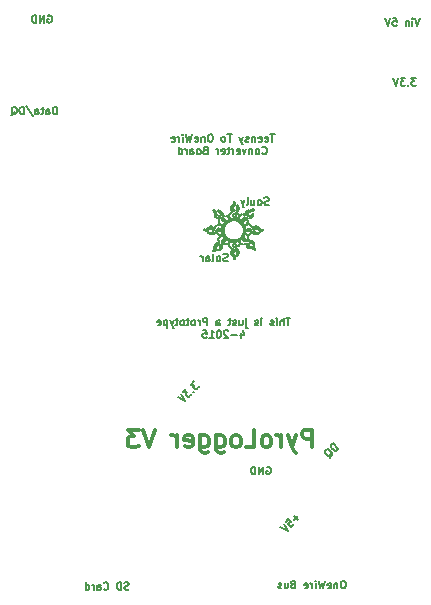
<source format=gbo>
%FSLAX46Y46*%
G04 Gerber Fmt 4.6, Leading zero omitted, Abs format (unit mm)*
G04 Created by KiCad (PCBNEW (2014-10-27 BZR 5228)-product) date 4/13/2015 9:46:14 PM*
%MOMM*%
G01*
G04 APERTURE LIST*
%ADD10C,0.100000*%
%ADD11C,0.158750*%
%ADD12C,0.300000*%
%ADD13C,0.150000*%
G04 APERTURE END LIST*
D10*
D11*
X189151381Y-101379262D02*
X188758285Y-101379262D01*
X188969952Y-101621167D01*
X188879238Y-101621167D01*
X188818762Y-101651405D01*
X188788524Y-101681643D01*
X188758285Y-101742119D01*
X188758285Y-101893310D01*
X188788524Y-101953786D01*
X188818762Y-101984024D01*
X188879238Y-102014262D01*
X189060666Y-102014262D01*
X189121143Y-101984024D01*
X189151381Y-101953786D01*
X188486143Y-101953786D02*
X188455904Y-101984024D01*
X188486143Y-102014262D01*
X188516381Y-101984024D01*
X188486143Y-101953786D01*
X188486143Y-102014262D01*
X188244238Y-101379262D02*
X187851142Y-101379262D01*
X188062809Y-101621167D01*
X187972095Y-101621167D01*
X187911619Y-101651405D01*
X187881381Y-101681643D01*
X187851142Y-101742119D01*
X187851142Y-101893310D01*
X187881381Y-101953786D01*
X187911619Y-101984024D01*
X187972095Y-102014262D01*
X188153523Y-102014262D01*
X188214000Y-101984024D01*
X188244238Y-101953786D01*
X187669714Y-101379262D02*
X187458047Y-102014262D01*
X187246380Y-101379262D01*
X189490048Y-96299262D02*
X189278381Y-96934262D01*
X189066714Y-96299262D01*
X188855048Y-96934262D02*
X188855048Y-96510929D01*
X188855048Y-96299262D02*
X188885286Y-96329500D01*
X188855048Y-96359738D01*
X188824809Y-96329500D01*
X188855048Y-96299262D01*
X188855048Y-96359738D01*
X188552667Y-96510929D02*
X188552667Y-96934262D01*
X188552667Y-96571405D02*
X188522428Y-96541167D01*
X188461952Y-96510929D01*
X188371238Y-96510929D01*
X188310762Y-96541167D01*
X188280524Y-96601643D01*
X188280524Y-96934262D01*
X187191952Y-96299262D02*
X187494333Y-96299262D01*
X187524571Y-96601643D01*
X187494333Y-96571405D01*
X187433856Y-96541167D01*
X187282666Y-96541167D01*
X187222190Y-96571405D01*
X187191952Y-96601643D01*
X187161713Y-96662119D01*
X187161713Y-96813310D01*
X187191952Y-96873786D01*
X187222190Y-96904024D01*
X187282666Y-96934262D01*
X187433856Y-96934262D01*
X187494333Y-96904024D01*
X187524571Y-96873786D01*
X186980285Y-96299262D02*
X186768618Y-96934262D01*
X186556951Y-96299262D01*
X158750000Y-104427262D02*
X158750000Y-103792262D01*
X158598809Y-103792262D01*
X158508095Y-103822500D01*
X158447619Y-103882976D01*
X158417380Y-103943452D01*
X158387142Y-104064405D01*
X158387142Y-104155119D01*
X158417380Y-104276071D01*
X158447619Y-104336548D01*
X158508095Y-104397024D01*
X158598809Y-104427262D01*
X158750000Y-104427262D01*
X157842857Y-104427262D02*
X157842857Y-104094643D01*
X157873095Y-104034167D01*
X157933571Y-104003929D01*
X158054523Y-104003929D01*
X158115000Y-104034167D01*
X157842857Y-104397024D02*
X157903333Y-104427262D01*
X158054523Y-104427262D01*
X158115000Y-104397024D01*
X158145238Y-104336548D01*
X158145238Y-104276071D01*
X158115000Y-104215595D01*
X158054523Y-104185357D01*
X157903333Y-104185357D01*
X157842857Y-104155119D01*
X157631190Y-104003929D02*
X157389285Y-104003929D01*
X157540476Y-103792262D02*
X157540476Y-104336548D01*
X157510237Y-104397024D01*
X157449761Y-104427262D01*
X157389285Y-104427262D01*
X156905476Y-104427262D02*
X156905476Y-104094643D01*
X156935714Y-104034167D01*
X156996190Y-104003929D01*
X157117142Y-104003929D01*
X157177619Y-104034167D01*
X156905476Y-104397024D02*
X156965952Y-104427262D01*
X157117142Y-104427262D01*
X157177619Y-104397024D01*
X157207857Y-104336548D01*
X157207857Y-104276071D01*
X157177619Y-104215595D01*
X157117142Y-104185357D01*
X156965952Y-104185357D01*
X156905476Y-104155119D01*
X156149523Y-103762024D02*
X156693809Y-104578452D01*
X155937857Y-104427262D02*
X155937857Y-103792262D01*
X155786666Y-103792262D01*
X155695952Y-103822500D01*
X155635476Y-103882976D01*
X155605237Y-103943452D01*
X155574999Y-104064405D01*
X155574999Y-104155119D01*
X155605237Y-104276071D01*
X155635476Y-104336548D01*
X155695952Y-104397024D01*
X155786666Y-104427262D01*
X155937857Y-104427262D01*
X154879523Y-104487738D02*
X154939999Y-104457500D01*
X155000476Y-104397024D01*
X155091190Y-104306310D01*
X155151666Y-104276071D01*
X155212142Y-104276071D01*
X155181904Y-104427262D02*
X155242380Y-104397024D01*
X155302857Y-104336548D01*
X155333095Y-104215595D01*
X155333095Y-104003929D01*
X155302857Y-103882976D01*
X155242380Y-103822500D01*
X155181904Y-103792262D01*
X155060952Y-103792262D01*
X155000476Y-103822500D01*
X154939999Y-103882976D01*
X154909761Y-104003929D01*
X154909761Y-104215595D01*
X154939999Y-104336548D01*
X155000476Y-104397024D01*
X155060952Y-104427262D01*
X155181904Y-104427262D01*
X157963809Y-96075500D02*
X158024286Y-96045262D01*
X158115000Y-96045262D01*
X158205714Y-96075500D01*
X158266190Y-96135976D01*
X158296429Y-96196452D01*
X158326667Y-96317405D01*
X158326667Y-96408119D01*
X158296429Y-96529071D01*
X158266190Y-96589548D01*
X158205714Y-96650024D01*
X158115000Y-96680262D01*
X158054524Y-96680262D01*
X157963809Y-96650024D01*
X157933571Y-96619786D01*
X157933571Y-96408119D01*
X158054524Y-96408119D01*
X157661429Y-96680262D02*
X157661429Y-96045262D01*
X157298571Y-96680262D01*
X157298571Y-96045262D01*
X156996191Y-96680262D02*
X156996191Y-96045262D01*
X156845000Y-96045262D01*
X156754286Y-96075500D01*
X156693810Y-96135976D01*
X156663571Y-96196452D01*
X156633333Y-96317405D01*
X156633333Y-96408119D01*
X156663571Y-96529071D01*
X156693810Y-96589548D01*
X156754286Y-96650024D01*
X156845000Y-96680262D01*
X156996191Y-96680262D01*
X170342941Y-127043784D02*
X170064980Y-127321744D01*
X170385704Y-127343126D01*
X170321559Y-127407270D01*
X170300178Y-127471415D01*
X170300178Y-127514178D01*
X170321558Y-127578323D01*
X170428467Y-127685231D01*
X170492612Y-127706612D01*
X170535375Y-127706612D01*
X170599519Y-127685231D01*
X170727808Y-127556942D01*
X170749190Y-127492796D01*
X170749190Y-127450033D01*
X170278796Y-127920428D02*
X170278795Y-127963191D01*
X170321559Y-127963191D01*
X170321559Y-127920428D01*
X170278796Y-127920428D01*
X170321559Y-127963191D01*
X169701494Y-127685231D02*
X169423533Y-127963191D01*
X169744257Y-127984573D01*
X169680112Y-128048717D01*
X169658731Y-128112862D01*
X169658731Y-128155625D01*
X169680111Y-128219770D01*
X169787020Y-128326678D01*
X169851165Y-128348059D01*
X169893928Y-128348059D01*
X169958072Y-128326678D01*
X170086361Y-128198389D01*
X170107743Y-128134243D01*
X170107743Y-128091480D01*
X169295244Y-128091480D02*
X169594585Y-128690164D01*
X168995901Y-128390823D01*
X164833905Y-144656024D02*
X164743190Y-144686262D01*
X164592000Y-144686262D01*
X164531524Y-144656024D01*
X164501286Y-144625786D01*
X164471047Y-144565310D01*
X164471047Y-144504833D01*
X164501286Y-144444357D01*
X164531524Y-144414119D01*
X164592000Y-144383881D01*
X164712952Y-144353643D01*
X164773428Y-144323405D01*
X164803667Y-144293167D01*
X164833905Y-144232690D01*
X164833905Y-144172214D01*
X164803667Y-144111738D01*
X164773428Y-144081500D01*
X164712952Y-144051262D01*
X164561762Y-144051262D01*
X164471047Y-144081500D01*
X164198905Y-144686262D02*
X164198905Y-144051262D01*
X164047714Y-144051262D01*
X163957000Y-144081500D01*
X163896524Y-144141976D01*
X163866285Y-144202452D01*
X163836047Y-144323405D01*
X163836047Y-144414119D01*
X163866285Y-144535071D01*
X163896524Y-144595548D01*
X163957000Y-144656024D01*
X164047714Y-144686262D01*
X164198905Y-144686262D01*
X162717237Y-144625786D02*
X162747475Y-144656024D01*
X162838190Y-144686262D01*
X162898666Y-144686262D01*
X162989380Y-144656024D01*
X163049856Y-144595548D01*
X163080095Y-144535071D01*
X163110333Y-144414119D01*
X163110333Y-144323405D01*
X163080095Y-144202452D01*
X163049856Y-144141976D01*
X162989380Y-144081500D01*
X162898666Y-144051262D01*
X162838190Y-144051262D01*
X162747475Y-144081500D01*
X162717237Y-144111738D01*
X162172952Y-144686262D02*
X162172952Y-144353643D01*
X162203190Y-144293167D01*
X162263666Y-144262929D01*
X162384618Y-144262929D01*
X162445095Y-144293167D01*
X162172952Y-144656024D02*
X162233428Y-144686262D01*
X162384618Y-144686262D01*
X162445095Y-144656024D01*
X162475333Y-144595548D01*
X162475333Y-144535071D01*
X162445095Y-144474595D01*
X162384618Y-144444357D01*
X162233428Y-144444357D01*
X162172952Y-144414119D01*
X161870571Y-144686262D02*
X161870571Y-144262929D01*
X161870571Y-144383881D02*
X161840332Y-144323405D01*
X161810094Y-144293167D01*
X161749618Y-144262929D01*
X161689142Y-144262929D01*
X161205333Y-144686262D02*
X161205333Y-144051262D01*
X161205333Y-144656024D02*
X161265809Y-144686262D01*
X161386761Y-144686262D01*
X161447237Y-144656024D01*
X161477476Y-144625786D01*
X161507714Y-144565310D01*
X161507714Y-144383881D01*
X161477476Y-144323405D01*
X161447237Y-144293167D01*
X161386761Y-144262929D01*
X161265809Y-144262929D01*
X161205333Y-144293167D01*
X179171375Y-138456270D02*
X178829269Y-138798375D01*
X179171375Y-138798375D02*
X178829269Y-138456270D01*
X178123679Y-138948046D02*
X178337494Y-138734230D01*
X178572691Y-138926664D01*
X178529928Y-138926664D01*
X178465783Y-138948046D01*
X178358876Y-139054954D01*
X178337494Y-139119098D01*
X178337494Y-139161861D01*
X178358875Y-139226006D01*
X178465783Y-139332915D01*
X178529928Y-139354295D01*
X178572691Y-139354295D01*
X178636836Y-139332914D01*
X178743743Y-139226006D01*
X178765126Y-139161861D01*
X178765126Y-139119098D01*
X177974007Y-139097717D02*
X178273349Y-139696401D01*
X177674665Y-139397059D01*
X176505809Y-134302500D02*
X176566286Y-134272262D01*
X176657000Y-134272262D01*
X176747714Y-134302500D01*
X176808190Y-134362976D01*
X176838429Y-134423452D01*
X176868667Y-134544405D01*
X176868667Y-134635119D01*
X176838429Y-134756071D01*
X176808190Y-134816548D01*
X176747714Y-134877024D01*
X176657000Y-134907262D01*
X176596524Y-134907262D01*
X176505809Y-134877024D01*
X176475571Y-134846786D01*
X176475571Y-134635119D01*
X176596524Y-134635119D01*
X176203429Y-134907262D02*
X176203429Y-134272262D01*
X175840571Y-134907262D01*
X175840571Y-134272262D01*
X175538191Y-134907262D02*
X175538191Y-134272262D01*
X175387000Y-134272262D01*
X175296286Y-134302500D01*
X175235810Y-134362976D01*
X175205571Y-134423452D01*
X175175333Y-134544405D01*
X175175333Y-134635119D01*
X175205571Y-134756071D01*
X175235810Y-134816548D01*
X175296286Y-134877024D01*
X175387000Y-134907262D01*
X175538191Y-134907262D01*
X182546921Y-132755829D02*
X182097908Y-132306816D01*
X181991000Y-132413724D01*
X181948237Y-132499250D01*
X181948237Y-132584776D01*
X181969618Y-132648921D01*
X182033763Y-132755830D01*
X182097907Y-132819974D01*
X182204815Y-132884119D01*
X182268961Y-132905500D01*
X182354487Y-132905500D01*
X182440013Y-132862737D01*
X182546921Y-132755829D01*
X181841329Y-133546947D02*
X181862710Y-133482802D01*
X181862711Y-133397276D01*
X181862711Y-133268987D01*
X181884092Y-133204842D01*
X181926855Y-133162079D01*
X182012381Y-133290368D02*
X182033763Y-133226224D01*
X182033764Y-133140697D01*
X181969619Y-133033789D01*
X181819948Y-132884119D01*
X181713040Y-132819973D01*
X181627513Y-132819974D01*
X181563369Y-132841356D01*
X181477843Y-132926881D01*
X181456461Y-132991026D01*
X181456461Y-133076553D01*
X181520606Y-133183461D01*
X181670276Y-133333131D01*
X181777184Y-133397277D01*
X181862711Y-133397276D01*
X181926856Y-133375894D01*
X182012381Y-133290368D01*
X183046310Y-143924262D02*
X182925358Y-143924262D01*
X182864882Y-143954500D01*
X182804405Y-144014976D01*
X182774167Y-144135929D01*
X182774167Y-144347595D01*
X182804405Y-144468548D01*
X182864882Y-144529024D01*
X182925358Y-144559262D01*
X183046310Y-144559262D01*
X183106786Y-144529024D01*
X183167263Y-144468548D01*
X183197501Y-144347595D01*
X183197501Y-144135929D01*
X183167263Y-144014976D01*
X183106786Y-143954500D01*
X183046310Y-143924262D01*
X182502025Y-144135929D02*
X182502025Y-144559262D01*
X182502025Y-144196405D02*
X182471786Y-144166167D01*
X182411310Y-144135929D01*
X182320596Y-144135929D01*
X182260120Y-144166167D01*
X182229882Y-144226643D01*
X182229882Y-144559262D01*
X181685596Y-144529024D02*
X181746072Y-144559262D01*
X181867024Y-144559262D01*
X181927501Y-144529024D01*
X181957739Y-144468548D01*
X181957739Y-144226643D01*
X181927501Y-144166167D01*
X181867024Y-144135929D01*
X181746072Y-144135929D01*
X181685596Y-144166167D01*
X181655358Y-144226643D01*
X181655358Y-144287119D01*
X181957739Y-144347595D01*
X181443691Y-143924262D02*
X181292500Y-144559262D01*
X181171548Y-144105690D01*
X181050595Y-144559262D01*
X180899405Y-143924262D01*
X180657501Y-144559262D02*
X180657501Y-144135929D01*
X180657501Y-143924262D02*
X180687739Y-143954500D01*
X180657501Y-143984738D01*
X180627262Y-143954500D01*
X180657501Y-143924262D01*
X180657501Y-143984738D01*
X180355120Y-144559262D02*
X180355120Y-144135929D01*
X180355120Y-144256881D02*
X180324881Y-144196405D01*
X180294643Y-144166167D01*
X180234167Y-144135929D01*
X180173691Y-144135929D01*
X179720120Y-144529024D02*
X179780596Y-144559262D01*
X179901548Y-144559262D01*
X179962025Y-144529024D01*
X179992263Y-144468548D01*
X179992263Y-144226643D01*
X179962025Y-144166167D01*
X179901548Y-144135929D01*
X179780596Y-144135929D01*
X179720120Y-144166167D01*
X179689882Y-144226643D01*
X179689882Y-144287119D01*
X179992263Y-144347595D01*
X178722262Y-144226643D02*
X178631548Y-144256881D01*
X178601309Y-144287119D01*
X178571071Y-144347595D01*
X178571071Y-144438310D01*
X178601309Y-144498786D01*
X178631548Y-144529024D01*
X178692024Y-144559262D01*
X178933929Y-144559262D01*
X178933929Y-143924262D01*
X178722262Y-143924262D01*
X178661786Y-143954500D01*
X178631548Y-143984738D01*
X178601309Y-144045214D01*
X178601309Y-144105690D01*
X178631548Y-144166167D01*
X178661786Y-144196405D01*
X178722262Y-144226643D01*
X178933929Y-144226643D01*
X178026786Y-144135929D02*
X178026786Y-144559262D01*
X178298929Y-144135929D02*
X178298929Y-144468548D01*
X178268690Y-144529024D01*
X178208214Y-144559262D01*
X178117500Y-144559262D01*
X178057024Y-144529024D01*
X178026786Y-144498786D01*
X177754643Y-144529024D02*
X177694166Y-144559262D01*
X177573214Y-144559262D01*
X177512738Y-144529024D01*
X177482500Y-144468548D01*
X177482500Y-144438310D01*
X177512738Y-144377833D01*
X177573214Y-144347595D01*
X177663928Y-144347595D01*
X177724405Y-144317357D01*
X177754643Y-144256881D01*
X177754643Y-144226643D01*
X177724405Y-144166167D01*
X177663928Y-144135929D01*
X177573214Y-144135929D01*
X177512738Y-144166167D01*
X173203810Y-116843024D02*
X173113095Y-116873262D01*
X172961905Y-116873262D01*
X172901429Y-116843024D01*
X172871191Y-116812786D01*
X172840952Y-116752310D01*
X172840952Y-116691833D01*
X172871191Y-116631357D01*
X172901429Y-116601119D01*
X172961905Y-116570881D01*
X173082857Y-116540643D01*
X173143333Y-116510405D01*
X173173572Y-116480167D01*
X173203810Y-116419690D01*
X173203810Y-116359214D01*
X173173572Y-116298738D01*
X173143333Y-116268500D01*
X173082857Y-116238262D01*
X172931667Y-116238262D01*
X172840952Y-116268500D01*
X172478095Y-116873262D02*
X172538571Y-116843024D01*
X172568810Y-116812786D01*
X172599048Y-116752310D01*
X172599048Y-116570881D01*
X172568810Y-116510405D01*
X172538571Y-116480167D01*
X172478095Y-116449929D01*
X172387381Y-116449929D01*
X172326905Y-116480167D01*
X172296667Y-116510405D01*
X172266429Y-116570881D01*
X172266429Y-116752310D01*
X172296667Y-116812786D01*
X172326905Y-116843024D01*
X172387381Y-116873262D01*
X172478095Y-116873262D01*
X171903571Y-116873262D02*
X171964047Y-116843024D01*
X171994286Y-116782548D01*
X171994286Y-116238262D01*
X171389524Y-116873262D02*
X171389524Y-116540643D01*
X171419762Y-116480167D01*
X171480238Y-116449929D01*
X171601190Y-116449929D01*
X171661667Y-116480167D01*
X171389524Y-116843024D02*
X171450000Y-116873262D01*
X171601190Y-116873262D01*
X171661667Y-116843024D01*
X171691905Y-116782548D01*
X171691905Y-116722071D01*
X171661667Y-116661595D01*
X171601190Y-116631357D01*
X171450000Y-116631357D01*
X171389524Y-116601119D01*
X171087143Y-116873262D02*
X171087143Y-116449929D01*
X171087143Y-116570881D02*
X171056904Y-116510405D01*
X171026666Y-116480167D01*
X170966190Y-116449929D01*
X170905714Y-116449929D01*
X176678167Y-112080524D02*
X176587452Y-112110762D01*
X176436262Y-112110762D01*
X176375786Y-112080524D01*
X176345548Y-112050286D01*
X176315309Y-111989810D01*
X176315309Y-111929333D01*
X176345548Y-111868857D01*
X176375786Y-111838619D01*
X176436262Y-111808381D01*
X176557214Y-111778143D01*
X176617690Y-111747905D01*
X176647929Y-111717667D01*
X176678167Y-111657190D01*
X176678167Y-111596714D01*
X176647929Y-111536238D01*
X176617690Y-111506000D01*
X176557214Y-111475762D01*
X176406024Y-111475762D01*
X176315309Y-111506000D01*
X175952452Y-112110762D02*
X176012928Y-112080524D01*
X176043167Y-112050286D01*
X176073405Y-111989810D01*
X176073405Y-111808381D01*
X176043167Y-111747905D01*
X176012928Y-111717667D01*
X175952452Y-111687429D01*
X175861738Y-111687429D01*
X175801262Y-111717667D01*
X175771024Y-111747905D01*
X175740786Y-111808381D01*
X175740786Y-111989810D01*
X175771024Y-112050286D01*
X175801262Y-112080524D01*
X175861738Y-112110762D01*
X175952452Y-112110762D01*
X175196500Y-111687429D02*
X175196500Y-112110762D01*
X175468643Y-111687429D02*
X175468643Y-112020048D01*
X175438404Y-112080524D01*
X175377928Y-112110762D01*
X175287214Y-112110762D01*
X175226738Y-112080524D01*
X175196500Y-112050286D01*
X174803404Y-112110762D02*
X174863880Y-112080524D01*
X174894119Y-112020048D01*
X174894119Y-111475762D01*
X174621976Y-111687429D02*
X174470785Y-112110762D01*
X174319595Y-111687429D02*
X174470785Y-112110762D01*
X174531261Y-112261952D01*
X174561500Y-112292190D01*
X174621976Y-112322429D01*
X178516645Y-121683387D02*
X178153788Y-121683387D01*
X178335216Y-122318387D02*
X178335216Y-121683387D01*
X177942121Y-122318387D02*
X177942121Y-121683387D01*
X177669978Y-122318387D02*
X177669978Y-121985768D01*
X177700216Y-121925292D01*
X177760692Y-121895054D01*
X177851406Y-121895054D01*
X177911882Y-121925292D01*
X177942121Y-121955530D01*
X177367597Y-122318387D02*
X177367597Y-121895054D01*
X177367597Y-121683387D02*
X177397835Y-121713625D01*
X177367597Y-121743863D01*
X177337358Y-121713625D01*
X177367597Y-121683387D01*
X177367597Y-121743863D01*
X177095454Y-122288149D02*
X177034977Y-122318387D01*
X176914025Y-122318387D01*
X176853549Y-122288149D01*
X176823311Y-122227673D01*
X176823311Y-122197435D01*
X176853549Y-122136958D01*
X176914025Y-122106720D01*
X177004739Y-122106720D01*
X177065216Y-122076482D01*
X177095454Y-122016006D01*
X177095454Y-121985768D01*
X177065216Y-121925292D01*
X177004739Y-121895054D01*
X176914025Y-121895054D01*
X176853549Y-121925292D01*
X176067358Y-122318387D02*
X176067358Y-121895054D01*
X176067358Y-121683387D02*
X176097596Y-121713625D01*
X176067358Y-121743863D01*
X176037119Y-121713625D01*
X176067358Y-121683387D01*
X176067358Y-121743863D01*
X175795215Y-122288149D02*
X175734738Y-122318387D01*
X175613786Y-122318387D01*
X175553310Y-122288149D01*
X175523072Y-122227673D01*
X175523072Y-122197435D01*
X175553310Y-122136958D01*
X175613786Y-122106720D01*
X175704500Y-122106720D01*
X175764977Y-122076482D01*
X175795215Y-122016006D01*
X175795215Y-121985768D01*
X175764977Y-121925292D01*
X175704500Y-121895054D01*
X175613786Y-121895054D01*
X175553310Y-121925292D01*
X174767119Y-121895054D02*
X174767119Y-122439339D01*
X174797357Y-122499815D01*
X174857833Y-122530054D01*
X174888071Y-122530054D01*
X174767119Y-121683387D02*
X174797357Y-121713625D01*
X174767119Y-121743863D01*
X174736880Y-121713625D01*
X174767119Y-121683387D01*
X174767119Y-121743863D01*
X174192595Y-121895054D02*
X174192595Y-122318387D01*
X174464738Y-121895054D02*
X174464738Y-122227673D01*
X174434499Y-122288149D01*
X174374023Y-122318387D01*
X174283309Y-122318387D01*
X174222833Y-122288149D01*
X174192595Y-122257911D01*
X173920452Y-122288149D02*
X173859975Y-122318387D01*
X173739023Y-122318387D01*
X173678547Y-122288149D01*
X173648309Y-122227673D01*
X173648309Y-122197435D01*
X173678547Y-122136958D01*
X173739023Y-122106720D01*
X173829737Y-122106720D01*
X173890214Y-122076482D01*
X173920452Y-122016006D01*
X173920452Y-121985768D01*
X173890214Y-121925292D01*
X173829737Y-121895054D01*
X173739023Y-121895054D01*
X173678547Y-121925292D01*
X173466880Y-121895054D02*
X173224975Y-121895054D01*
X173376166Y-121683387D02*
X173376166Y-122227673D01*
X173345927Y-122288149D01*
X173285451Y-122318387D01*
X173224975Y-122318387D01*
X172257356Y-122318387D02*
X172257356Y-121985768D01*
X172287594Y-121925292D01*
X172348070Y-121895054D01*
X172469022Y-121895054D01*
X172529499Y-121925292D01*
X172257356Y-122288149D02*
X172317832Y-122318387D01*
X172469022Y-122318387D01*
X172529499Y-122288149D01*
X172559737Y-122227673D01*
X172559737Y-122167196D01*
X172529499Y-122106720D01*
X172469022Y-122076482D01*
X172317832Y-122076482D01*
X172257356Y-122046244D01*
X171471165Y-122318387D02*
X171471165Y-121683387D01*
X171229260Y-121683387D01*
X171168784Y-121713625D01*
X171138545Y-121743863D01*
X171108307Y-121804339D01*
X171108307Y-121895054D01*
X171138545Y-121955530D01*
X171168784Y-121985768D01*
X171229260Y-122016006D01*
X171471165Y-122016006D01*
X170836165Y-122318387D02*
X170836165Y-121895054D01*
X170836165Y-122016006D02*
X170805926Y-121955530D01*
X170775688Y-121925292D01*
X170715212Y-121895054D01*
X170654736Y-121895054D01*
X170352355Y-122318387D02*
X170412831Y-122288149D01*
X170443070Y-122257911D01*
X170473308Y-122197435D01*
X170473308Y-122016006D01*
X170443070Y-121955530D01*
X170412831Y-121925292D01*
X170352355Y-121895054D01*
X170261641Y-121895054D01*
X170201165Y-121925292D01*
X170170927Y-121955530D01*
X170140689Y-122016006D01*
X170140689Y-122197435D01*
X170170927Y-122257911D01*
X170201165Y-122288149D01*
X170261641Y-122318387D01*
X170352355Y-122318387D01*
X169959260Y-121895054D02*
X169717355Y-121895054D01*
X169868546Y-121683387D02*
X169868546Y-122227673D01*
X169838307Y-122288149D01*
X169777831Y-122318387D01*
X169717355Y-122318387D01*
X169414974Y-122318387D02*
X169475450Y-122288149D01*
X169505689Y-122257911D01*
X169535927Y-122197435D01*
X169535927Y-122016006D01*
X169505689Y-121955530D01*
X169475450Y-121925292D01*
X169414974Y-121895054D01*
X169324260Y-121895054D01*
X169263784Y-121925292D01*
X169233546Y-121955530D01*
X169203308Y-122016006D01*
X169203308Y-122197435D01*
X169233546Y-122257911D01*
X169263784Y-122288149D01*
X169324260Y-122318387D01*
X169414974Y-122318387D01*
X169021879Y-121895054D02*
X168779974Y-121895054D01*
X168931165Y-121683387D02*
X168931165Y-122227673D01*
X168900926Y-122288149D01*
X168840450Y-122318387D01*
X168779974Y-122318387D01*
X168628784Y-121895054D02*
X168477593Y-122318387D01*
X168326403Y-121895054D02*
X168477593Y-122318387D01*
X168538069Y-122469577D01*
X168568308Y-122499815D01*
X168628784Y-122530054D01*
X168084498Y-121895054D02*
X168084498Y-122530054D01*
X168084498Y-121925292D02*
X168024021Y-121895054D01*
X167903069Y-121895054D01*
X167842593Y-121925292D01*
X167812355Y-121955530D01*
X167782117Y-122016006D01*
X167782117Y-122197435D01*
X167812355Y-122257911D01*
X167842593Y-122288149D01*
X167903069Y-122318387D01*
X168024021Y-122318387D01*
X168084498Y-122288149D01*
X167268069Y-122288149D02*
X167328545Y-122318387D01*
X167449497Y-122318387D01*
X167509974Y-122288149D01*
X167540212Y-122227673D01*
X167540212Y-121985768D01*
X167509974Y-121925292D01*
X167449497Y-121895054D01*
X167328545Y-121895054D01*
X167268069Y-121925292D01*
X167237831Y-121985768D01*
X167237831Y-122046244D01*
X167540212Y-122106720D01*
X174328667Y-122942804D02*
X174328667Y-123366137D01*
X174479857Y-122700899D02*
X174631048Y-123154470D01*
X174237952Y-123154470D01*
X173996048Y-123124232D02*
X173512238Y-123124232D01*
X173240096Y-122791613D02*
X173209858Y-122761375D01*
X173149381Y-122731137D01*
X172998191Y-122731137D01*
X172937715Y-122761375D01*
X172907477Y-122791613D01*
X172877238Y-122852089D01*
X172877238Y-122912565D01*
X172907477Y-123003280D01*
X173270334Y-123366137D01*
X172877238Y-123366137D01*
X172484143Y-122731137D02*
X172423667Y-122731137D01*
X172363191Y-122761375D01*
X172332953Y-122791613D01*
X172302715Y-122852089D01*
X172272476Y-122973042D01*
X172272476Y-123124232D01*
X172302715Y-123245185D01*
X172332953Y-123305661D01*
X172363191Y-123335899D01*
X172423667Y-123366137D01*
X172484143Y-123366137D01*
X172544619Y-123335899D01*
X172574857Y-123305661D01*
X172605096Y-123245185D01*
X172635334Y-123124232D01*
X172635334Y-122973042D01*
X172605096Y-122852089D01*
X172574857Y-122791613D01*
X172544619Y-122761375D01*
X172484143Y-122731137D01*
X171667714Y-123366137D02*
X172030572Y-123366137D01*
X171849143Y-123366137D02*
X171849143Y-122731137D01*
X171909619Y-122821851D01*
X171970095Y-122882327D01*
X172030572Y-122912565D01*
X171093191Y-122731137D02*
X171395572Y-122731137D01*
X171425810Y-123033518D01*
X171395572Y-123003280D01*
X171335095Y-122973042D01*
X171183905Y-122973042D01*
X171123429Y-123003280D01*
X171093191Y-123033518D01*
X171062952Y-123093994D01*
X171062952Y-123245185D01*
X171093191Y-123305661D01*
X171123429Y-123335899D01*
X171183905Y-123366137D01*
X171335095Y-123366137D01*
X171395572Y-123335899D01*
X171425810Y-123305661D01*
D12*
X180378713Y-132631571D02*
X180378713Y-131131571D01*
X179807285Y-131131571D01*
X179664427Y-131203000D01*
X179592999Y-131274429D01*
X179521570Y-131417286D01*
X179521570Y-131631571D01*
X179592999Y-131774429D01*
X179664427Y-131845857D01*
X179807285Y-131917286D01*
X180378713Y-131917286D01*
X179021570Y-131631571D02*
X178664427Y-132631571D01*
X178307285Y-131631571D02*
X178664427Y-132631571D01*
X178807285Y-132988714D01*
X178878713Y-133060143D01*
X179021570Y-133131571D01*
X177735856Y-132631571D02*
X177735856Y-131631571D01*
X177735856Y-131917286D02*
X177664428Y-131774429D01*
X177592999Y-131703000D01*
X177450142Y-131631571D01*
X177307285Y-131631571D01*
X176592999Y-132631571D02*
X176735857Y-132560143D01*
X176807285Y-132488714D01*
X176878714Y-132345857D01*
X176878714Y-131917286D01*
X176807285Y-131774429D01*
X176735857Y-131703000D01*
X176592999Y-131631571D01*
X176378714Y-131631571D01*
X176235857Y-131703000D01*
X176164428Y-131774429D01*
X176092999Y-131917286D01*
X176092999Y-132345857D01*
X176164428Y-132488714D01*
X176235857Y-132560143D01*
X176378714Y-132631571D01*
X176592999Y-132631571D01*
X174735856Y-132631571D02*
X175450142Y-132631571D01*
X175450142Y-131131571D01*
X174021570Y-132631571D02*
X174164428Y-132560143D01*
X174235856Y-132488714D01*
X174307285Y-132345857D01*
X174307285Y-131917286D01*
X174235856Y-131774429D01*
X174164428Y-131703000D01*
X174021570Y-131631571D01*
X173807285Y-131631571D01*
X173664428Y-131703000D01*
X173592999Y-131774429D01*
X173521570Y-131917286D01*
X173521570Y-132345857D01*
X173592999Y-132488714D01*
X173664428Y-132560143D01*
X173807285Y-132631571D01*
X174021570Y-132631571D01*
X172235856Y-131631571D02*
X172235856Y-132845857D01*
X172307285Y-132988714D01*
X172378713Y-133060143D01*
X172521570Y-133131571D01*
X172735856Y-133131571D01*
X172878713Y-133060143D01*
X172235856Y-132560143D02*
X172378713Y-132631571D01*
X172664427Y-132631571D01*
X172807285Y-132560143D01*
X172878713Y-132488714D01*
X172950142Y-132345857D01*
X172950142Y-131917286D01*
X172878713Y-131774429D01*
X172807285Y-131703000D01*
X172664427Y-131631571D01*
X172378713Y-131631571D01*
X172235856Y-131703000D01*
X170878713Y-131631571D02*
X170878713Y-132845857D01*
X170950142Y-132988714D01*
X171021570Y-133060143D01*
X171164427Y-133131571D01*
X171378713Y-133131571D01*
X171521570Y-133060143D01*
X170878713Y-132560143D02*
X171021570Y-132631571D01*
X171307284Y-132631571D01*
X171450142Y-132560143D01*
X171521570Y-132488714D01*
X171592999Y-132345857D01*
X171592999Y-131917286D01*
X171521570Y-131774429D01*
X171450142Y-131703000D01*
X171307284Y-131631571D01*
X171021570Y-131631571D01*
X170878713Y-131703000D01*
X169592999Y-132560143D02*
X169735856Y-132631571D01*
X170021570Y-132631571D01*
X170164427Y-132560143D01*
X170235856Y-132417286D01*
X170235856Y-131845857D01*
X170164427Y-131703000D01*
X170021570Y-131631571D01*
X169735856Y-131631571D01*
X169592999Y-131703000D01*
X169521570Y-131845857D01*
X169521570Y-131988714D01*
X170235856Y-132131571D01*
X168878713Y-132631571D02*
X168878713Y-131631571D01*
X168878713Y-131917286D02*
X168807285Y-131774429D01*
X168735856Y-131703000D01*
X168592999Y-131631571D01*
X168450142Y-131631571D01*
X167021571Y-131131571D02*
X166521571Y-132631571D01*
X166021571Y-131131571D01*
X165664428Y-131131571D02*
X164735857Y-131131571D01*
X165235857Y-131703000D01*
X165021571Y-131703000D01*
X164878714Y-131774429D01*
X164807285Y-131845857D01*
X164735857Y-131988714D01*
X164735857Y-132345857D01*
X164807285Y-132488714D01*
X164878714Y-132560143D01*
X165021571Y-132631571D01*
X165450143Y-132631571D01*
X165593000Y-132560143D01*
X165664428Y-132488714D01*
D11*
X177183145Y-106125887D02*
X176820288Y-106125887D01*
X177001716Y-106760887D02*
X177001716Y-106125887D01*
X176366716Y-106730649D02*
X176427192Y-106760887D01*
X176548144Y-106760887D01*
X176608621Y-106730649D01*
X176638859Y-106670173D01*
X176638859Y-106428268D01*
X176608621Y-106367792D01*
X176548144Y-106337554D01*
X176427192Y-106337554D01*
X176366716Y-106367792D01*
X176336478Y-106428268D01*
X176336478Y-106488744D01*
X176638859Y-106549220D01*
X175822430Y-106730649D02*
X175882906Y-106760887D01*
X176003858Y-106760887D01*
X176064335Y-106730649D01*
X176094573Y-106670173D01*
X176094573Y-106428268D01*
X176064335Y-106367792D01*
X176003858Y-106337554D01*
X175882906Y-106337554D01*
X175822430Y-106367792D01*
X175792192Y-106428268D01*
X175792192Y-106488744D01*
X176094573Y-106549220D01*
X175520049Y-106337554D02*
X175520049Y-106760887D01*
X175520049Y-106398030D02*
X175489810Y-106367792D01*
X175429334Y-106337554D01*
X175338620Y-106337554D01*
X175278144Y-106367792D01*
X175247906Y-106428268D01*
X175247906Y-106760887D01*
X174975763Y-106730649D02*
X174915286Y-106760887D01*
X174794334Y-106760887D01*
X174733858Y-106730649D01*
X174703620Y-106670173D01*
X174703620Y-106639935D01*
X174733858Y-106579458D01*
X174794334Y-106549220D01*
X174885048Y-106549220D01*
X174945525Y-106518982D01*
X174975763Y-106458506D01*
X174975763Y-106428268D01*
X174945525Y-106367792D01*
X174885048Y-106337554D01*
X174794334Y-106337554D01*
X174733858Y-106367792D01*
X174491953Y-106337554D02*
X174340762Y-106760887D01*
X174189572Y-106337554D02*
X174340762Y-106760887D01*
X174401238Y-106912077D01*
X174431477Y-106942315D01*
X174491953Y-106972554D01*
X173554571Y-106125887D02*
X173191714Y-106125887D01*
X173373142Y-106760887D02*
X173373142Y-106125887D01*
X172889332Y-106760887D02*
X172949808Y-106730649D01*
X172980047Y-106700411D01*
X173010285Y-106639935D01*
X173010285Y-106458506D01*
X172980047Y-106398030D01*
X172949808Y-106367792D01*
X172889332Y-106337554D01*
X172798618Y-106337554D01*
X172738142Y-106367792D01*
X172707904Y-106398030D01*
X172677666Y-106458506D01*
X172677666Y-106639935D01*
X172707904Y-106700411D01*
X172738142Y-106730649D01*
X172798618Y-106760887D01*
X172889332Y-106760887D01*
X171800760Y-106125887D02*
X171679808Y-106125887D01*
X171619332Y-106156125D01*
X171558855Y-106216601D01*
X171528617Y-106337554D01*
X171528617Y-106549220D01*
X171558855Y-106670173D01*
X171619332Y-106730649D01*
X171679808Y-106760887D01*
X171800760Y-106760887D01*
X171861236Y-106730649D01*
X171921713Y-106670173D01*
X171951951Y-106549220D01*
X171951951Y-106337554D01*
X171921713Y-106216601D01*
X171861236Y-106156125D01*
X171800760Y-106125887D01*
X171256475Y-106337554D02*
X171256475Y-106760887D01*
X171256475Y-106398030D02*
X171226236Y-106367792D01*
X171165760Y-106337554D01*
X171075046Y-106337554D01*
X171014570Y-106367792D01*
X170984332Y-106428268D01*
X170984332Y-106760887D01*
X170440046Y-106730649D02*
X170500522Y-106760887D01*
X170621474Y-106760887D01*
X170681951Y-106730649D01*
X170712189Y-106670173D01*
X170712189Y-106428268D01*
X170681951Y-106367792D01*
X170621474Y-106337554D01*
X170500522Y-106337554D01*
X170440046Y-106367792D01*
X170409808Y-106428268D01*
X170409808Y-106488744D01*
X170712189Y-106549220D01*
X170198141Y-106125887D02*
X170046950Y-106760887D01*
X169925998Y-106307315D01*
X169805045Y-106760887D01*
X169653855Y-106125887D01*
X169411951Y-106760887D02*
X169411951Y-106337554D01*
X169411951Y-106125887D02*
X169442189Y-106156125D01*
X169411951Y-106186363D01*
X169381712Y-106156125D01*
X169411951Y-106125887D01*
X169411951Y-106186363D01*
X169109570Y-106760887D02*
X169109570Y-106337554D01*
X169109570Y-106458506D02*
X169079331Y-106398030D01*
X169049093Y-106367792D01*
X168988617Y-106337554D01*
X168928141Y-106337554D01*
X168474570Y-106730649D02*
X168535046Y-106760887D01*
X168655998Y-106760887D01*
X168716475Y-106730649D01*
X168746713Y-106670173D01*
X168746713Y-106428268D01*
X168716475Y-106367792D01*
X168655998Y-106337554D01*
X168535046Y-106337554D01*
X168474570Y-106367792D01*
X168444332Y-106428268D01*
X168444332Y-106488744D01*
X168746713Y-106549220D01*
X176139929Y-107748161D02*
X176170167Y-107778399D01*
X176260882Y-107808637D01*
X176321358Y-107808637D01*
X176412072Y-107778399D01*
X176472548Y-107717923D01*
X176502787Y-107657446D01*
X176533025Y-107536494D01*
X176533025Y-107445780D01*
X176502787Y-107324827D01*
X176472548Y-107264351D01*
X176412072Y-107203875D01*
X176321358Y-107173637D01*
X176260882Y-107173637D01*
X176170167Y-107203875D01*
X176139929Y-107234113D01*
X175777072Y-107808637D02*
X175837548Y-107778399D01*
X175867787Y-107748161D01*
X175898025Y-107687685D01*
X175898025Y-107506256D01*
X175867787Y-107445780D01*
X175837548Y-107415542D01*
X175777072Y-107385304D01*
X175686358Y-107385304D01*
X175625882Y-107415542D01*
X175595644Y-107445780D01*
X175565406Y-107506256D01*
X175565406Y-107687685D01*
X175595644Y-107748161D01*
X175625882Y-107778399D01*
X175686358Y-107808637D01*
X175777072Y-107808637D01*
X175293263Y-107385304D02*
X175293263Y-107808637D01*
X175293263Y-107445780D02*
X175263024Y-107415542D01*
X175202548Y-107385304D01*
X175111834Y-107385304D01*
X175051358Y-107415542D01*
X175021120Y-107476018D01*
X175021120Y-107808637D01*
X174779215Y-107385304D02*
X174628024Y-107808637D01*
X174476834Y-107385304D01*
X173993024Y-107778399D02*
X174053500Y-107808637D01*
X174174452Y-107808637D01*
X174234929Y-107778399D01*
X174265167Y-107717923D01*
X174265167Y-107476018D01*
X174234929Y-107415542D01*
X174174452Y-107385304D01*
X174053500Y-107385304D01*
X173993024Y-107415542D01*
X173962786Y-107476018D01*
X173962786Y-107536494D01*
X174265167Y-107596970D01*
X173690643Y-107808637D02*
X173690643Y-107385304D01*
X173690643Y-107506256D02*
X173660404Y-107445780D01*
X173630166Y-107415542D01*
X173569690Y-107385304D01*
X173509214Y-107385304D01*
X173388262Y-107385304D02*
X173146357Y-107385304D01*
X173297548Y-107173637D02*
X173297548Y-107717923D01*
X173267309Y-107778399D01*
X173206833Y-107808637D01*
X173146357Y-107808637D01*
X172692786Y-107778399D02*
X172753262Y-107808637D01*
X172874214Y-107808637D01*
X172934691Y-107778399D01*
X172964929Y-107717923D01*
X172964929Y-107476018D01*
X172934691Y-107415542D01*
X172874214Y-107385304D01*
X172753262Y-107385304D01*
X172692786Y-107415542D01*
X172662548Y-107476018D01*
X172662548Y-107536494D01*
X172964929Y-107596970D01*
X172390405Y-107808637D02*
X172390405Y-107385304D01*
X172390405Y-107506256D02*
X172360166Y-107445780D01*
X172329928Y-107415542D01*
X172269452Y-107385304D01*
X172208976Y-107385304D01*
X171301833Y-107476018D02*
X171211119Y-107506256D01*
X171180880Y-107536494D01*
X171150642Y-107596970D01*
X171150642Y-107687685D01*
X171180880Y-107748161D01*
X171211119Y-107778399D01*
X171271595Y-107808637D01*
X171513500Y-107808637D01*
X171513500Y-107173637D01*
X171301833Y-107173637D01*
X171241357Y-107203875D01*
X171211119Y-107234113D01*
X171180880Y-107294589D01*
X171180880Y-107355065D01*
X171211119Y-107415542D01*
X171241357Y-107445780D01*
X171301833Y-107476018D01*
X171513500Y-107476018D01*
X170787785Y-107808637D02*
X170848261Y-107778399D01*
X170878500Y-107748161D01*
X170908738Y-107687685D01*
X170908738Y-107506256D01*
X170878500Y-107445780D01*
X170848261Y-107415542D01*
X170787785Y-107385304D01*
X170697071Y-107385304D01*
X170636595Y-107415542D01*
X170606357Y-107445780D01*
X170576119Y-107506256D01*
X170576119Y-107687685D01*
X170606357Y-107748161D01*
X170636595Y-107778399D01*
X170697071Y-107808637D01*
X170787785Y-107808637D01*
X170031833Y-107808637D02*
X170031833Y-107476018D01*
X170062071Y-107415542D01*
X170122547Y-107385304D01*
X170243499Y-107385304D01*
X170303976Y-107415542D01*
X170031833Y-107778399D02*
X170092309Y-107808637D01*
X170243499Y-107808637D01*
X170303976Y-107778399D01*
X170334214Y-107717923D01*
X170334214Y-107657446D01*
X170303976Y-107596970D01*
X170243499Y-107566732D01*
X170092309Y-107566732D01*
X170031833Y-107536494D01*
X169729452Y-107808637D02*
X169729452Y-107385304D01*
X169729452Y-107506256D02*
X169699213Y-107445780D01*
X169668975Y-107415542D01*
X169608499Y-107385304D01*
X169548023Y-107385304D01*
X169064214Y-107808637D02*
X169064214Y-107173637D01*
X169064214Y-107778399D02*
X169124690Y-107808637D01*
X169245642Y-107808637D01*
X169306118Y-107778399D01*
X169336357Y-107748161D01*
X169366595Y-107687685D01*
X169366595Y-107506256D01*
X169336357Y-107445780D01*
X169306118Y-107415542D01*
X169245642Y-107385304D01*
X169124690Y-107385304D01*
X169064214Y-107415542D01*
D13*
X173832520Y-115359180D02*
X173840140Y-115369340D01*
X173840140Y-115369340D02*
X173847760Y-115379500D01*
X173847760Y-115379500D02*
X173855380Y-115389660D01*
X173855380Y-115389660D02*
X173860460Y-115394740D01*
X173860460Y-115394740D02*
X173863000Y-115399820D01*
X173863000Y-115399820D02*
X173865540Y-115402360D01*
X173865540Y-115402360D02*
X173870620Y-115407440D01*
X173870620Y-115407440D02*
X173873160Y-115412520D01*
X173873160Y-115412520D02*
X173875700Y-115417600D01*
X173875700Y-115417600D02*
X173878240Y-115422680D01*
X173878240Y-115422680D02*
X173880780Y-115427760D01*
X173880780Y-115427760D02*
X173883320Y-115430300D01*
X173883320Y-115430300D02*
X173883320Y-115435380D01*
X173883320Y-115435380D02*
X173885860Y-115440460D01*
X173885860Y-115440460D02*
X173888400Y-115445540D01*
X173888400Y-115445540D02*
X173888400Y-115448080D01*
X173888400Y-115448080D02*
X173890940Y-115453160D01*
X173890940Y-115453160D02*
X173890940Y-115458240D01*
X173890940Y-115458240D02*
X173893480Y-115460780D01*
X173893480Y-115460780D02*
X173893480Y-115463320D01*
X173893480Y-115463320D02*
X173893480Y-115465860D01*
X173893480Y-115465860D02*
X173893480Y-115468400D01*
X173893480Y-115468400D02*
X173893480Y-115470940D01*
X173893480Y-115470940D02*
X173896020Y-115470940D01*
X173896020Y-115470940D02*
X173896020Y-115473480D01*
X173896020Y-115473480D02*
X173896020Y-115476020D01*
X173896020Y-115476020D02*
X173896020Y-115478560D01*
X173896020Y-115478560D02*
X173896020Y-115481100D01*
X173896020Y-115481100D02*
X173896020Y-115481100D01*
X173896020Y-115481100D02*
X173896020Y-115483640D01*
X173896020Y-115483640D02*
X173896020Y-115486180D01*
X173896020Y-115486180D02*
X173896020Y-115488720D01*
X173896020Y-115488720D02*
X173896020Y-115488720D01*
X173896020Y-115488720D02*
X173896020Y-115491260D01*
X173896020Y-115491260D02*
X173896020Y-115493800D01*
X173896020Y-115493800D02*
X173896020Y-115496340D01*
X173896020Y-115496340D02*
X173896020Y-115498880D01*
X173896020Y-115498880D02*
X173896020Y-115498880D01*
X173896020Y-115498880D02*
X173893480Y-115501420D01*
X173893480Y-115503960D02*
X173893480Y-115506500D01*
X173893480Y-115506500D02*
X173893480Y-115509040D01*
X173893480Y-115509040D02*
X173893480Y-115509040D01*
X173893480Y-115509040D02*
X173893480Y-115511580D01*
X173893480Y-115511580D02*
X173890940Y-115514120D01*
X173890940Y-115514120D02*
X173890940Y-115516660D01*
X173890940Y-115516660D02*
X173890940Y-115516660D01*
X173890940Y-115516660D02*
X173890940Y-115519200D01*
X173890940Y-115519200D02*
X173888400Y-115521740D01*
X173888400Y-115521740D02*
X173888400Y-115524280D01*
X173888400Y-115524280D02*
X173888400Y-115526820D01*
X173888400Y-115526820D02*
X173885860Y-115526820D01*
X173885860Y-115526820D02*
X173885860Y-115529360D01*
X173885860Y-115529360D02*
X173883320Y-115531900D01*
X173883320Y-115531900D02*
X173883320Y-115531900D01*
X173883320Y-115531900D02*
X173883320Y-115534440D01*
X173883320Y-115534440D02*
X173880780Y-115536980D01*
X173880780Y-115536980D02*
X173880780Y-115539520D01*
X173880780Y-115539520D02*
X173878240Y-115539520D01*
X173878240Y-115539520D02*
X173878240Y-115542060D01*
X173878240Y-115542060D02*
X173875700Y-115544600D01*
X173875700Y-115544600D02*
X173873160Y-115547140D01*
X173873160Y-115547140D02*
X173870620Y-115549680D01*
X173870620Y-115549680D02*
X173868080Y-115554760D01*
X173868080Y-115554760D02*
X173865540Y-115557300D01*
X173865540Y-115557300D02*
X173863000Y-115559840D01*
X173863000Y-115559840D02*
X173860460Y-115562380D01*
X173860460Y-115562380D02*
X173855380Y-115564920D01*
X173855380Y-115564920D02*
X173852840Y-115570000D01*
X173852840Y-115570000D02*
X173850300Y-115572540D01*
X173850300Y-115572540D02*
X173845220Y-115575080D01*
X173845220Y-115575080D02*
X173842680Y-115577620D01*
X173842680Y-115577620D02*
X173837600Y-115580160D01*
X173837600Y-115580160D02*
X173835060Y-115582700D01*
X173835060Y-115582700D02*
X173827440Y-115587780D01*
X173827440Y-115587780D02*
X173819820Y-115592860D01*
X173819820Y-115592860D02*
X173809660Y-115597940D01*
X173809660Y-115597940D02*
X173802040Y-115603020D01*
X173903640Y-115608100D02*
X173944280Y-115608100D01*
X173944280Y-115608100D02*
X173982380Y-115608100D01*
X173982380Y-115608100D02*
X173997620Y-115608100D01*
X173997620Y-115608100D02*
X174012860Y-115608100D01*
X174012860Y-115608100D02*
X174028100Y-115605560D01*
X174028100Y-115605560D02*
X174043340Y-115603020D01*
X174043340Y-115603020D02*
X174056040Y-115603020D01*
X174056040Y-115603020D02*
X174061120Y-115600480D01*
X174061120Y-115600480D02*
X174066200Y-115600480D01*
X174066200Y-115600480D02*
X174071280Y-115597940D01*
X174071280Y-115597940D02*
X174076360Y-115597940D01*
X174076360Y-115597940D02*
X174083980Y-115595400D01*
X174083980Y-115595400D02*
X174086520Y-115595400D01*
X174086520Y-115595400D02*
X174091600Y-115592860D01*
X174091600Y-115592860D02*
X174096680Y-115592860D01*
X174096680Y-115592860D02*
X174101760Y-115590320D01*
X174101760Y-115590320D02*
X174106840Y-115587780D01*
X174106840Y-115587780D02*
X174109380Y-115587780D01*
X174109380Y-115587780D02*
X174114460Y-115585240D01*
X174114460Y-115585240D02*
X174117000Y-115582700D01*
X174117000Y-115582700D02*
X174122080Y-115580160D01*
X174122080Y-115580160D02*
X174124620Y-115577620D01*
X174124620Y-115577620D02*
X174127160Y-115577620D01*
X174127160Y-115577620D02*
X174132240Y-115575080D01*
X174132240Y-115575080D02*
X174134780Y-115572540D01*
X174134780Y-115572540D02*
X174137320Y-115570000D01*
X174137320Y-115570000D02*
X174139860Y-115567460D01*
X174139860Y-115567460D02*
X174142400Y-115564920D01*
X174142400Y-115564920D02*
X174144940Y-115562380D01*
X174144940Y-115562380D02*
X174147480Y-115559840D01*
X174147480Y-115559840D02*
X174150020Y-115557300D01*
X174150020Y-115557300D02*
X174152560Y-115552220D01*
X174152560Y-115552220D02*
X174155100Y-115549680D01*
X174155100Y-115549680D02*
X174157640Y-115547140D01*
X174157640Y-115547140D02*
X174160180Y-115544600D01*
X174160180Y-115544600D02*
X174162720Y-115542060D01*
X174162720Y-115542060D02*
X174165260Y-115536980D01*
X174165260Y-115536980D02*
X174167800Y-115534440D01*
X174167800Y-115534440D02*
X174167800Y-115529360D01*
X174167800Y-115529360D02*
X174172880Y-115524280D01*
X174172880Y-115524280D02*
X174175420Y-115516660D01*
X174175420Y-115516660D02*
X174180500Y-115509040D01*
X174183040Y-115503960D02*
X174183040Y-115498880D01*
X174183040Y-115498880D02*
X174185580Y-115496340D01*
X174185580Y-115496340D02*
X174188120Y-115491260D01*
X174188120Y-115491260D02*
X174190660Y-115481100D01*
X174190660Y-115481100D02*
X174195740Y-115468400D01*
X174195740Y-115468400D02*
X174198280Y-115455700D01*
X174198280Y-115455700D02*
X174200820Y-115443000D01*
X174200820Y-115443000D02*
X174205900Y-115430300D01*
X174205900Y-115430300D02*
X174208440Y-115417600D01*
X174208440Y-115417600D02*
X174210980Y-115402360D01*
X174210980Y-115402360D02*
X174213520Y-115387120D01*
X174213520Y-115387120D02*
X174216060Y-115371880D01*
X174216060Y-115371880D02*
X174218600Y-115354100D01*
X174218600Y-115354100D02*
X174218600Y-115338860D01*
X174218600Y-115338860D02*
X174221140Y-115323620D01*
X174221140Y-115323620D02*
X174221140Y-115305840D01*
X174221140Y-115305840D02*
X174221140Y-115290600D01*
X174216060Y-115280440D02*
X174213520Y-115270280D01*
X174213520Y-115270280D02*
X174208440Y-115257580D01*
X174208440Y-115257580D02*
X174205900Y-115247420D01*
X174205900Y-115247420D02*
X174200820Y-115237260D01*
X174200820Y-115237260D02*
X174198280Y-115227100D01*
X174198280Y-115227100D02*
X174195740Y-115214400D01*
X174195740Y-115214400D02*
X174193200Y-115204240D01*
X174193200Y-115204240D02*
X174190660Y-115191540D01*
X174190660Y-115191540D02*
X174188120Y-115181380D01*
X174188120Y-115181380D02*
X174185580Y-115168680D01*
X174185580Y-115168680D02*
X174185580Y-115158520D01*
X174185580Y-115158520D02*
X174183040Y-115145820D01*
X174183040Y-115145820D02*
X174183040Y-115133120D01*
X174183040Y-115133120D02*
X174183040Y-115122960D01*
X174183040Y-115122960D02*
X174183040Y-115110260D01*
X174165260Y-115117880D02*
X174150020Y-115125500D01*
X174150020Y-115125500D02*
X174134780Y-115133120D01*
X174134780Y-115133120D02*
X174117000Y-115140740D01*
X174117000Y-115140740D02*
X174101760Y-115148360D01*
X174101760Y-115148360D02*
X174083980Y-115153440D01*
X174083980Y-115153440D02*
X174068740Y-115161060D01*
X174068740Y-115161060D02*
X174050960Y-115166140D01*
X174050960Y-115166140D02*
X174033180Y-115173760D01*
X174033180Y-115173760D02*
X174017940Y-115178840D01*
X174017940Y-115178840D02*
X174000160Y-115183920D01*
X174000160Y-115183920D02*
X173982380Y-115189000D01*
X173982380Y-115189000D02*
X173964600Y-115194080D01*
X173964600Y-115194080D02*
X173946820Y-115196620D01*
X173946820Y-115196620D02*
X173929040Y-115201700D01*
X173929040Y-115201700D02*
X173911260Y-115204240D01*
X173906180Y-115216940D02*
X173901100Y-115229640D01*
X173901100Y-115229640D02*
X173896020Y-115242340D01*
X173896020Y-115242340D02*
X173890940Y-115252500D01*
X173890940Y-115252500D02*
X173878240Y-115275360D01*
X173878240Y-115275360D02*
X173868080Y-115298220D01*
X173868080Y-115298220D02*
X173857920Y-115316000D01*
X173857920Y-115316000D02*
X173847760Y-115333780D01*
X173847760Y-115333780D02*
X173832520Y-115359180D01*
X174597060Y-114937540D02*
X174609760Y-114937540D01*
X174609760Y-114937540D02*
X174625000Y-114940080D01*
X174625000Y-114940080D02*
X174635160Y-114940080D01*
X174635160Y-114940080D02*
X174642780Y-114940080D01*
X174642780Y-114940080D02*
X174647860Y-114942620D01*
X174647860Y-114942620D02*
X174652940Y-114942620D01*
X174652940Y-114942620D02*
X174658020Y-114945160D01*
X174658020Y-114945160D02*
X174665640Y-114945160D01*
X174665640Y-114945160D02*
X174670720Y-114945160D01*
X174670720Y-114945160D02*
X174675800Y-114947700D01*
X174675800Y-114947700D02*
X174680880Y-114950240D01*
X174680880Y-114950240D02*
X174683420Y-114950240D01*
X174683420Y-114950240D02*
X174688500Y-114952780D01*
X174688500Y-114952780D02*
X174693580Y-114952780D01*
X174693580Y-114952780D02*
X174698660Y-114955320D01*
X174698660Y-114955320D02*
X174701200Y-114957860D01*
X174701200Y-114957860D02*
X174706280Y-114960400D01*
X174706280Y-114960400D02*
X174711360Y-114960400D01*
X174711360Y-114960400D02*
X174713900Y-114962940D01*
X174713900Y-114962940D02*
X174716440Y-114965480D01*
X174716440Y-114965480D02*
X174716440Y-114965480D01*
X174716440Y-114965480D02*
X174718980Y-114968020D01*
X174718980Y-114968020D02*
X174721520Y-114968020D01*
X174721520Y-114968020D02*
X174721520Y-114970560D01*
X174721520Y-114970560D02*
X174724060Y-114970560D01*
X174724060Y-114970560D02*
X174726600Y-114973100D01*
X174726600Y-114973100D02*
X174726600Y-114973100D01*
X174726600Y-114973100D02*
X174729140Y-114975640D01*
X174729140Y-114975640D02*
X174731680Y-114975640D01*
X174731680Y-114975640D02*
X174731680Y-114978180D01*
X174731680Y-114978180D02*
X174734220Y-114978180D01*
X174734220Y-114978180D02*
X174734220Y-114980720D01*
X174734220Y-114980720D02*
X174736760Y-114980720D01*
X174736760Y-114980720D02*
X174736760Y-114983260D01*
X174736760Y-114983260D02*
X174739300Y-114983260D01*
X174739300Y-114983260D02*
X174739300Y-114985800D01*
X174739300Y-114985800D02*
X174741840Y-114988340D01*
X174741840Y-114988340D02*
X174741840Y-114988340D01*
X174741840Y-114988340D02*
X174744380Y-114990880D01*
X174744380Y-114990880D02*
X174746920Y-114993420D01*
X174746920Y-114993420D02*
X174746920Y-114995960D01*
X174746920Y-114995960D02*
X174749460Y-114998500D01*
X174749460Y-114998500D02*
X174749460Y-114998500D01*
X174749460Y-114998500D02*
X174752000Y-115001040D01*
X174752000Y-115001040D02*
X174752000Y-115003580D01*
X174752000Y-115003580D02*
X174752000Y-115003580D01*
X174752000Y-115003580D02*
X174754540Y-115006120D01*
X174754540Y-115006120D02*
X174754540Y-115008660D01*
X174754540Y-115008660D02*
X174754540Y-115011200D01*
X174754540Y-115011200D02*
X174757080Y-115011200D01*
X174757080Y-115011200D02*
X174757080Y-115013740D01*
X174757080Y-115013740D02*
X174757080Y-115016280D01*
X174757080Y-115016280D02*
X174759620Y-115018820D01*
X174759620Y-115018820D02*
X174759620Y-115018820D01*
X174759620Y-115018820D02*
X174759620Y-115021360D01*
X174759620Y-115021360D02*
X174759620Y-115023900D01*
X174759620Y-115023900D02*
X174759620Y-115026440D01*
X174759620Y-115026440D02*
X174762160Y-115028980D01*
X174762160Y-115028980D02*
X174762160Y-115028980D01*
X174762160Y-115028980D02*
X174762160Y-115031520D01*
X174762160Y-115031520D02*
X174762160Y-115036600D01*
X174762160Y-115036600D02*
X174762160Y-115041680D01*
X174762160Y-115041680D02*
X174764700Y-115044220D01*
X174764700Y-115044220D02*
X174764700Y-115049300D01*
X174764700Y-115049300D02*
X174764700Y-115054380D01*
X174764700Y-115054380D02*
X174764700Y-115056920D01*
X174764700Y-115056920D02*
X174764700Y-115062000D01*
X174764700Y-115062000D02*
X174764700Y-115067080D01*
X174764700Y-115067080D02*
X174764700Y-115072160D01*
X174764700Y-115072160D02*
X174764700Y-115077240D01*
X174764700Y-115077240D02*
X174762160Y-115079780D01*
X174762160Y-115079780D02*
X174762160Y-115084860D01*
X174762160Y-115084860D02*
X174762160Y-115089940D01*
X174762160Y-115089940D02*
X174759620Y-115100100D01*
X174759620Y-115100100D02*
X174759620Y-115107720D01*
X174759620Y-115107720D02*
X174757080Y-115117880D01*
X174757080Y-115117880D02*
X174754540Y-115128040D01*
X174825660Y-115059460D02*
X174856140Y-115028980D01*
X174856140Y-115028980D02*
X174881540Y-115001040D01*
X174881540Y-115001040D02*
X174891700Y-114988340D01*
X174891700Y-114988340D02*
X174901860Y-114975640D01*
X174901860Y-114975640D02*
X174912020Y-114965480D01*
X174912020Y-114965480D02*
X174919640Y-114955320D01*
X174919640Y-114955320D02*
X174927260Y-114942620D01*
X174927260Y-114942620D02*
X174929800Y-114937540D01*
X174929800Y-114937540D02*
X174934880Y-114935000D01*
X174934880Y-114935000D02*
X174937420Y-114929920D01*
X174937420Y-114929920D02*
X174939960Y-114924840D01*
X174939960Y-114924840D02*
X174942500Y-114919760D01*
X174942500Y-114919760D02*
X174945040Y-114914680D01*
X174945040Y-114914680D02*
X174947580Y-114909600D01*
X174947580Y-114909600D02*
X174950120Y-114907060D01*
X174950120Y-114907060D02*
X174950120Y-114901980D01*
X174950120Y-114901980D02*
X174952660Y-114896900D01*
X174952660Y-114896900D02*
X174955200Y-114894360D01*
X174955200Y-114894360D02*
X174955200Y-114889280D01*
X174955200Y-114889280D02*
X174957740Y-114884200D01*
X174957740Y-114884200D02*
X174957740Y-114881660D01*
X174957740Y-114881660D02*
X174957740Y-114876580D01*
X174957740Y-114876580D02*
X174960280Y-114874040D01*
X174960280Y-114874040D02*
X174960280Y-114868960D01*
X174960280Y-114868960D02*
X174960280Y-114866420D01*
X174960280Y-114866420D02*
X174960280Y-114861340D01*
X174960280Y-114861340D02*
X174960280Y-114856260D01*
X174960280Y-114856260D02*
X174960280Y-114853720D01*
X174960280Y-114853720D02*
X174960280Y-114851180D01*
X174960280Y-114851180D02*
X174960280Y-114846100D01*
X174960280Y-114846100D02*
X174960280Y-114843560D01*
X174960280Y-114843560D02*
X174960280Y-114838480D01*
X174960280Y-114838480D02*
X174960280Y-114835940D01*
X174960280Y-114835940D02*
X174957740Y-114830860D01*
X174957740Y-114830860D02*
X174957740Y-114828320D01*
X174957740Y-114828320D02*
X174957740Y-114823240D01*
X174957740Y-114823240D02*
X174955200Y-114820700D01*
X174955200Y-114820700D02*
X174955200Y-114815620D01*
X174955200Y-114815620D02*
X174955200Y-114813080D01*
X174955200Y-114813080D02*
X174952660Y-114802920D01*
X174952660Y-114802920D02*
X174947580Y-114795300D01*
X174947580Y-114795300D02*
X174945040Y-114787680D01*
X174945040Y-114785140D02*
X174942500Y-114780060D01*
X174942500Y-114780060D02*
X174939960Y-114774980D01*
X174939960Y-114774980D02*
X174939960Y-114772440D01*
X174939960Y-114772440D02*
X174934880Y-114762280D01*
X174934880Y-114762280D02*
X174929800Y-114754660D01*
X174929800Y-114754660D02*
X174924720Y-114744500D01*
X174924720Y-114744500D02*
X174919640Y-114734340D01*
X174919640Y-114734340D02*
X174912020Y-114724180D01*
X174912020Y-114724180D02*
X174906940Y-114714020D01*
X174906940Y-114714020D02*
X174899320Y-114703860D01*
X174899320Y-114703860D02*
X174891700Y-114693700D01*
X174891700Y-114693700D02*
X174884080Y-114683540D01*
X174884080Y-114683540D02*
X174873920Y-114673380D01*
X174873920Y-114673380D02*
X174866300Y-114660680D01*
X174866300Y-114660680D02*
X174856140Y-114650520D01*
X174856140Y-114650520D02*
X174848520Y-114640360D01*
X174848520Y-114640360D02*
X174838360Y-114627660D01*
X174838360Y-114627660D02*
X174828200Y-114617500D01*
X174828200Y-114617500D02*
X174818040Y-114607340D01*
X174818040Y-114607340D02*
X174807880Y-114597180D01*
X174807880Y-114597180D02*
X174797720Y-114589560D01*
X174797720Y-114589560D02*
X174785020Y-114579400D01*
X174785020Y-114579400D02*
X174774860Y-114569240D01*
X174774860Y-114569240D02*
X174764700Y-114561620D01*
X174764700Y-114561620D02*
X174752000Y-114554000D01*
X174752000Y-114554000D02*
X174746920Y-114548920D01*
X174746920Y-114548920D02*
X174741840Y-114546380D01*
X174741840Y-114546380D02*
X174736760Y-114541300D01*
X174736760Y-114541300D02*
X174731680Y-114538760D01*
X174731680Y-114538760D02*
X174724060Y-114536220D01*
X174724060Y-114536220D02*
X174718980Y-114533680D01*
X174718980Y-114533680D02*
X174713900Y-114528600D01*
X174713900Y-114528600D02*
X174708820Y-114526060D01*
X174708820Y-114526060D02*
X174703740Y-114523520D01*
X174703740Y-114523520D02*
X174696120Y-114520980D01*
X174696120Y-114520980D02*
X174691040Y-114520980D01*
X174691040Y-114520980D02*
X174685960Y-114518440D01*
X174685960Y-114518440D02*
X174680880Y-114515900D01*
X174680880Y-114515900D02*
X174675800Y-114515900D01*
X174675800Y-114515900D02*
X174670720Y-114513360D01*
X174670720Y-114513360D02*
X174668180Y-114513360D01*
X174668180Y-114513360D02*
X174665640Y-114513360D01*
X174665640Y-114513360D02*
X174663100Y-114513360D01*
X174658020Y-114531140D02*
X174652940Y-114548920D01*
X174652940Y-114548920D02*
X174647860Y-114564160D01*
X174647860Y-114564160D02*
X174640240Y-114581940D01*
X174640240Y-114581940D02*
X174635160Y-114599720D01*
X174635160Y-114599720D02*
X174627540Y-114617500D01*
X174627540Y-114617500D02*
X174619920Y-114632740D01*
X174619920Y-114632740D02*
X174612300Y-114650520D01*
X174612300Y-114650520D02*
X174604680Y-114668300D01*
X174604680Y-114668300D02*
X174597060Y-114683540D01*
X174597060Y-114683540D02*
X174589440Y-114698780D01*
X174589440Y-114698780D02*
X174581820Y-114716560D01*
X174581820Y-114716560D02*
X174571660Y-114731800D01*
X174571660Y-114731800D02*
X174561500Y-114747040D01*
X174561500Y-114747040D02*
X174553880Y-114762280D01*
X174553880Y-114762280D02*
X174543720Y-114777520D01*
X174548800Y-114790220D02*
X174553880Y-114800380D01*
X174553880Y-114800380D02*
X174561500Y-114825780D01*
X174561500Y-114825780D02*
X174571660Y-114848640D01*
X174571660Y-114848640D02*
X174579280Y-114871500D01*
X174579280Y-114871500D02*
X174584360Y-114891820D01*
X174584360Y-114891820D02*
X174589440Y-114909600D01*
X174589440Y-114909600D02*
X174597060Y-114937540D01*
X173725840Y-115105180D02*
X173748700Y-115105180D01*
X173748700Y-115105180D02*
X173771560Y-115102640D01*
X173771560Y-115102640D02*
X173791880Y-115102640D01*
X173791880Y-115102640D02*
X173814740Y-115100100D01*
X173814740Y-115100100D02*
X173835060Y-115097560D01*
X173835060Y-115097560D02*
X173855380Y-115095020D01*
X173855380Y-115095020D02*
X173878240Y-115092480D01*
X173878240Y-115092480D02*
X173898560Y-115087400D01*
X173898560Y-115087400D02*
X173918880Y-115082320D01*
X173918880Y-115082320D02*
X173939200Y-115077240D01*
X173939200Y-115077240D02*
X173959520Y-115072160D01*
X173959520Y-115072160D02*
X173979840Y-115067080D01*
X173979840Y-115067080D02*
X174000160Y-115059460D01*
X174000160Y-115059460D02*
X174020480Y-115051840D01*
X174020480Y-115051840D02*
X174040800Y-115046760D01*
X174040800Y-115046760D02*
X174058580Y-115036600D01*
X174058580Y-115036600D02*
X174078900Y-115028980D01*
X174078900Y-115028980D02*
X174096680Y-115021360D01*
X174096680Y-115021360D02*
X174114460Y-115011200D01*
X174114460Y-115011200D02*
X174134780Y-115001040D01*
X174134780Y-115001040D02*
X174152560Y-114990880D01*
X174152560Y-114990880D02*
X174170340Y-114980720D01*
X174170340Y-114980720D02*
X174188120Y-114970560D01*
X174188120Y-114970560D02*
X174203360Y-114957860D01*
X174203360Y-114957860D02*
X174221140Y-114947700D01*
X174221140Y-114947700D02*
X174238920Y-114935000D01*
X174238920Y-114935000D02*
X174254160Y-114922300D01*
X174254160Y-114922300D02*
X174269400Y-114909600D01*
X174269400Y-114909600D02*
X174284640Y-114896900D01*
X174284640Y-114896900D02*
X174302420Y-114881660D01*
X174302420Y-114881660D02*
X174315120Y-114868960D01*
X174315120Y-114868960D02*
X174330360Y-114853720D01*
X174330360Y-114853720D02*
X174345600Y-114838480D01*
X174345600Y-114838480D02*
X174358300Y-114825780D01*
X174358300Y-114825780D02*
X174373540Y-114808000D01*
X174373540Y-114808000D02*
X174386240Y-114792760D01*
X174386240Y-114792760D02*
X174398940Y-114777520D01*
X174398940Y-114777520D02*
X174411640Y-114762280D01*
X174411640Y-114762280D02*
X174424340Y-114744500D01*
X174424340Y-114744500D02*
X174434500Y-114726720D01*
X174434500Y-114726720D02*
X174447200Y-114711480D01*
X174447200Y-114711480D02*
X174457360Y-114693700D01*
X174457360Y-114693700D02*
X174467520Y-114675920D01*
X174467520Y-114675920D02*
X174477680Y-114658140D01*
X174477680Y-114658140D02*
X174487840Y-114637820D01*
X174487840Y-114637820D02*
X174498000Y-114620040D01*
X174498000Y-114620040D02*
X174505620Y-114602260D01*
X174505620Y-114602260D02*
X174513240Y-114581940D01*
X174513240Y-114581940D02*
X174523400Y-114564160D01*
X174523400Y-114564160D02*
X174528480Y-114543840D01*
X174528480Y-114543840D02*
X174536100Y-114523520D01*
X174536100Y-114523520D02*
X174543720Y-114503200D01*
X174543720Y-114503200D02*
X174548800Y-114482880D01*
X174548800Y-114482880D02*
X174553880Y-114462560D01*
X174553880Y-114462560D02*
X174558960Y-114442240D01*
X174558960Y-114442240D02*
X174564040Y-114421920D01*
X174564040Y-114421920D02*
X174569120Y-114401600D01*
X174569120Y-114401600D02*
X174571660Y-114378740D01*
X174571660Y-114378740D02*
X174574200Y-114358420D01*
X174574200Y-114358420D02*
X174576740Y-114338100D01*
X174576740Y-114338100D02*
X174579280Y-114315240D01*
X174579280Y-114315240D02*
X174579280Y-114294920D01*
X174579280Y-114294920D02*
X174581820Y-114272060D01*
X174581820Y-114272060D02*
X174581820Y-114249200D01*
X174581820Y-114228880D02*
X174579280Y-114206020D01*
X174579280Y-114206020D02*
X174579280Y-114183160D01*
X174579280Y-114183160D02*
X174576740Y-114162840D01*
X174576740Y-114162840D02*
X174574200Y-114139980D01*
X174574200Y-114139980D02*
X174571660Y-114119660D01*
X174571660Y-114119660D02*
X174569120Y-114099340D01*
X174569120Y-114099340D02*
X174564040Y-114079020D01*
X174564040Y-114079020D02*
X174558960Y-114056160D01*
X174558960Y-114056160D02*
X174553880Y-114035840D01*
X174553880Y-114035840D02*
X174548800Y-114015520D01*
X174548800Y-114015520D02*
X174543720Y-113995200D01*
X174543720Y-113995200D02*
X174536100Y-113974880D01*
X174536100Y-113974880D02*
X174528480Y-113957100D01*
X174528480Y-113957100D02*
X174523400Y-113936780D01*
X174523400Y-113936780D02*
X174513240Y-113916460D01*
X174513240Y-113916460D02*
X174505620Y-113898680D01*
X174505620Y-113898680D02*
X174498000Y-113878360D01*
X174498000Y-113878360D02*
X174487840Y-113860580D01*
X174487840Y-113860580D02*
X174477680Y-113842800D01*
X174477680Y-113842800D02*
X174467520Y-113825020D01*
X174467520Y-113825020D02*
X174457360Y-113807240D01*
X174457360Y-113807240D02*
X174447200Y-113789460D01*
X174447200Y-113789460D02*
X174434500Y-113771680D01*
X174434500Y-113771680D02*
X174424340Y-113756440D01*
X174424340Y-113756440D02*
X174411640Y-113738660D01*
X174411640Y-113738660D02*
X174398940Y-113723420D01*
X174398940Y-113723420D02*
X174386240Y-113705640D01*
X174386240Y-113705640D02*
X174373540Y-113690400D01*
X174373540Y-113690400D02*
X174358300Y-113675160D01*
X174358300Y-113675160D02*
X174345600Y-113659920D01*
X174345600Y-113659920D02*
X174330360Y-113644680D01*
X174330360Y-113644680D02*
X174315120Y-113631980D01*
X174315120Y-113631980D02*
X174302420Y-113616740D01*
X174302420Y-113616740D02*
X174284640Y-113604040D01*
X174284640Y-113604040D02*
X174269400Y-113591340D01*
X174269400Y-113591340D02*
X174254160Y-113578640D01*
X174254160Y-113578640D02*
X174238920Y-113565940D01*
X174238920Y-113565940D02*
X174221140Y-113553240D01*
X174221140Y-113553240D02*
X174203360Y-113540540D01*
X174203360Y-113540540D02*
X174188120Y-113530380D01*
X174188120Y-113530380D02*
X174170340Y-113517680D01*
X174170340Y-113517680D02*
X174152560Y-113507520D01*
X174152560Y-113507520D02*
X174134780Y-113497360D01*
X174134780Y-113497360D02*
X174114460Y-113487200D01*
X174114460Y-113487200D02*
X174096680Y-113479580D01*
X174096680Y-113479580D02*
X174078900Y-113469420D01*
X174078900Y-113469420D02*
X174058580Y-113461800D01*
X174058580Y-113461800D02*
X174040800Y-113454180D01*
X174040800Y-113454180D02*
X174020480Y-113446560D01*
X174020480Y-113446560D02*
X174000160Y-113438940D01*
X174000160Y-113438940D02*
X173979840Y-113433860D01*
X173979840Y-113433860D02*
X173959520Y-113426240D01*
X173959520Y-113426240D02*
X173939200Y-113421160D01*
X173939200Y-113421160D02*
X173918880Y-113416080D01*
X173918880Y-113416080D02*
X173898560Y-113411000D01*
X173898560Y-113411000D02*
X173878240Y-113408460D01*
X173878240Y-113408460D02*
X173855380Y-113403380D01*
X173855380Y-113403380D02*
X173835060Y-113400840D01*
X173835060Y-113400840D02*
X173814740Y-113398300D01*
X173814740Y-113398300D02*
X173791880Y-113398300D01*
X173791880Y-113398300D02*
X173771560Y-113395760D01*
X173771560Y-113395760D02*
X173748700Y-113395760D01*
X173748700Y-113395760D02*
X173725840Y-113395760D01*
X173705520Y-113395760D02*
X173682660Y-113395760D01*
X173682660Y-113395760D02*
X173659800Y-113398300D01*
X173659800Y-113398300D02*
X173639480Y-113398300D01*
X173639480Y-113398300D02*
X173616620Y-113400840D01*
X173616620Y-113400840D02*
X173596300Y-113403380D01*
X173596300Y-113403380D02*
X173575980Y-113408460D01*
X173575980Y-113408460D02*
X173553120Y-113411000D01*
X173553120Y-113411000D02*
X173532800Y-113416080D01*
X173532800Y-113416080D02*
X173512480Y-113421160D01*
X173512480Y-113421160D02*
X173492160Y-113426240D01*
X173492160Y-113426240D02*
X173471840Y-113433860D01*
X173471840Y-113433860D02*
X173451520Y-113438940D01*
X173451520Y-113438940D02*
X173433740Y-113446560D01*
X173433740Y-113446560D02*
X173413420Y-113454180D01*
X173413420Y-113454180D02*
X173393100Y-113461800D01*
X173393100Y-113461800D02*
X173375320Y-113469420D01*
X173375320Y-113469420D02*
X173355000Y-113479580D01*
X173355000Y-113479580D02*
X173337220Y-113487200D01*
X173337220Y-113487200D02*
X173319440Y-113497360D01*
X173319440Y-113497360D02*
X173301660Y-113507520D01*
X173301660Y-113507520D02*
X173283880Y-113517680D01*
X173283880Y-113517680D02*
X173266100Y-113530380D01*
X173266100Y-113530380D02*
X173248320Y-113540540D01*
X173248320Y-113540540D02*
X173233080Y-113553240D01*
X173233080Y-113553240D02*
X173215300Y-113565940D01*
X173215300Y-113565940D02*
X173200060Y-113578640D01*
X173200060Y-113578640D02*
X173182280Y-113591340D01*
X173182280Y-113591340D02*
X173167040Y-113604040D01*
X173167040Y-113604040D02*
X173151800Y-113616740D01*
X173151800Y-113616740D02*
X173136560Y-113631980D01*
X173136560Y-113631980D02*
X173121320Y-113644680D01*
X173121320Y-113644680D02*
X173108620Y-113659920D01*
X173108620Y-113659920D02*
X173093380Y-113675160D01*
X173093380Y-113675160D02*
X173080680Y-113690400D01*
X173080680Y-113690400D02*
X173067980Y-113705640D01*
X173067980Y-113705640D02*
X173052740Y-113723420D01*
X173052740Y-113723420D02*
X173042580Y-113738660D01*
X173042580Y-113738660D02*
X173029880Y-113756440D01*
X173029880Y-113756440D02*
X173017180Y-113771680D01*
X173017180Y-113771680D02*
X173007020Y-113789460D01*
X173007020Y-113789460D02*
X172994320Y-113807240D01*
X172994320Y-113807240D02*
X172984160Y-113825020D01*
X172984160Y-113825020D02*
X172974000Y-113842800D01*
X172974000Y-113842800D02*
X172963840Y-113860580D01*
X172963840Y-113860580D02*
X172956220Y-113878360D01*
X172956220Y-113878360D02*
X172946060Y-113898680D01*
X172946060Y-113898680D02*
X172938440Y-113916460D01*
X172938440Y-113916460D02*
X172930820Y-113936780D01*
X172930820Y-113936780D02*
X172923200Y-113957100D01*
X172923200Y-113957100D02*
X172915580Y-113974880D01*
X172915580Y-113974880D02*
X172910500Y-113995200D01*
X172910500Y-113995200D02*
X172902880Y-114015520D01*
X172902880Y-114015520D02*
X172897800Y-114035840D01*
X172897800Y-114035840D02*
X172892720Y-114056160D01*
X172892720Y-114056160D02*
X172887640Y-114079020D01*
X172887640Y-114079020D02*
X172885100Y-114099340D01*
X172885100Y-114099340D02*
X172880020Y-114119660D01*
X172880020Y-114119660D02*
X172877480Y-114139980D01*
X172877480Y-114139980D02*
X172874940Y-114162840D01*
X172874940Y-114162840D02*
X172874940Y-114183160D01*
X172874940Y-114183160D02*
X172872400Y-114206020D01*
X172872400Y-114206020D02*
X172872400Y-114228880D01*
X172872400Y-114228880D02*
X172872400Y-114249200D01*
X172872400Y-114272060D02*
X172872400Y-114294920D01*
X172872400Y-114294920D02*
X172874940Y-114315240D01*
X172874940Y-114315240D02*
X172874940Y-114338100D01*
X172874940Y-114338100D02*
X172877480Y-114358420D01*
X172877480Y-114358420D02*
X172880020Y-114378740D01*
X172880020Y-114378740D02*
X172885100Y-114401600D01*
X172885100Y-114401600D02*
X172887640Y-114421920D01*
X172887640Y-114421920D02*
X172892720Y-114442240D01*
X172892720Y-114442240D02*
X172897800Y-114462560D01*
X172897800Y-114462560D02*
X172902880Y-114482880D01*
X172902880Y-114482880D02*
X172910500Y-114503200D01*
X172910500Y-114503200D02*
X172915580Y-114523520D01*
X172915580Y-114523520D02*
X172923200Y-114543840D01*
X172923200Y-114543840D02*
X172930820Y-114564160D01*
X172930820Y-114564160D02*
X172938440Y-114581940D01*
X172938440Y-114581940D02*
X172946060Y-114602260D01*
X172946060Y-114602260D02*
X172956220Y-114620040D01*
X172956220Y-114620040D02*
X172963840Y-114637820D01*
X172963840Y-114637820D02*
X172974000Y-114658140D01*
X172974000Y-114658140D02*
X172984160Y-114675920D01*
X172984160Y-114675920D02*
X172994320Y-114693700D01*
X172994320Y-114693700D02*
X173007020Y-114711480D01*
X173007020Y-114711480D02*
X173017180Y-114726720D01*
X173017180Y-114726720D02*
X173029880Y-114744500D01*
X173029880Y-114744500D02*
X173042580Y-114762280D01*
X173042580Y-114762280D02*
X173052740Y-114777520D01*
X173052740Y-114777520D02*
X173067980Y-114792760D01*
X173067980Y-114792760D02*
X173080680Y-114808000D01*
X173080680Y-114808000D02*
X173093380Y-114825780D01*
X173093380Y-114825780D02*
X173108620Y-114838480D01*
X173108620Y-114838480D02*
X173121320Y-114853720D01*
X173121320Y-114853720D02*
X173136560Y-114868960D01*
X173136560Y-114868960D02*
X173151800Y-114881660D01*
X173151800Y-114881660D02*
X173167040Y-114896900D01*
X173167040Y-114896900D02*
X173182280Y-114909600D01*
X173182280Y-114909600D02*
X173200060Y-114922300D01*
X173200060Y-114922300D02*
X173215300Y-114935000D01*
X173215300Y-114935000D02*
X173233080Y-114947700D01*
X173233080Y-114947700D02*
X173248320Y-114957860D01*
X173248320Y-114957860D02*
X173266100Y-114970560D01*
X173266100Y-114970560D02*
X173283880Y-114980720D01*
X173283880Y-114980720D02*
X173301660Y-114990880D01*
X173301660Y-114990880D02*
X173319440Y-115001040D01*
X173319440Y-115001040D02*
X173337220Y-115011200D01*
X173337220Y-115011200D02*
X173355000Y-115021360D01*
X173355000Y-115021360D02*
X173375320Y-115028980D01*
X173375320Y-115028980D02*
X173393100Y-115036600D01*
X173393100Y-115036600D02*
X173413420Y-115046760D01*
X173413420Y-115046760D02*
X173433740Y-115051840D01*
X173433740Y-115051840D02*
X173451520Y-115059460D01*
X173451520Y-115059460D02*
X173471840Y-115067080D01*
X173471840Y-115067080D02*
X173492160Y-115072160D01*
X173492160Y-115072160D02*
X173512480Y-115077240D01*
X173512480Y-115077240D02*
X173532800Y-115082320D01*
X173532800Y-115082320D02*
X173553120Y-115087400D01*
X173553120Y-115087400D02*
X173575980Y-115092480D01*
X173575980Y-115092480D02*
X173596300Y-115095020D01*
X173596300Y-115095020D02*
X173616620Y-115097560D01*
X173616620Y-115097560D02*
X173639480Y-115100100D01*
X173639480Y-115100100D02*
X173659800Y-115102640D01*
X173659800Y-115102640D02*
X173682660Y-115102640D01*
X173682660Y-115102640D02*
X173705520Y-115105180D01*
X173705520Y-115105180D02*
X173725840Y-115105180D01*
X171665900Y-114137440D02*
X171673520Y-114132360D01*
X171673520Y-114132360D02*
X171678600Y-114127280D01*
X171678600Y-114127280D02*
X171686220Y-114122200D01*
X171686220Y-114122200D02*
X171693840Y-114119660D01*
X171693840Y-114119660D02*
X171698920Y-114114580D01*
X171698920Y-114114580D02*
X171701460Y-114112040D01*
X171701460Y-114112040D02*
X171706540Y-114112040D01*
X171706540Y-114112040D02*
X171709080Y-114109500D01*
X171709080Y-114109500D02*
X171711620Y-114106960D01*
X171711620Y-114106960D02*
X171714160Y-114106960D01*
X171714160Y-114106960D02*
X171719240Y-114104420D01*
X171719240Y-114104420D02*
X171721780Y-114104420D01*
X171721780Y-114104420D02*
X171724320Y-114101880D01*
X171724320Y-114101880D02*
X171726860Y-114101880D01*
X171726860Y-114101880D02*
X171729400Y-114099340D01*
X171729400Y-114099340D02*
X171734480Y-114099340D01*
X171734480Y-114099340D02*
X171737020Y-114099340D01*
X171737020Y-114099340D02*
X171739560Y-114096800D01*
X171739560Y-114096800D02*
X171742100Y-114096800D01*
X171742100Y-114096800D02*
X171744640Y-114096800D01*
X171744640Y-114096800D02*
X171747180Y-114096800D01*
X171747180Y-114096800D02*
X171752260Y-114094260D01*
X171752260Y-114094260D02*
X171754800Y-114094260D01*
X171754800Y-114094260D02*
X171757340Y-114094260D01*
X171757340Y-114094260D02*
X171759880Y-114094260D01*
X171759880Y-114094260D02*
X171762420Y-114094260D01*
X171762420Y-114094260D02*
X171764960Y-114094260D01*
X171767500Y-114094260D02*
X171770040Y-114094260D01*
X171770040Y-114094260D02*
X171772580Y-114094260D01*
X171772580Y-114094260D02*
X171775120Y-114094260D01*
X171775120Y-114094260D02*
X171777660Y-114094260D01*
X171777660Y-114094260D02*
X171780200Y-114094260D01*
X171780200Y-114094260D02*
X171782740Y-114096800D01*
X171782740Y-114096800D02*
X171785280Y-114096800D01*
X171785280Y-114096800D02*
X171787820Y-114096800D01*
X171787820Y-114096800D02*
X171790360Y-114096800D01*
X171790360Y-114096800D02*
X171792900Y-114096800D01*
X171792900Y-114096800D02*
X171792900Y-114099340D01*
X171792900Y-114099340D02*
X171795440Y-114099340D01*
X171795440Y-114099340D02*
X171797980Y-114099340D01*
X171797980Y-114099340D02*
X171800520Y-114099340D01*
X171800520Y-114099340D02*
X171803060Y-114101880D01*
X171803060Y-114101880D02*
X171805600Y-114101880D01*
X171805600Y-114101880D02*
X171808140Y-114101880D01*
X171808140Y-114101880D02*
X171808140Y-114104420D01*
X171808140Y-114104420D02*
X171810680Y-114104420D01*
X171810680Y-114104420D02*
X171815760Y-114106960D01*
X171815760Y-114106960D02*
X171820840Y-114109500D01*
X171820840Y-114109500D02*
X171823380Y-114112040D01*
X171823380Y-114112040D02*
X171828460Y-114112040D01*
X171828460Y-114112040D02*
X171831000Y-114114580D01*
X171831000Y-114114580D02*
X171836080Y-114119660D01*
X171836080Y-114119660D02*
X171838620Y-114122200D01*
X171838620Y-114122200D02*
X171843700Y-114124740D01*
X171843700Y-114124740D02*
X171846240Y-114127280D01*
X171846240Y-114127280D02*
X171851320Y-114129820D01*
X171851320Y-114129820D02*
X171858940Y-114137440D01*
X171858940Y-114137440D02*
X171866560Y-114142520D01*
X171866560Y-114142520D02*
X171881800Y-114157760D01*
X171881800Y-114157760D02*
X171897040Y-114173000D01*
X171912280Y-114188240D02*
X171930060Y-114206020D01*
X171930060Y-114206020D02*
X171937680Y-114213640D01*
X171937680Y-114213640D02*
X171947840Y-114221260D01*
X171947840Y-114221260D02*
X171952920Y-114223800D01*
X171952920Y-114223800D02*
X171958000Y-114226340D01*
X171958000Y-114226340D02*
X171960540Y-114231420D01*
X171960540Y-114231420D02*
X171965620Y-114233960D01*
X171973240Y-114213640D02*
X171975780Y-114200940D01*
X171975780Y-114200940D02*
X171978320Y-114190780D01*
X171978320Y-114190780D02*
X171980860Y-114183160D01*
X171980860Y-114183160D02*
X171980860Y-114173000D01*
X171980860Y-114173000D02*
X171983400Y-114162840D01*
X171983400Y-114162840D02*
X171985940Y-114152680D01*
X171985940Y-114152680D02*
X171985940Y-114145060D01*
X171985940Y-114145060D02*
X171988480Y-114134900D01*
X171988480Y-114134900D02*
X171988480Y-114127280D01*
X171988480Y-114127280D02*
X171988480Y-114117120D01*
X171988480Y-114117120D02*
X171988480Y-114109500D01*
X171988480Y-114109500D02*
X171991020Y-114101880D01*
X171991020Y-114101880D02*
X171991020Y-114094260D01*
X171991020Y-114094260D02*
X171988480Y-114086640D01*
X171988480Y-114086640D02*
X171988480Y-114079020D01*
X171988480Y-114079020D02*
X171988480Y-114071400D01*
X171988480Y-114071400D02*
X171988480Y-114063780D01*
X171988480Y-114063780D02*
X171985940Y-114058700D01*
X171985940Y-114058700D02*
X171985940Y-114051080D01*
X171985940Y-114051080D02*
X171983400Y-114046000D01*
X171983400Y-114046000D02*
X171983400Y-114038380D01*
X171983400Y-114038380D02*
X171980860Y-114033300D01*
X171980860Y-114033300D02*
X171978320Y-114025680D01*
X171978320Y-114025680D02*
X171978320Y-114023140D01*
X171978320Y-114023140D02*
X171978320Y-114020600D01*
X171978320Y-114020600D02*
X171975780Y-114018060D01*
X171975780Y-114018060D02*
X171975780Y-114015520D01*
X171975780Y-114015520D02*
X171973240Y-114012980D01*
X171973240Y-114012980D02*
X171973240Y-114010440D01*
X171973240Y-114010440D02*
X171970700Y-114007900D01*
X171970700Y-114007900D02*
X171970700Y-114005360D01*
X171970700Y-114005360D02*
X171968160Y-114002820D01*
X171968160Y-114002820D02*
X171968160Y-114000280D01*
X171968160Y-114000280D02*
X171965620Y-113997740D01*
X171965620Y-113997740D02*
X171965620Y-113995200D01*
X171965620Y-113995200D02*
X171963080Y-113992660D01*
X171963080Y-113992660D02*
X171963080Y-113990120D01*
X171963080Y-113990120D02*
X171960540Y-113987580D01*
X171960540Y-113987580D02*
X171958000Y-113985040D01*
X171958000Y-113985040D02*
X171958000Y-113982500D01*
X171958000Y-113982500D02*
X171955460Y-113979960D01*
X171955460Y-113979960D02*
X171955460Y-113979960D01*
X171955460Y-113979960D02*
X171952920Y-113977420D01*
X171952920Y-113977420D02*
X171950380Y-113974880D01*
X171950380Y-113974880D02*
X171950380Y-113972340D01*
X171950380Y-113972340D02*
X171947840Y-113972340D01*
X171947840Y-113972340D02*
X171945300Y-113969800D01*
X171945300Y-113969800D02*
X171942760Y-113967260D01*
X171942760Y-113967260D02*
X171942760Y-113964720D01*
X171942760Y-113964720D02*
X171940220Y-113964720D01*
X171940220Y-113964720D02*
X171937680Y-113962180D01*
X171937680Y-113962180D02*
X171935140Y-113959640D01*
X171935140Y-113959640D02*
X171935140Y-113959640D01*
X171935140Y-113959640D02*
X171932600Y-113957100D01*
X171932600Y-113957100D02*
X171930060Y-113954560D01*
X171930060Y-113954560D02*
X171927520Y-113954560D01*
X171927520Y-113954560D02*
X171924980Y-113952020D01*
X171924980Y-113952020D02*
X171924980Y-113952020D01*
X171924980Y-113952020D02*
X171922440Y-113949480D01*
X171922440Y-113949480D02*
X171917360Y-113946940D01*
X171917360Y-113946940D02*
X171912280Y-113944400D01*
X171912280Y-113944400D02*
X171909740Y-113941860D01*
X171909740Y-113941860D02*
X171904660Y-113939320D01*
X171904660Y-113939320D02*
X171899580Y-113936780D01*
X171899580Y-113936780D02*
X171894500Y-113934240D01*
X171894500Y-113934240D02*
X171889420Y-113934240D01*
X171889420Y-113934240D02*
X171884340Y-113931700D01*
X171884340Y-113931700D02*
X171879260Y-113929160D01*
X171879260Y-113929160D02*
X171874180Y-113929160D01*
X171874180Y-113929160D02*
X171869100Y-113926620D01*
X171869100Y-113926620D02*
X171864020Y-113926620D01*
X171864020Y-113926620D02*
X171858940Y-113924080D01*
X171858940Y-113924080D02*
X171853860Y-113924080D01*
X171853860Y-113924080D02*
X171848780Y-113924080D01*
X171848780Y-113924080D02*
X171843700Y-113921540D01*
X171843700Y-113921540D02*
X171838620Y-113921540D01*
X171838620Y-113921540D02*
X171833540Y-113921540D01*
X171833540Y-113921540D02*
X171828460Y-113921540D01*
X171828460Y-113921540D02*
X171823380Y-113921540D01*
X171823380Y-113921540D02*
X171818300Y-113921540D01*
X171813220Y-113921540D02*
X171808140Y-113921540D01*
X171808140Y-113921540D02*
X171800520Y-113921540D01*
X171800520Y-113921540D02*
X171795440Y-113921540D01*
X171795440Y-113921540D02*
X171790360Y-113921540D01*
X171790360Y-113921540D02*
X171785280Y-113924080D01*
X171785280Y-113924080D02*
X171780200Y-113924080D01*
X171780200Y-113924080D02*
X171775120Y-113924080D01*
X171775120Y-113924080D02*
X171770040Y-113926620D01*
X171770040Y-113926620D02*
X171764960Y-113926620D01*
X171764960Y-113926620D02*
X171759880Y-113929160D01*
X171759880Y-113929160D02*
X171754800Y-113929160D01*
X171754800Y-113929160D02*
X171749720Y-113931700D01*
X171749720Y-113931700D02*
X171744640Y-113931700D01*
X171744640Y-113931700D02*
X171739560Y-113934240D01*
X171739560Y-113934240D02*
X171734480Y-113936780D01*
X171726860Y-113939320D02*
X171721780Y-113941860D01*
X171721780Y-113941860D02*
X171714160Y-113944400D01*
X171714160Y-113944400D02*
X171706540Y-113949480D01*
X171706540Y-113949480D02*
X171698920Y-113952020D01*
X171698920Y-113952020D02*
X171691300Y-113954560D01*
X171691300Y-113954560D02*
X171686220Y-113959640D01*
X171686220Y-113959640D02*
X171678600Y-113964720D01*
X171678600Y-113964720D02*
X171670980Y-113967260D01*
X171670980Y-113967260D02*
X171665900Y-113972340D01*
X171665900Y-113972340D02*
X171650660Y-113979960D01*
X171650660Y-113979960D02*
X171637960Y-113990120D01*
X171637960Y-113990120D02*
X171625260Y-114000280D01*
X171625260Y-114000280D02*
X171612560Y-114010440D01*
X171612560Y-114010440D02*
X171599860Y-114020600D01*
X171599860Y-114020600D02*
X171577000Y-114040920D01*
X171577000Y-114040920D02*
X171531280Y-114081560D01*
X171480480Y-114129820D02*
X171467780Y-114139980D01*
X171467780Y-114139980D02*
X171455080Y-114150140D01*
X171455080Y-114150140D02*
X171444920Y-114157760D01*
X171444920Y-114157760D02*
X171437300Y-114162840D01*
X171437300Y-114162840D02*
X171432220Y-114167920D01*
X171432220Y-114167920D02*
X171427140Y-114170460D01*
X171427140Y-114170460D02*
X171419520Y-114175540D01*
X171419520Y-114175540D02*
X171414440Y-114178080D01*
X171414440Y-114178080D02*
X171406820Y-114183160D01*
X171406820Y-114183160D02*
X171401740Y-114185700D01*
X171401740Y-114185700D02*
X171396660Y-114188240D01*
X171396660Y-114188240D02*
X171389040Y-114190780D01*
X171389040Y-114190780D02*
X171386500Y-114190780D01*
X171386500Y-114190780D02*
X171383960Y-114193320D01*
X171383960Y-114193320D02*
X171381420Y-114193320D01*
X171381420Y-114193320D02*
X171378880Y-114195860D01*
X171378880Y-114195860D02*
X171373800Y-114195860D01*
X171373800Y-114195860D02*
X171371260Y-114198400D01*
X171371260Y-114198400D02*
X171368720Y-114198400D01*
X171368720Y-114198400D02*
X171366180Y-114198400D01*
X171366180Y-114198400D02*
X171363640Y-114200940D01*
X171363640Y-114200940D02*
X171358560Y-114200940D01*
X171358560Y-114200940D02*
X171356020Y-114200940D01*
X171356020Y-114200940D02*
X171353480Y-114200940D01*
X171353480Y-114200940D02*
X171350940Y-114200940D01*
X171350940Y-114200940D02*
X171348400Y-114203480D01*
X171348400Y-114203480D02*
X171343320Y-114203480D01*
X171343320Y-114203480D02*
X171340780Y-114203480D01*
X171340780Y-114203480D02*
X171338240Y-114203480D01*
X171338240Y-114203480D02*
X171335700Y-114203480D01*
X171330620Y-114203480D02*
X171328080Y-114203480D01*
X171328080Y-114203480D02*
X171323000Y-114203480D01*
X171323000Y-114203480D02*
X171320460Y-114200940D01*
X171320460Y-114200940D02*
X171317920Y-114200940D01*
X171317920Y-114200940D02*
X171312840Y-114200940D01*
X171312840Y-114200940D02*
X171310300Y-114200940D01*
X171310300Y-114200940D02*
X171305220Y-114198400D01*
X171305220Y-114198400D02*
X171302680Y-114198400D01*
X171302680Y-114198400D02*
X171300140Y-114198400D01*
X171300140Y-114198400D02*
X171295060Y-114195860D01*
X171295060Y-114195860D02*
X171292520Y-114195860D01*
X171292520Y-114195860D02*
X171287440Y-114193320D01*
X171287440Y-114193320D02*
X171284900Y-114190780D01*
X171284900Y-114190780D02*
X171282360Y-114190780D01*
X171282360Y-114190780D02*
X171277280Y-114188240D01*
X171277280Y-114188240D02*
X171274740Y-114185700D01*
X171274740Y-114185700D02*
X171272200Y-114185700D01*
X171272200Y-114185700D02*
X171267120Y-114183160D01*
X171267120Y-114183160D02*
X171264580Y-114180620D01*
X171264580Y-114180620D02*
X171259500Y-114178080D01*
X171259500Y-114178080D02*
X171256960Y-114175540D01*
X171256960Y-114175540D02*
X171254420Y-114173000D01*
X171254420Y-114173000D02*
X171249340Y-114170460D01*
X171249340Y-114170460D02*
X171246800Y-114167920D01*
X171246800Y-114167920D02*
X171244260Y-114165380D01*
X171244260Y-114165380D02*
X171239180Y-114160300D01*
X171239180Y-114160300D02*
X171236640Y-114157760D01*
X171236640Y-114157760D02*
X171234100Y-114155220D01*
X171234100Y-114155220D02*
X171229020Y-114150140D01*
X171229020Y-114150140D02*
X171221400Y-114145060D01*
X171223940Y-114152680D02*
X171226480Y-114160300D01*
X171226480Y-114160300D02*
X171231560Y-114167920D01*
X171231560Y-114167920D02*
X171234100Y-114175540D01*
X171234100Y-114175540D02*
X171236640Y-114180620D01*
X171236640Y-114180620D02*
X171236640Y-114183160D01*
X171236640Y-114183160D02*
X171239180Y-114188240D01*
X171239180Y-114188240D02*
X171241720Y-114190780D01*
X171241720Y-114190780D02*
X171244260Y-114195860D01*
X171244260Y-114195860D02*
X171246800Y-114200940D01*
X171246800Y-114200940D02*
X171249340Y-114203480D01*
X171249340Y-114203480D02*
X171251880Y-114208560D01*
X171251880Y-114208560D02*
X171254420Y-114213640D01*
X171254420Y-114213640D02*
X171256960Y-114216180D01*
X171256960Y-114216180D02*
X171259500Y-114221260D01*
X171259500Y-114221260D02*
X171264580Y-114223800D01*
X171264580Y-114223800D02*
X171267120Y-114228880D01*
X171267120Y-114228880D02*
X171269660Y-114233960D01*
X171269660Y-114233960D02*
X171274740Y-114236500D01*
X171274740Y-114236500D02*
X171277280Y-114241580D01*
X171277280Y-114241580D02*
X171282360Y-114244120D01*
X171282360Y-114244120D02*
X171284900Y-114249200D01*
X171284900Y-114249200D02*
X171289980Y-114251740D01*
X171289980Y-114251740D02*
X171295060Y-114254280D01*
X171295060Y-114254280D02*
X171297600Y-114259360D01*
X171297600Y-114259360D02*
X171302680Y-114261900D01*
X171302680Y-114261900D02*
X171307760Y-114264440D01*
X171307760Y-114264440D02*
X171312840Y-114266980D01*
X171317920Y-114272060D02*
X171323000Y-114274600D01*
X171323000Y-114274600D02*
X171328080Y-114277140D01*
X171328080Y-114277140D02*
X171333160Y-114279680D01*
X171333160Y-114279680D02*
X171340780Y-114282220D01*
X171340780Y-114282220D02*
X171345860Y-114284760D01*
X171345860Y-114284760D02*
X171350940Y-114284760D01*
X171350940Y-114284760D02*
X171356020Y-114287300D01*
X171356020Y-114287300D02*
X171358560Y-114287300D01*
X171358560Y-114287300D02*
X171361100Y-114289840D01*
X171361100Y-114289840D02*
X171363640Y-114289840D01*
X171363640Y-114289840D02*
X171366180Y-114289840D01*
X171366180Y-114289840D02*
X171368720Y-114289840D01*
X171368720Y-114289840D02*
X171371260Y-114292380D01*
X171371260Y-114292380D02*
X171373800Y-114292380D01*
X171373800Y-114292380D02*
X171376340Y-114292380D01*
X171376340Y-114292380D02*
X171378880Y-114292380D01*
X171378880Y-114292380D02*
X171381420Y-114292380D01*
X171381420Y-114292380D02*
X171383960Y-114292380D01*
X171383960Y-114292380D02*
X171386500Y-114292380D01*
X171386500Y-114292380D02*
X171389040Y-114294920D01*
X171389040Y-114294920D02*
X171391580Y-114294920D01*
X171391580Y-114294920D02*
X171394120Y-114294920D01*
X171394120Y-114294920D02*
X171396660Y-114294920D01*
X171399200Y-114294920D02*
X171404280Y-114294920D01*
X171404280Y-114294920D02*
X171406820Y-114292380D01*
X171406820Y-114292380D02*
X171411900Y-114292380D01*
X171411900Y-114292380D02*
X171414440Y-114292380D01*
X171414440Y-114292380D02*
X171416980Y-114292380D01*
X171416980Y-114292380D02*
X171422060Y-114292380D01*
X171422060Y-114292380D02*
X171424600Y-114292380D01*
X171424600Y-114292380D02*
X171429680Y-114289840D01*
X171429680Y-114289840D02*
X171432220Y-114289840D01*
X171432220Y-114289840D02*
X171434760Y-114289840D01*
X171434760Y-114289840D02*
X171439840Y-114287300D01*
X171439840Y-114287300D02*
X171442380Y-114287300D01*
X171442380Y-114287300D02*
X171447460Y-114284760D01*
X171447460Y-114284760D02*
X171450000Y-114284760D01*
X171450000Y-114284760D02*
X171452540Y-114282220D01*
X171452540Y-114282220D02*
X171460160Y-114279680D01*
X171460160Y-114279680D02*
X171467780Y-114277140D01*
X171467780Y-114277140D02*
X171475400Y-114274600D01*
X171475400Y-114274600D02*
X171483020Y-114269520D01*
X171483020Y-114269520D02*
X171490640Y-114266980D01*
X171490640Y-114266980D02*
X171498260Y-114261900D01*
X171498260Y-114261900D02*
X171505880Y-114256820D01*
X171505880Y-114256820D02*
X171513500Y-114251740D01*
X171513500Y-114251740D02*
X171531280Y-114241580D01*
X171531280Y-114241580D02*
X171546520Y-114228880D01*
X171546520Y-114228880D02*
X171564300Y-114216180D01*
X171564300Y-114216180D02*
X171582080Y-114203480D01*
X171582080Y-114203480D02*
X171663360Y-114139980D01*
X173700440Y-116278660D02*
X173697900Y-116273580D01*
X173697900Y-116273580D02*
X173692820Y-116268500D01*
X173692820Y-116268500D02*
X173690280Y-116263420D01*
X173690280Y-116263420D02*
X173685200Y-116258340D01*
X173685200Y-116258340D02*
X173682660Y-116255800D01*
X173682660Y-116255800D02*
X173680120Y-116250720D01*
X173680120Y-116250720D02*
X173677580Y-116245640D01*
X173677580Y-116245640D02*
X173675040Y-116240560D01*
X173675040Y-116240560D02*
X173672500Y-116235480D01*
X173672500Y-116235480D02*
X173669960Y-116230400D01*
X173669960Y-116230400D02*
X173667420Y-116227860D01*
X173667420Y-116227860D02*
X173667420Y-116222780D01*
X173667420Y-116222780D02*
X173664880Y-116217700D01*
X173664880Y-116217700D02*
X173662340Y-116215160D01*
X173662340Y-116215160D02*
X173662340Y-116210080D01*
X173662340Y-116210080D02*
X173662340Y-116205000D01*
X173662340Y-116205000D02*
X173659800Y-116202460D01*
X173659800Y-116202460D02*
X173659800Y-116199920D01*
X173659800Y-116199920D02*
X173659800Y-116197380D01*
X173659800Y-116197380D02*
X173659800Y-116194840D01*
X173659800Y-116194840D02*
X173659800Y-116194840D01*
X173659800Y-116194840D02*
X173659800Y-116192300D01*
X173659800Y-116192300D02*
X173657260Y-116189760D01*
X173657260Y-116189760D02*
X173657260Y-116187220D01*
X173657260Y-116187220D02*
X173657260Y-116187220D01*
X173657260Y-116187220D02*
X173657260Y-116184680D01*
X173657260Y-116184680D02*
X173657260Y-116182140D01*
X173657260Y-116182140D02*
X173657260Y-116179600D01*
X173657260Y-116179600D02*
X173657260Y-116179600D01*
X173657260Y-116179600D02*
X173657260Y-116177060D01*
X173657260Y-116177060D02*
X173657260Y-116174520D01*
X173657260Y-116174520D02*
X173657260Y-116171980D01*
X173657260Y-116171980D02*
X173657260Y-116171980D01*
X173657260Y-116171980D02*
X173657260Y-116169440D01*
X173657260Y-116169440D02*
X173659800Y-116166900D01*
X173659800Y-116166900D02*
X173659800Y-116164360D01*
X173659800Y-116164360D02*
X173659800Y-116164360D01*
X173659800Y-116164360D02*
X173659800Y-116161820D01*
X173659800Y-116161820D02*
X173659800Y-116159280D01*
X173659800Y-116159280D02*
X173659800Y-116156740D01*
X173659800Y-116156740D02*
X173662340Y-116154200D01*
X173662340Y-116154200D02*
X173662340Y-116149120D01*
X173662340Y-116149120D02*
X173662340Y-116146580D01*
X173662340Y-116146580D02*
X173664880Y-116141500D01*
X173664880Y-116141500D02*
X173664880Y-116138960D01*
X173664880Y-116138960D02*
X173667420Y-116136420D01*
X173667420Y-116136420D02*
X173669960Y-116131340D01*
X173669960Y-116131340D02*
X173669960Y-116128800D01*
X173669960Y-116128800D02*
X173672500Y-116126260D01*
X173672500Y-116126260D02*
X173675040Y-116123720D01*
X173675040Y-116123720D02*
X173675040Y-116118640D01*
X173675040Y-116118640D02*
X173677580Y-116116100D01*
X173677580Y-116116100D02*
X173680120Y-116113560D01*
X173680120Y-116113560D02*
X173682660Y-116111020D01*
X173682660Y-116111020D02*
X173682660Y-116105940D01*
X173682660Y-116105940D02*
X173687740Y-116100860D01*
X173687740Y-116100860D02*
X173692820Y-116095780D01*
X173692820Y-116095780D02*
X173697900Y-116088160D01*
X173697900Y-116088160D02*
X173702980Y-116083080D01*
X173702980Y-116083080D02*
X173713140Y-116070380D01*
X173713140Y-116070380D02*
X173736000Y-116047520D01*
X173751240Y-116032280D02*
X173769020Y-116014500D01*
X173769020Y-116014500D02*
X173776640Y-116006880D01*
X173776640Y-116006880D02*
X173784260Y-115996720D01*
X173784260Y-115996720D02*
X173786800Y-115994180D01*
X173786800Y-115994180D02*
X173789340Y-115989100D01*
X173789340Y-115989100D02*
X173794420Y-115984020D01*
X173794420Y-115984020D02*
X173796960Y-115978940D01*
X173786800Y-115976400D02*
X173774100Y-115973860D01*
X173774100Y-115973860D02*
X173763940Y-115971320D01*
X173763940Y-115971320D02*
X173753780Y-115968780D01*
X173753780Y-115968780D02*
X173743620Y-115968780D01*
X173743620Y-115968780D02*
X173733460Y-115966240D01*
X173733460Y-115966240D02*
X173723300Y-115966240D01*
X173723300Y-115966240D02*
X173713140Y-115963700D01*
X173713140Y-115963700D02*
X173702980Y-115963700D01*
X173702980Y-115963700D02*
X173695360Y-115963700D01*
X173695360Y-115963700D02*
X173685200Y-115963700D01*
X173685200Y-115963700D02*
X173677580Y-115963700D01*
X173677580Y-115963700D02*
X173667420Y-115963700D01*
X173667420Y-115963700D02*
X173659800Y-115966240D01*
X173659800Y-115966240D02*
X173649640Y-115966240D01*
X173649640Y-115966240D02*
X173642020Y-115966240D01*
X173642020Y-115966240D02*
X173634400Y-115968780D01*
X173634400Y-115968780D02*
X173626780Y-115971320D01*
X173626780Y-115971320D02*
X173619160Y-115971320D01*
X173619160Y-115971320D02*
X173611540Y-115973860D01*
X173611540Y-115973860D02*
X173603920Y-115976400D01*
X173603920Y-115976400D02*
X173601380Y-115978940D01*
X173601380Y-115978940D02*
X173596300Y-115978940D01*
X173596300Y-115978940D02*
X173593760Y-115981480D01*
X173593760Y-115981480D02*
X173591220Y-115981480D01*
X173591220Y-115981480D02*
X173586140Y-115984020D01*
X173586140Y-115984020D02*
X173583600Y-115986560D01*
X173583600Y-115986560D02*
X173581060Y-115986560D01*
X173581060Y-115986560D02*
X173578520Y-115989100D01*
X173578520Y-115989100D02*
X173573440Y-115989100D01*
X173573440Y-115989100D02*
X173570900Y-115991640D01*
X173570900Y-115991640D02*
X173568360Y-115994180D01*
X173568360Y-115994180D02*
X173565820Y-115996720D01*
X173565820Y-115996720D02*
X173563280Y-115996720D01*
X173563280Y-115996720D02*
X173558200Y-115999260D01*
X173558200Y-115999260D02*
X173555660Y-116001800D01*
X173555660Y-116001800D02*
X173553120Y-116004340D01*
X173553120Y-116004340D02*
X173550580Y-116004340D01*
X173550580Y-116004340D02*
X173548040Y-116006880D01*
X173548040Y-116006880D02*
X173545500Y-116009420D01*
X173545500Y-116009420D02*
X173542960Y-116011960D01*
X173542960Y-116011960D02*
X173540420Y-116014500D01*
X173540420Y-116014500D02*
X173537880Y-116017040D01*
X173537880Y-116017040D02*
X173535340Y-116017040D01*
X173535340Y-116017040D02*
X173532800Y-116019580D01*
X173532800Y-116019580D02*
X173530260Y-116022120D01*
X173530260Y-116022120D02*
X173530260Y-116024660D01*
X173530260Y-116024660D02*
X173527720Y-116027200D01*
X173527720Y-116027200D02*
X173525180Y-116029740D01*
X173525180Y-116029740D02*
X173522640Y-116032280D01*
X173522640Y-116032280D02*
X173520100Y-116034820D01*
X173520100Y-116034820D02*
X173517560Y-116037360D01*
X173517560Y-116037360D02*
X173517560Y-116039900D01*
X173517560Y-116039900D02*
X173515020Y-116042440D01*
X173515020Y-116042440D02*
X173512480Y-116044980D01*
X173512480Y-116044980D02*
X173512480Y-116047520D01*
X173512480Y-116047520D02*
X173509940Y-116050060D01*
X173509940Y-116050060D02*
X173507400Y-116052600D01*
X173507400Y-116052600D02*
X173507400Y-116055140D01*
X173507400Y-116055140D02*
X173504860Y-116060220D01*
X173504860Y-116060220D02*
X173504860Y-116062760D01*
X173504860Y-116062760D02*
X173502320Y-116065300D01*
X173502320Y-116065300D02*
X173499780Y-116067840D01*
X173499780Y-116067840D02*
X173499780Y-116070380D01*
X173499780Y-116070380D02*
X173497240Y-116072920D01*
X173497240Y-116072920D02*
X173497240Y-116075460D01*
X173497240Y-116075460D02*
X173497240Y-116080540D01*
X173497240Y-116080540D02*
X173494700Y-116083080D01*
X173494700Y-116083080D02*
X173494700Y-116085620D01*
X173494700Y-116085620D02*
X173492160Y-116088160D01*
X173492160Y-116088160D02*
X173492160Y-116090700D01*
X173492160Y-116090700D02*
X173492160Y-116095780D01*
X173492160Y-116095780D02*
X173489620Y-116098320D01*
X173489620Y-116098320D02*
X173489620Y-116100860D01*
X173489620Y-116100860D02*
X173489620Y-116103400D01*
X173489620Y-116103400D02*
X173489620Y-116105940D01*
X173489620Y-116105940D02*
X173487080Y-116111020D01*
X173487080Y-116111020D02*
X173487080Y-116113560D01*
X173487080Y-116113560D02*
X173487080Y-116116100D01*
X173487080Y-116116100D02*
X173487080Y-116118640D01*
X173487080Y-116118640D02*
X173487080Y-116123720D01*
X173487080Y-116123720D02*
X173487080Y-116126260D01*
X173487080Y-116126260D02*
X173487080Y-116128800D01*
X173487080Y-116128800D02*
X173487080Y-116133880D01*
X173487080Y-116133880D02*
X173487080Y-116136420D01*
X173487080Y-116136420D02*
X173487080Y-116138960D01*
X173487080Y-116138960D02*
X173487080Y-116141500D01*
X173487080Y-116141500D02*
X173487080Y-116146580D01*
X173487080Y-116146580D02*
X173487080Y-116149120D01*
X173487080Y-116149120D02*
X173487080Y-116151660D01*
X173487080Y-116151660D02*
X173487080Y-116156740D01*
X173487080Y-116156740D02*
X173487080Y-116161820D01*
X173487080Y-116161820D02*
X173489620Y-116169440D01*
X173489620Y-116169440D02*
X173489620Y-116177060D01*
X173489620Y-116177060D02*
X173492160Y-116182140D01*
X173492160Y-116182140D02*
X173492160Y-116189760D01*
X173492160Y-116189760D02*
X173494700Y-116197380D01*
X173494700Y-116197380D02*
X173497240Y-116202460D01*
X173497240Y-116202460D02*
X173499780Y-116210080D01*
X173502320Y-116217700D02*
X173504860Y-116225320D01*
X173504860Y-116225320D02*
X173507400Y-116232940D01*
X173507400Y-116232940D02*
X173512480Y-116238020D01*
X173512480Y-116238020D02*
X173515020Y-116245640D01*
X173515020Y-116245640D02*
X173520100Y-116253260D01*
X173520100Y-116253260D02*
X173522640Y-116260880D01*
X173522640Y-116260880D02*
X173527720Y-116265960D01*
X173527720Y-116265960D02*
X173530260Y-116273580D01*
X173530260Y-116273580D02*
X173535340Y-116281200D01*
X173535340Y-116281200D02*
X173542960Y-116293900D01*
X173542960Y-116293900D02*
X173553120Y-116306600D01*
X173553120Y-116306600D02*
X173563280Y-116319300D01*
X173563280Y-116319300D02*
X173573440Y-116332000D01*
X173573440Y-116332000D02*
X173583600Y-116344700D01*
X173583600Y-116344700D02*
X173603920Y-116367560D01*
X173603920Y-116367560D02*
X173647100Y-116413280D01*
X173669960Y-116441220D02*
X173695360Y-116466620D01*
X173695360Y-116466620D02*
X173705520Y-116479320D01*
X173705520Y-116479320D02*
X173715680Y-116494560D01*
X173715680Y-116494560D02*
X173720760Y-116499640D01*
X173720760Y-116499640D02*
X173725840Y-116507260D01*
X173725840Y-116507260D02*
X173730920Y-116512340D01*
X173730920Y-116512340D02*
X173733460Y-116519960D01*
X173733460Y-116519960D02*
X173738540Y-116525040D01*
X173738540Y-116525040D02*
X173741080Y-116532660D01*
X173741080Y-116532660D02*
X173746160Y-116537740D01*
X173746160Y-116537740D02*
X173748700Y-116545360D01*
X173748700Y-116545360D02*
X173751240Y-116550440D01*
X173751240Y-116550440D02*
X173753780Y-116552980D01*
X173753780Y-116552980D02*
X173753780Y-116558060D01*
X173753780Y-116558060D02*
X173756320Y-116560600D01*
X173756320Y-116560600D02*
X173756320Y-116563140D01*
X173756320Y-116563140D02*
X173758860Y-116565680D01*
X173758860Y-116565680D02*
X173758860Y-116570760D01*
X173758860Y-116570760D02*
X173761400Y-116573300D01*
X173761400Y-116573300D02*
X173761400Y-116575840D01*
X173761400Y-116575840D02*
X173761400Y-116578380D01*
X173761400Y-116578380D02*
X173763940Y-116583460D01*
X173763940Y-116583460D02*
X173763940Y-116586000D01*
X173763940Y-116586000D02*
X173763940Y-116588540D01*
X173763940Y-116588540D02*
X173763940Y-116593620D01*
X173763940Y-116593620D02*
X173766480Y-116596160D01*
X173766480Y-116596160D02*
X173766480Y-116598700D01*
X173766480Y-116598700D02*
X173766480Y-116601240D01*
X173766480Y-116601240D02*
X173766480Y-116606320D01*
X173766480Y-116606320D02*
X173766480Y-116608860D01*
X173766480Y-116608860D02*
X173766480Y-116611400D01*
X173766480Y-116611400D02*
X173766480Y-116616480D01*
X173766480Y-116616480D02*
X173766480Y-116619020D01*
X173766480Y-116619020D02*
X173766480Y-116621560D01*
X173766480Y-116626640D02*
X173763940Y-116629180D01*
X173763940Y-116629180D02*
X173763940Y-116631720D01*
X173763940Y-116631720D02*
X173763940Y-116634260D01*
X173763940Y-116634260D02*
X173763940Y-116639340D01*
X173763940Y-116639340D02*
X173761400Y-116641880D01*
X173761400Y-116641880D02*
X173761400Y-116644420D01*
X173761400Y-116644420D02*
X173758860Y-116646960D01*
X173758860Y-116646960D02*
X173758860Y-116652040D01*
X173758860Y-116652040D02*
X173758860Y-116654580D01*
X173758860Y-116654580D02*
X173756320Y-116657120D01*
X173756320Y-116657120D02*
X173756320Y-116659660D01*
X173756320Y-116659660D02*
X173753780Y-116664740D01*
X173753780Y-116664740D02*
X173751240Y-116667280D01*
X173751240Y-116667280D02*
X173751240Y-116669820D01*
X173751240Y-116669820D02*
X173748700Y-116672360D01*
X173748700Y-116672360D02*
X173746160Y-116674900D01*
X173746160Y-116674900D02*
X173743620Y-116679980D01*
X173743620Y-116679980D02*
X173743620Y-116682520D01*
X173743620Y-116682520D02*
X173741080Y-116685060D01*
X173741080Y-116685060D02*
X173738540Y-116687600D01*
X173738540Y-116687600D02*
X173736000Y-116692680D01*
X173736000Y-116692680D02*
X173733460Y-116695220D01*
X173733460Y-116695220D02*
X173730920Y-116697760D01*
X173730920Y-116697760D02*
X173728380Y-116700300D01*
X173728380Y-116700300D02*
X173725840Y-116705380D01*
X173725840Y-116705380D02*
X173720760Y-116710460D01*
X173720760Y-116710460D02*
X173713140Y-116715540D01*
X173713140Y-116715540D02*
X173708060Y-116723160D01*
X173715680Y-116720620D02*
X173723300Y-116718080D01*
X173723300Y-116718080D02*
X173730920Y-116715540D01*
X173730920Y-116715540D02*
X173738540Y-116710460D01*
X173738540Y-116710460D02*
X173743620Y-116710460D01*
X173743620Y-116710460D02*
X173746160Y-116707920D01*
X173746160Y-116707920D02*
X173751240Y-116705380D01*
X173751240Y-116705380D02*
X173756320Y-116702840D01*
X173756320Y-116702840D02*
X173758860Y-116700300D01*
X173758860Y-116700300D02*
X173763940Y-116697760D01*
X173763940Y-116697760D02*
X173766480Y-116695220D01*
X173766480Y-116695220D02*
X173771560Y-116692680D01*
X173771560Y-116692680D02*
X173776640Y-116690140D01*
X173776640Y-116690140D02*
X173779180Y-116687600D01*
X173779180Y-116687600D02*
X173784260Y-116685060D01*
X173784260Y-116685060D02*
X173789340Y-116682520D01*
X173789340Y-116682520D02*
X173791880Y-116677440D01*
X173791880Y-116677440D02*
X173796960Y-116674900D01*
X173796960Y-116674900D02*
X173799500Y-116672360D01*
X173799500Y-116672360D02*
X173804580Y-116667280D01*
X173804580Y-116667280D02*
X173807120Y-116664740D01*
X173807120Y-116664740D02*
X173812200Y-116659660D01*
X173812200Y-116659660D02*
X173814740Y-116654580D01*
X173814740Y-116654580D02*
X173817280Y-116652040D01*
X173817280Y-116652040D02*
X173822360Y-116646960D01*
X173822360Y-116646960D02*
X173824900Y-116641880D01*
X173824900Y-116641880D02*
X173827440Y-116636800D01*
X173827440Y-116636800D02*
X173832520Y-116631720D01*
X173835060Y-116626640D02*
X173837600Y-116621560D01*
X173837600Y-116621560D02*
X173840140Y-116616480D01*
X173840140Y-116616480D02*
X173842680Y-116611400D01*
X173842680Y-116611400D02*
X173845220Y-116606320D01*
X173845220Y-116606320D02*
X173845220Y-116603780D01*
X173845220Y-116603780D02*
X173847760Y-116598700D01*
X173847760Y-116598700D02*
X173850300Y-116593620D01*
X173850300Y-116593620D02*
X173850300Y-116588540D01*
X173850300Y-116588540D02*
X173852840Y-116583460D01*
X173852840Y-116583460D02*
X173852840Y-116578380D01*
X173852840Y-116578380D02*
X173855380Y-116573300D01*
X173855380Y-116573300D02*
X173855380Y-116568220D01*
X173855380Y-116568220D02*
X173855380Y-116563140D01*
X173855380Y-116563140D02*
X173857920Y-116558060D01*
X173857920Y-116558060D02*
X173857920Y-116555520D01*
X173857920Y-116555520D02*
X173857920Y-116550440D01*
X173857920Y-116550440D02*
X173857920Y-116545360D01*
X173857920Y-116545360D02*
X173857920Y-116540280D01*
X173857920Y-116540280D02*
X173857920Y-116535200D01*
X173857920Y-116535200D02*
X173855380Y-116530120D01*
X173855380Y-116530120D02*
X173855380Y-116525040D01*
X173855380Y-116525040D02*
X173855380Y-116519960D01*
X173855380Y-116519960D02*
X173852840Y-116514880D01*
X173852840Y-116514880D02*
X173852840Y-116512340D01*
X173852840Y-116512340D02*
X173850300Y-116507260D01*
X173850300Y-116507260D02*
X173850300Y-116502180D01*
X173850300Y-116502180D02*
X173847760Y-116497100D01*
X173847760Y-116497100D02*
X173845220Y-116492020D01*
X173845220Y-116492020D02*
X173845220Y-116486940D01*
X173845220Y-116486940D02*
X173842680Y-116481860D01*
X173842680Y-116481860D02*
X173840140Y-116476780D01*
X173840140Y-116476780D02*
X173837600Y-116471700D01*
X173837600Y-116471700D02*
X173835060Y-116466620D01*
X173835060Y-116466620D02*
X173832520Y-116461540D01*
X173832520Y-116461540D02*
X173829980Y-116456460D01*
X173829980Y-116456460D02*
X173824900Y-116446300D01*
X173824900Y-116446300D02*
X173817280Y-116436140D01*
X173817280Y-116436140D02*
X173809660Y-116423440D01*
X173809660Y-116423440D02*
X173804580Y-116413280D01*
X173804580Y-116413280D02*
X173786800Y-116390420D01*
X173786800Y-116390420D02*
X173769020Y-116365020D01*
X173769020Y-116365020D02*
X173748700Y-116339620D01*
X173748700Y-116339620D02*
X173702980Y-116283740D01*
X174922180Y-112875060D02*
X174922180Y-112844580D01*
X174922180Y-112844580D02*
X174922180Y-112829340D01*
X174922180Y-112829340D02*
X174922180Y-112821720D01*
X174922180Y-112821720D02*
X174924720Y-112814100D01*
X174924720Y-112814100D02*
X174924720Y-112806480D01*
X174924720Y-112806480D02*
X174924720Y-112798860D01*
X174924720Y-112798860D02*
X174924720Y-112793780D01*
X174924720Y-112793780D02*
X174927260Y-112791240D01*
X174927260Y-112791240D02*
X174927260Y-112786160D01*
X174927260Y-112786160D02*
X174927260Y-112783620D01*
X174927260Y-112783620D02*
X174929800Y-112778540D01*
X174929800Y-112778540D02*
X174929800Y-112776000D01*
X174929800Y-112776000D02*
X174929800Y-112773460D01*
X174929800Y-112773460D02*
X174932340Y-112768380D01*
X174932340Y-112768380D02*
X174932340Y-112765840D01*
X174932340Y-112765840D02*
X174934880Y-112763300D01*
X174934880Y-112763300D02*
X174934880Y-112758220D01*
X174934880Y-112758220D02*
X174937420Y-112755680D01*
X174937420Y-112755680D02*
X174939960Y-112753140D01*
X174939960Y-112753140D02*
X174939960Y-112748060D01*
X174939960Y-112748060D02*
X174942500Y-112745520D01*
X174942500Y-112745520D02*
X174945040Y-112742980D01*
X174945040Y-112742980D02*
X174945040Y-112740440D01*
X174945040Y-112740440D02*
X174947580Y-112740440D01*
X174947580Y-112740440D02*
X174947580Y-112737900D01*
X174947580Y-112737900D02*
X174947580Y-112737900D01*
X174947580Y-112737900D02*
X174950120Y-112735360D01*
X174950120Y-112735360D02*
X174950120Y-112732820D01*
X174950120Y-112732820D02*
X174952660Y-112732820D01*
X174952660Y-112732820D02*
X174952660Y-112730280D01*
X174952660Y-112730280D02*
X174955200Y-112730280D01*
X174955200Y-112730280D02*
X174955200Y-112727740D01*
X174955200Y-112727740D02*
X174957740Y-112727740D01*
X174957740Y-112727740D02*
X174957740Y-112725200D01*
X174957740Y-112725200D02*
X174960280Y-112725200D01*
X174960280Y-112725200D02*
X174960280Y-112722660D01*
X174960280Y-112722660D02*
X174962820Y-112722660D01*
X174962820Y-112722660D02*
X174962820Y-112720120D01*
X174962820Y-112720120D02*
X174965360Y-112720120D01*
X174965360Y-112720120D02*
X174967900Y-112717580D01*
X174967900Y-112717580D02*
X174967900Y-112717580D01*
X174967900Y-112717580D02*
X174970440Y-112715040D01*
X174970440Y-112715040D02*
X174972980Y-112715040D01*
X174972980Y-112715040D02*
X174972980Y-112712500D01*
X174972980Y-112712500D02*
X174978060Y-112709960D01*
X174978060Y-112709960D02*
X174980600Y-112707420D01*
X174980600Y-112707420D02*
X174985680Y-112707420D01*
X174985680Y-112707420D02*
X174988220Y-112704880D01*
X174988220Y-112704880D02*
X174993300Y-112702340D01*
X174993300Y-112702340D02*
X174995840Y-112699800D01*
X174995840Y-112699800D02*
X175000920Y-112697260D01*
X175000920Y-112697260D02*
X175006000Y-112697260D01*
X175006000Y-112697260D02*
X175011080Y-112694720D01*
X175011080Y-112694720D02*
X175016160Y-112694720D01*
X175016160Y-112694720D02*
X175021240Y-112692180D01*
X175021240Y-112692180D02*
X175026320Y-112689640D01*
X175026320Y-112689640D02*
X175031400Y-112689640D01*
X175031400Y-112689640D02*
X175036480Y-112687100D01*
X175036480Y-112687100D02*
X175044100Y-112687100D01*
X175044100Y-112687100D02*
X175049180Y-112687100D01*
X175049180Y-112687100D02*
X175056800Y-112684560D01*
X175130460Y-112674400D02*
X175163480Y-112669320D01*
X175163480Y-112669320D02*
X175193960Y-112664240D01*
X175193960Y-112664240D02*
X175221900Y-112659160D01*
X175221900Y-112659160D02*
X175234600Y-112656620D01*
X175234600Y-112656620D02*
X175247300Y-112654080D01*
X175247300Y-112654080D02*
X175260000Y-112649000D01*
X175260000Y-112649000D02*
X175270160Y-112646460D01*
X175270160Y-112646460D02*
X175282860Y-112641380D01*
X175282860Y-112641380D02*
X175287940Y-112641380D01*
X175287940Y-112641380D02*
X175293020Y-112638840D01*
X175293020Y-112638840D02*
X175298100Y-112636300D01*
X175298100Y-112636300D02*
X175303180Y-112633760D01*
X175303180Y-112633760D02*
X175308260Y-112631220D01*
X175308260Y-112631220D02*
X175313340Y-112628680D01*
X175313340Y-112628680D02*
X175318420Y-112626140D01*
X175318420Y-112626140D02*
X175320960Y-112623600D01*
X175320960Y-112623600D02*
X175326040Y-112621060D01*
X175326040Y-112621060D02*
X175331120Y-112618520D01*
X175331120Y-112618520D02*
X175333660Y-112615980D01*
X175333660Y-112615980D02*
X175338740Y-112613440D01*
X175338740Y-112613440D02*
X175341280Y-112610900D01*
X175341280Y-112610900D02*
X175346360Y-112608360D01*
X175346360Y-112608360D02*
X175348900Y-112603280D01*
X175348900Y-112603280D02*
X175353980Y-112600740D01*
X175353980Y-112600740D02*
X175356520Y-112598200D01*
X175356520Y-112598200D02*
X175359060Y-112593120D01*
X175359060Y-112593120D02*
X175361600Y-112593120D01*
X175361600Y-112593120D02*
X175361600Y-112590580D01*
X175361600Y-112590580D02*
X175364140Y-112588040D01*
X175364140Y-112588040D02*
X175364140Y-112585500D01*
X175364140Y-112585500D02*
X175366680Y-112585500D01*
X175366680Y-112585500D02*
X175369220Y-112582960D01*
X175369220Y-112582960D02*
X175371760Y-112577880D01*
X175371760Y-112577880D02*
X175374300Y-112575340D01*
X175374300Y-112575340D02*
X175376840Y-112570260D01*
X175376840Y-112570260D02*
X175379380Y-112565180D01*
X175379380Y-112565180D02*
X175381920Y-112560100D01*
X175381920Y-112560100D02*
X175381920Y-112555020D01*
X175381920Y-112555020D02*
X175384460Y-112552480D01*
X175384460Y-112552480D02*
X175387000Y-112547400D01*
X175387000Y-112547400D02*
X175389540Y-112542320D01*
X175389540Y-112542320D02*
X175389540Y-112537240D01*
X175389540Y-112537240D02*
X175392080Y-112529620D01*
X175392080Y-112529620D02*
X175392080Y-112524540D01*
X175392080Y-112524540D02*
X175394620Y-112519460D01*
X175397160Y-112514380D02*
X175397160Y-112506760D01*
X175397160Y-112506760D02*
X175397160Y-112501680D01*
X175397160Y-112501680D02*
X175397160Y-112496600D01*
X175397160Y-112496600D02*
X175399700Y-112491520D01*
X175399700Y-112491520D02*
X175399700Y-112486440D01*
X175399700Y-112486440D02*
X175399700Y-112478820D01*
X175399700Y-112478820D02*
X175399700Y-112473740D01*
X175399700Y-112473740D02*
X175399700Y-112468660D01*
X175399700Y-112468660D02*
X175399700Y-112463580D01*
X175399700Y-112463580D02*
X175397160Y-112458500D01*
X175397160Y-112458500D02*
X175397160Y-112453420D01*
X175397160Y-112453420D02*
X175397160Y-112448340D01*
X175397160Y-112448340D02*
X175394620Y-112443260D01*
X175394620Y-112443260D02*
X175394620Y-112438180D01*
X175394620Y-112438180D02*
X175394620Y-112433100D01*
X175394620Y-112433100D02*
X175392080Y-112428020D01*
X175392080Y-112428020D02*
X175392080Y-112425480D01*
X175392080Y-112425480D02*
X175389540Y-112420400D01*
X175389540Y-112420400D02*
X175389540Y-112415320D01*
X175389540Y-112415320D02*
X175387000Y-112410240D01*
X175387000Y-112410240D02*
X175384460Y-112407700D01*
X175384460Y-112407700D02*
X175384460Y-112402620D01*
X175384460Y-112402620D02*
X175381920Y-112397540D01*
X175381920Y-112397540D02*
X175379380Y-112395000D01*
X175379380Y-112395000D02*
X175379380Y-112389920D01*
X175379380Y-112389920D02*
X175374300Y-112382300D01*
X175374300Y-112382300D02*
X175371760Y-112374680D01*
X175371760Y-112374680D02*
X175366680Y-112367060D01*
X175366680Y-112377220D02*
X175366680Y-112384840D01*
X175366680Y-112384840D02*
X175366680Y-112395000D01*
X175366680Y-112395000D02*
X175366680Y-112397540D01*
X175366680Y-112397540D02*
X175366680Y-112402620D01*
X175366680Y-112402620D02*
X175366680Y-112407700D01*
X175366680Y-112407700D02*
X175366680Y-112410240D01*
X175366680Y-112410240D02*
X175366680Y-112415320D01*
X175366680Y-112415320D02*
X175364140Y-112417860D01*
X175364140Y-112417860D02*
X175364140Y-112422940D01*
X175364140Y-112422940D02*
X175364140Y-112425480D01*
X175364140Y-112425480D02*
X175364140Y-112428020D01*
X175364140Y-112428020D02*
X175361600Y-112433100D01*
X175361600Y-112433100D02*
X175361600Y-112435640D01*
X175361600Y-112435640D02*
X175361600Y-112440720D01*
X175361600Y-112440720D02*
X175359060Y-112443260D01*
X175359060Y-112443260D02*
X175359060Y-112445800D01*
X175359060Y-112445800D02*
X175356520Y-112450880D01*
X175356520Y-112450880D02*
X175356520Y-112453420D01*
X175356520Y-112453420D02*
X175353980Y-112455960D01*
X175353980Y-112455960D02*
X175353980Y-112458500D01*
X175353980Y-112458500D02*
X175351440Y-112461040D01*
X175351440Y-112461040D02*
X175351440Y-112466120D01*
X175351440Y-112466120D02*
X175348900Y-112468660D01*
X175348900Y-112468660D02*
X175346360Y-112471200D01*
X175346360Y-112471200D02*
X175346360Y-112473740D01*
X175346360Y-112473740D02*
X175343820Y-112476280D01*
X175343820Y-112476280D02*
X175341280Y-112478820D01*
X175341280Y-112478820D02*
X175338740Y-112481360D01*
X175338740Y-112483900D02*
X175336200Y-112486440D01*
X175336200Y-112486440D02*
X175333660Y-112488980D01*
X175333660Y-112488980D02*
X175331120Y-112491520D01*
X175331120Y-112491520D02*
X175328580Y-112494060D01*
X175328580Y-112494060D02*
X175326040Y-112496600D01*
X175326040Y-112496600D02*
X175323500Y-112499140D01*
X175323500Y-112499140D02*
X175320960Y-112501680D01*
X175320960Y-112501680D02*
X175318420Y-112501680D01*
X175318420Y-112501680D02*
X175315880Y-112504220D01*
X175315880Y-112504220D02*
X175313340Y-112506760D01*
X175313340Y-112506760D02*
X175310800Y-112509300D01*
X175310800Y-112509300D02*
X175308260Y-112509300D01*
X175308260Y-112509300D02*
X175305720Y-112511840D01*
X175305720Y-112511840D02*
X175303180Y-112514380D01*
X175303180Y-112514380D02*
X175300640Y-112514380D01*
X175300640Y-112514380D02*
X175295560Y-112516920D01*
X175295560Y-112516920D02*
X175293020Y-112519460D01*
X175293020Y-112519460D02*
X175290480Y-112519460D01*
X175290480Y-112519460D02*
X175287940Y-112522000D01*
X175287940Y-112522000D02*
X175282860Y-112522000D01*
X175282860Y-112522000D02*
X175280320Y-112524540D01*
X175280320Y-112524540D02*
X175275240Y-112527080D01*
X175275240Y-112527080D02*
X175267620Y-112529620D01*
X175267620Y-112529620D02*
X175260000Y-112529620D01*
X175260000Y-112529620D02*
X175252380Y-112532160D01*
X175252380Y-112532160D02*
X175244760Y-112534700D01*
X175244760Y-112534700D02*
X175237140Y-112537240D01*
X175237140Y-112537240D02*
X175229520Y-112537240D01*
X175229520Y-112537240D02*
X175221900Y-112539780D01*
X175221900Y-112539780D02*
X175214280Y-112539780D01*
X175214280Y-112539780D02*
X175199040Y-112542320D01*
X175199040Y-112542320D02*
X175181260Y-112544860D01*
X175181260Y-112544860D02*
X175145700Y-112547400D01*
X175145700Y-112547400D02*
X175110140Y-112549940D01*
X175046640Y-112552480D02*
X175016160Y-112557560D01*
X175016160Y-112557560D02*
X175000920Y-112557560D01*
X175000920Y-112557560D02*
X174983140Y-112560100D01*
X174983140Y-112560100D02*
X174967900Y-112562640D01*
X174967900Y-112562640D02*
X174952660Y-112567720D01*
X174952660Y-112567720D02*
X174937420Y-112570260D01*
X174937420Y-112570260D02*
X174929800Y-112572800D01*
X174929800Y-112572800D02*
X174922180Y-112575340D01*
X174922180Y-112575340D02*
X174914560Y-112575340D01*
X174914560Y-112575340D02*
X174906940Y-112577880D01*
X174906940Y-112577880D02*
X174899320Y-112580420D01*
X174899320Y-112580420D02*
X174891700Y-112582960D01*
X174891700Y-112582960D02*
X174884080Y-112585500D01*
X174884080Y-112585500D02*
X174876460Y-112590580D01*
X174876460Y-112590580D02*
X174868840Y-112593120D01*
X174868840Y-112593120D02*
X174863760Y-112595660D01*
X174856140Y-112598200D02*
X174851060Y-112603280D01*
X174851060Y-112603280D02*
X174843440Y-112605820D01*
X174843440Y-112605820D02*
X174838360Y-112610900D01*
X174838360Y-112610900D02*
X174833280Y-112613440D01*
X174833280Y-112613440D02*
X174825660Y-112618520D01*
X174825660Y-112618520D02*
X174820580Y-112621060D01*
X174820580Y-112621060D02*
X174815500Y-112626140D01*
X174815500Y-112626140D02*
X174810420Y-112631220D01*
X174810420Y-112631220D02*
X174805340Y-112636300D01*
X174805340Y-112636300D02*
X174800260Y-112638840D01*
X174800260Y-112638840D02*
X174795180Y-112643920D01*
X174795180Y-112643920D02*
X174792640Y-112649000D01*
X174792640Y-112649000D02*
X174787560Y-112654080D01*
X174787560Y-112654080D02*
X174782480Y-112659160D01*
X174782480Y-112659160D02*
X174779940Y-112664240D01*
X174779940Y-112664240D02*
X174774860Y-112669320D01*
X174774860Y-112669320D02*
X174769780Y-112674400D01*
X174769780Y-112674400D02*
X174767240Y-112682020D01*
X174767240Y-112682020D02*
X174764700Y-112687100D01*
X174764700Y-112687100D02*
X174759620Y-112692180D01*
X174759620Y-112692180D02*
X174757080Y-112697260D01*
X174757080Y-112697260D02*
X174754540Y-112702340D01*
X174754540Y-112702340D02*
X174749460Y-112707420D01*
X174749460Y-112707420D02*
X174746920Y-112715040D01*
X174746920Y-112715040D02*
X174744380Y-112720120D01*
X174744380Y-112720120D02*
X174739300Y-112730280D01*
X174739300Y-112730280D02*
X174734220Y-112742980D01*
X174734220Y-112742980D02*
X174729140Y-112753140D01*
X174729140Y-112753140D02*
X174724060Y-112765840D01*
X174724060Y-112765840D02*
X174721520Y-112776000D01*
X174721520Y-112776000D02*
X174718980Y-112788700D01*
X174718980Y-112788700D02*
X174713900Y-112798860D01*
X174713900Y-112798860D02*
X174711360Y-112809020D01*
X174711360Y-112809020D02*
X174708820Y-112819180D01*
X174708820Y-112819180D02*
X174706280Y-112829340D01*
X174706280Y-112829340D02*
X174706280Y-112839500D01*
X174706280Y-112839500D02*
X174703740Y-112857280D01*
X174703740Y-112857280D02*
X174701200Y-112872520D01*
X174701200Y-112872520D02*
X174698660Y-112885220D01*
X174698660Y-112885220D02*
X174698660Y-112895380D01*
X174736760Y-112903000D02*
X174772320Y-112908080D01*
X174772320Y-112908080D02*
X174802800Y-112913160D01*
X174802800Y-112913160D02*
X174815500Y-112913160D01*
X174815500Y-112913160D02*
X174828200Y-112915700D01*
X174828200Y-112915700D02*
X174840900Y-112915700D01*
X174840900Y-112915700D02*
X174851060Y-112915700D01*
X174851060Y-112915700D02*
X174861220Y-112915700D01*
X174861220Y-112915700D02*
X174868840Y-112915700D01*
X174868840Y-112915700D02*
X174873920Y-112915700D01*
X174873920Y-112915700D02*
X174876460Y-112915700D01*
X174876460Y-112915700D02*
X174879000Y-112915700D01*
X174879000Y-112915700D02*
X174884080Y-112915700D01*
X174884080Y-112915700D02*
X174886620Y-112915700D01*
X174886620Y-112915700D02*
X174889160Y-112915700D01*
X174889160Y-112915700D02*
X174891700Y-112913160D01*
X174891700Y-112913160D02*
X174894240Y-112913160D01*
X174894240Y-112913160D02*
X174896780Y-112913160D01*
X174896780Y-112913160D02*
X174899320Y-112913160D01*
X174899320Y-112913160D02*
X174899320Y-112913160D01*
X174899320Y-112913160D02*
X174901860Y-112910620D01*
X174901860Y-112910620D02*
X174901860Y-112910620D01*
X174901860Y-112910620D02*
X174904400Y-112910620D01*
X174904400Y-112910620D02*
X174904400Y-112910620D01*
X174904400Y-112910620D02*
X174904400Y-112910620D01*
X174904400Y-112910620D02*
X174906940Y-112910620D01*
X174906940Y-112910620D02*
X174906940Y-112910620D01*
X174906940Y-112910620D02*
X174909480Y-112908080D01*
X174909480Y-112908080D02*
X174909480Y-112908080D01*
X174909480Y-112908080D02*
X174909480Y-112908080D01*
X174909480Y-112908080D02*
X174912020Y-112908080D01*
X174912020Y-112908080D02*
X174912020Y-112908080D01*
X174912020Y-112908080D02*
X174912020Y-112905540D01*
X174912020Y-112905540D02*
X174912020Y-112905540D01*
X174912020Y-112905540D02*
X174914560Y-112905540D01*
X174914560Y-112905540D02*
X174914560Y-112905540D01*
X174914560Y-112905540D02*
X174914560Y-112905540D01*
X174914560Y-112905540D02*
X174914560Y-112903000D01*
X174914560Y-112903000D02*
X174917100Y-112903000D01*
X174917100Y-112903000D02*
X174917100Y-112903000D01*
X174917100Y-112903000D02*
X174917100Y-112903000D01*
X174917100Y-112903000D02*
X174917100Y-112903000D01*
X174917100Y-112903000D02*
X174917100Y-112900460D01*
X174917100Y-112900460D02*
X174917100Y-112900460D01*
X174917100Y-112900460D02*
X174919640Y-112900460D01*
X174919640Y-112900460D02*
X174919640Y-112900460D01*
X174919640Y-112900460D02*
X174919640Y-112897920D01*
X174919640Y-112897920D02*
X174919640Y-112897920D01*
X174919640Y-112897920D02*
X174919640Y-112897920D01*
X174919640Y-112897920D02*
X174919640Y-112897920D01*
X174919640Y-112897920D02*
X174919640Y-112895380D01*
X174919640Y-112895380D02*
X174919640Y-112895380D01*
X174919640Y-112895380D02*
X174922180Y-112895380D01*
X174922180Y-112895380D02*
X174922180Y-112895380D01*
X174922180Y-112895380D02*
X174922180Y-112892840D01*
X174922180Y-112892840D02*
X174922180Y-112892840D01*
X174922180Y-112892840D02*
X174922180Y-112892840D01*
X174922180Y-112892840D02*
X174922180Y-112892840D01*
X174922180Y-112892840D02*
X174922180Y-112890300D01*
X174922180Y-112890300D02*
X174922180Y-112890300D01*
X174922180Y-112890300D02*
X174922180Y-112890300D01*
X174922180Y-112890300D02*
X174922180Y-112887760D01*
X174922180Y-112887760D02*
X174922180Y-112887760D01*
X174922180Y-112887760D02*
X174922180Y-112885220D01*
X174922180Y-112885220D02*
X174922180Y-112885220D01*
X174922180Y-112885220D02*
X174922180Y-112882680D01*
X174922180Y-112882680D02*
X174922180Y-112882680D01*
X174922180Y-112882680D02*
X174922180Y-112875060D01*
X175178720Y-115666520D02*
X175171100Y-115666520D01*
X175171100Y-115666520D02*
X175163480Y-115666520D01*
X175163480Y-115666520D02*
X175158400Y-115663980D01*
X175158400Y-115663980D02*
X175153320Y-115663980D01*
X175153320Y-115663980D02*
X175145700Y-115663980D01*
X175145700Y-115663980D02*
X175140620Y-115661440D01*
X175140620Y-115661440D02*
X175135540Y-115661440D01*
X175135540Y-115661440D02*
X175130460Y-115658900D01*
X175130460Y-115658900D02*
X175125380Y-115658900D01*
X175125380Y-115658900D02*
X175120300Y-115656360D01*
X175120300Y-115656360D02*
X175115220Y-115653820D01*
X175115220Y-115653820D02*
X175110140Y-115653820D01*
X175110140Y-115653820D02*
X175107600Y-115651280D01*
X175107600Y-115651280D02*
X175102520Y-115648740D01*
X175102520Y-115648740D02*
X175099980Y-115646200D01*
X175099980Y-115646200D02*
X175094900Y-115646200D01*
X175094900Y-115646200D02*
X175092360Y-115643660D01*
X175092360Y-115643660D02*
X175087280Y-115641120D01*
X175087280Y-115641120D02*
X175084740Y-115638580D01*
X175084740Y-115638580D02*
X175084740Y-115638580D01*
X175084740Y-115638580D02*
X175082200Y-115638580D01*
X175082200Y-115638580D02*
X175079660Y-115636040D01*
X175079660Y-115636040D02*
X175079660Y-115636040D01*
X175079660Y-115636040D02*
X175077120Y-115633500D01*
X175077120Y-115633500D02*
X175077120Y-115633500D01*
X175077120Y-115633500D02*
X175074580Y-115630960D01*
X175074580Y-115630960D02*
X175072040Y-115630960D01*
X175072040Y-115630960D02*
X175072040Y-115628420D01*
X175072040Y-115628420D02*
X175069500Y-115628420D01*
X175069500Y-115628420D02*
X175069500Y-115625880D01*
X175069500Y-115625880D02*
X175066960Y-115623340D01*
X175066960Y-115623340D02*
X175066960Y-115623340D01*
X175066960Y-115623340D02*
X175064420Y-115620800D01*
X175064420Y-115620800D02*
X175064420Y-115620800D01*
X175064420Y-115620800D02*
X175061880Y-115618260D01*
X175061880Y-115618260D02*
X175061880Y-115618260D01*
X175061880Y-115618260D02*
X175059340Y-115615720D01*
X175059340Y-115615720D02*
X175059340Y-115615720D01*
X175059340Y-115615720D02*
X175056800Y-115610640D01*
X175056800Y-115610640D02*
X175054260Y-115608100D01*
X175054260Y-115608100D02*
X175054260Y-115605560D01*
X175054260Y-115605560D02*
X175051720Y-115603020D01*
X175051720Y-115603020D02*
X175049180Y-115597940D01*
X175049180Y-115597940D02*
X175049180Y-115595400D01*
X175049180Y-115595400D02*
X175046640Y-115592860D01*
X175046640Y-115592860D02*
X175044100Y-115590320D01*
X175044100Y-115590320D02*
X175044100Y-115585240D01*
X175044100Y-115585240D02*
X175041560Y-115582700D01*
X175041560Y-115582700D02*
X175041560Y-115577620D01*
X175041560Y-115577620D02*
X175041560Y-115575080D01*
X175041560Y-115575080D02*
X175039020Y-115572540D01*
X175039020Y-115572540D02*
X175039020Y-115567460D01*
X175039020Y-115567460D02*
X175039020Y-115564920D01*
X175039020Y-115564920D02*
X175036480Y-115559840D01*
X175036480Y-115559840D02*
X175036480Y-115552220D01*
X175036480Y-115552220D02*
X175033940Y-115544600D01*
X175033940Y-115544600D02*
X175033940Y-115536980D01*
X175033940Y-115536980D02*
X175033940Y-115529360D01*
X175033940Y-115529360D02*
X175031400Y-115514120D01*
X175031400Y-115514120D02*
X175031400Y-115483640D01*
X175028860Y-115458240D02*
X175028860Y-115435380D01*
X175028860Y-115435380D02*
X175028860Y-115425220D01*
X175028860Y-115425220D02*
X175026320Y-115412520D01*
X175026320Y-115412520D02*
X175026320Y-115407440D01*
X175026320Y-115407440D02*
X175023780Y-115402360D01*
X175023780Y-115402360D02*
X175023780Y-115394740D01*
X175023780Y-115394740D02*
X175021240Y-115389660D01*
X175013620Y-115394740D02*
X175003460Y-115402360D01*
X175003460Y-115402360D02*
X174993300Y-115407440D01*
X174993300Y-115407440D02*
X174985680Y-115415060D01*
X174985680Y-115415060D02*
X174978060Y-115420140D01*
X174978060Y-115420140D02*
X174967900Y-115427760D01*
X174967900Y-115427760D02*
X174960280Y-115432840D01*
X174960280Y-115432840D02*
X174955200Y-115440460D01*
X174955200Y-115440460D02*
X174947580Y-115448080D01*
X174947580Y-115448080D02*
X174939960Y-115453160D01*
X174939960Y-115453160D02*
X174934880Y-115460780D01*
X174934880Y-115460780D02*
X174927260Y-115465860D01*
X174927260Y-115465860D02*
X174922180Y-115473480D01*
X174922180Y-115473480D02*
X174917100Y-115481100D01*
X174917100Y-115481100D02*
X174912020Y-115486180D01*
X174912020Y-115486180D02*
X174906940Y-115493800D01*
X174906940Y-115493800D02*
X174901860Y-115501420D01*
X174901860Y-115501420D02*
X174899320Y-115509040D01*
X174899320Y-115509040D02*
X174894240Y-115514120D01*
X174894240Y-115514120D02*
X174891700Y-115521740D01*
X174891700Y-115521740D02*
X174886620Y-115529360D01*
X174886620Y-115529360D02*
X174886620Y-115531900D01*
X174886620Y-115531900D02*
X174884080Y-115534440D01*
X174884080Y-115534440D02*
X174884080Y-115539520D01*
X174884080Y-115539520D02*
X174881540Y-115542060D01*
X174881540Y-115542060D02*
X174881540Y-115544600D01*
X174881540Y-115544600D02*
X174879000Y-115549680D01*
X174879000Y-115549680D02*
X174879000Y-115552220D01*
X174879000Y-115552220D02*
X174876460Y-115554760D01*
X174876460Y-115554760D02*
X174876460Y-115559840D01*
X174876460Y-115559840D02*
X174876460Y-115562380D01*
X174876460Y-115562380D02*
X174873920Y-115564920D01*
X174873920Y-115564920D02*
X174873920Y-115570000D01*
X174873920Y-115570000D02*
X174873920Y-115572540D01*
X174873920Y-115572540D02*
X174873920Y-115575080D01*
X174873920Y-115575080D02*
X174871380Y-115580160D01*
X174871380Y-115580160D02*
X174871380Y-115582700D01*
X174871380Y-115582700D02*
X174871380Y-115585240D01*
X174871380Y-115585240D02*
X174871380Y-115590320D01*
X174871380Y-115590320D02*
X174871380Y-115592860D01*
X174871380Y-115592860D02*
X174871380Y-115595400D01*
X174871380Y-115595400D02*
X174871380Y-115600480D01*
X174871380Y-115600480D02*
X174871380Y-115603020D01*
X174871380Y-115603020D02*
X174871380Y-115605560D01*
X174871380Y-115605560D02*
X174871380Y-115610640D01*
X174871380Y-115610640D02*
X174871380Y-115613180D01*
X174871380Y-115613180D02*
X174871380Y-115615720D01*
X174871380Y-115615720D02*
X174871380Y-115618260D01*
X174871380Y-115618260D02*
X174871380Y-115623340D01*
X174871380Y-115623340D02*
X174871380Y-115625880D01*
X174871380Y-115625880D02*
X174871380Y-115628420D01*
X174871380Y-115628420D02*
X174873920Y-115630960D01*
X174873920Y-115630960D02*
X174873920Y-115636040D01*
X174873920Y-115636040D02*
X174873920Y-115638580D01*
X174873920Y-115638580D02*
X174873920Y-115641120D01*
X174873920Y-115641120D02*
X174876460Y-115643660D01*
X174876460Y-115643660D02*
X174876460Y-115648740D01*
X174876460Y-115648740D02*
X174876460Y-115651280D01*
X174876460Y-115651280D02*
X174879000Y-115653820D01*
X174879000Y-115653820D02*
X174879000Y-115656360D01*
X174879000Y-115656360D02*
X174879000Y-115658900D01*
X174879000Y-115658900D02*
X174881540Y-115663980D01*
X174881540Y-115663980D02*
X174881540Y-115666520D01*
X174881540Y-115666520D02*
X174884080Y-115669060D01*
X174884080Y-115669060D02*
X174884080Y-115671600D01*
X174884080Y-115671600D02*
X174886620Y-115674140D01*
X174886620Y-115674140D02*
X174886620Y-115676680D01*
X174886620Y-115676680D02*
X174889160Y-115679220D01*
X174889160Y-115679220D02*
X174889160Y-115681760D01*
X174889160Y-115681760D02*
X174891700Y-115686840D01*
X174891700Y-115686840D02*
X174894240Y-115689380D01*
X174894240Y-115689380D02*
X174894240Y-115691920D01*
X174894240Y-115691920D02*
X174896780Y-115694460D01*
X174896780Y-115694460D02*
X174899320Y-115697000D01*
X174899320Y-115697000D02*
X174899320Y-115699540D01*
X174899320Y-115699540D02*
X174901860Y-115702080D01*
X174901860Y-115702080D02*
X174904400Y-115704620D01*
X174904400Y-115704620D02*
X174906940Y-115707160D01*
X174906940Y-115707160D02*
X174909480Y-115709700D01*
X174909480Y-115709700D02*
X174909480Y-115712240D01*
X174909480Y-115712240D02*
X174912020Y-115714780D01*
X174912020Y-115714780D02*
X174914560Y-115717320D01*
X174914560Y-115717320D02*
X174917100Y-115719860D01*
X174917100Y-115719860D02*
X174919640Y-115722400D01*
X174919640Y-115722400D02*
X174922180Y-115724940D01*
X174922180Y-115724940D02*
X174924720Y-115724940D01*
X174924720Y-115724940D02*
X174927260Y-115727480D01*
X174927260Y-115727480D02*
X174929800Y-115730020D01*
X174929800Y-115730020D02*
X174932340Y-115732560D01*
X174932340Y-115732560D02*
X174934880Y-115735100D01*
X174934880Y-115735100D02*
X174937420Y-115737640D01*
X174937420Y-115737640D02*
X174942500Y-115740180D01*
X174942500Y-115740180D02*
X174947580Y-115745260D01*
X174947580Y-115745260D02*
X174952660Y-115747800D01*
X174952660Y-115747800D02*
X174957740Y-115752880D01*
X174957740Y-115752880D02*
X174965360Y-115755420D01*
X174965360Y-115755420D02*
X174970440Y-115757960D01*
X174970440Y-115757960D02*
X174978060Y-115763040D01*
X174978060Y-115763040D02*
X174983140Y-115765580D01*
X174990760Y-115768120D02*
X174998380Y-115770660D01*
X174998380Y-115770660D02*
X175006000Y-115773200D01*
X175006000Y-115773200D02*
X175013620Y-115775740D01*
X175013620Y-115775740D02*
X175021240Y-115778280D01*
X175021240Y-115778280D02*
X175028860Y-115780820D01*
X175028860Y-115780820D02*
X175036480Y-115783360D01*
X175036480Y-115783360D02*
X175044100Y-115783360D01*
X175044100Y-115783360D02*
X175051720Y-115785900D01*
X175051720Y-115785900D02*
X175059340Y-115788440D01*
X175059340Y-115788440D02*
X175074580Y-115790980D01*
X175074580Y-115790980D02*
X175092360Y-115793520D01*
X175092360Y-115793520D02*
X175107600Y-115793520D01*
X175107600Y-115793520D02*
X175122840Y-115796060D01*
X175122840Y-115796060D02*
X175140620Y-115796060D01*
X175140620Y-115796060D02*
X175171100Y-115798600D01*
X175171100Y-115798600D02*
X175232060Y-115801140D01*
X175270160Y-115801140D02*
X175305720Y-115801140D01*
X175305720Y-115801140D02*
X175323500Y-115803680D01*
X175323500Y-115803680D02*
X175338740Y-115803680D01*
X175338740Y-115803680D02*
X175346360Y-115803680D01*
X175346360Y-115803680D02*
X175353980Y-115806220D01*
X175353980Y-115806220D02*
X175361600Y-115806220D01*
X175361600Y-115806220D02*
X175369220Y-115808760D01*
X175369220Y-115808760D02*
X175376840Y-115808760D01*
X175376840Y-115808760D02*
X175384460Y-115811300D01*
X175384460Y-115811300D02*
X175392080Y-115813840D01*
X175392080Y-115813840D02*
X175397160Y-115813840D01*
X175397160Y-115813840D02*
X175404780Y-115816380D01*
X175404780Y-115816380D02*
X175407320Y-115818920D01*
X175407320Y-115818920D02*
X175412400Y-115818920D01*
X175412400Y-115818920D02*
X175414940Y-115821460D01*
X175414940Y-115821460D02*
X175417480Y-115821460D01*
X175417480Y-115821460D02*
X175420020Y-115824000D01*
X175420020Y-115824000D02*
X175425100Y-115824000D01*
X175425100Y-115824000D02*
X175427640Y-115826540D01*
X175427640Y-115826540D02*
X175430180Y-115829080D01*
X175430180Y-115829080D02*
X175432720Y-115829080D01*
X175432720Y-115829080D02*
X175435260Y-115831620D01*
X175435260Y-115831620D02*
X175437800Y-115834160D01*
X175437800Y-115834160D02*
X175440340Y-115834160D01*
X175440340Y-115834160D02*
X175445420Y-115836700D01*
X175445420Y-115836700D02*
X175447960Y-115839240D01*
X175447960Y-115839240D02*
X175450500Y-115841780D01*
X175450500Y-115841780D02*
X175453040Y-115841780D01*
X175453040Y-115841780D02*
X175455580Y-115844320D01*
X175455580Y-115844320D02*
X175458120Y-115846860D01*
X175458120Y-115846860D02*
X175460660Y-115849400D01*
X175460660Y-115849400D02*
X175460660Y-115851940D01*
X175460660Y-115851940D02*
X175463200Y-115854480D01*
X175463200Y-115854480D02*
X175465740Y-115857020D01*
X175468280Y-115859560D02*
X175470820Y-115862100D01*
X175470820Y-115862100D02*
X175473360Y-115864640D01*
X175473360Y-115864640D02*
X175473360Y-115867180D01*
X175473360Y-115867180D02*
X175475900Y-115869720D01*
X175475900Y-115869720D02*
X175478440Y-115872260D01*
X175478440Y-115872260D02*
X175478440Y-115874800D01*
X175478440Y-115874800D02*
X175480980Y-115877340D01*
X175480980Y-115877340D02*
X175483520Y-115882420D01*
X175483520Y-115882420D02*
X175483520Y-115884960D01*
X175483520Y-115884960D02*
X175486060Y-115887500D01*
X175486060Y-115887500D02*
X175486060Y-115890040D01*
X175486060Y-115890040D02*
X175488600Y-115895120D01*
X175488600Y-115895120D02*
X175488600Y-115897660D01*
X175488600Y-115897660D02*
X175491140Y-115900200D01*
X175491140Y-115900200D02*
X175491140Y-115905280D01*
X175491140Y-115905280D02*
X175491140Y-115907820D01*
X175491140Y-115907820D02*
X175493680Y-115910360D01*
X175493680Y-115910360D02*
X175493680Y-115915440D01*
X175493680Y-115915440D02*
X175493680Y-115917980D01*
X175493680Y-115917980D02*
X175496220Y-115923060D01*
X175496220Y-115923060D02*
X175496220Y-115925600D01*
X175496220Y-115925600D02*
X175496220Y-115930680D01*
X175496220Y-115930680D02*
X175496220Y-115933220D01*
X175496220Y-115933220D02*
X175498760Y-115938300D01*
X175498760Y-115938300D02*
X175498760Y-115940840D01*
X175498760Y-115940840D02*
X175498760Y-115951000D01*
X175498760Y-115951000D02*
X175498760Y-115958620D01*
X175498760Y-115958620D02*
X175498760Y-115968780D01*
X175501300Y-115961160D02*
X175506380Y-115953540D01*
X175506380Y-115953540D02*
X175508920Y-115945920D01*
X175508920Y-115945920D02*
X175511460Y-115938300D01*
X175511460Y-115938300D02*
X175514000Y-115933220D01*
X175514000Y-115933220D02*
X175514000Y-115928140D01*
X175514000Y-115928140D02*
X175516540Y-115925600D01*
X175516540Y-115925600D02*
X175519080Y-115920520D01*
X175519080Y-115920520D02*
X175519080Y-115915440D01*
X175519080Y-115915440D02*
X175519080Y-115910360D01*
X175519080Y-115910360D02*
X175521620Y-115905280D01*
X175521620Y-115905280D02*
X175521620Y-115900200D01*
X175521620Y-115900200D02*
X175524160Y-115897660D01*
X175524160Y-115897660D02*
X175524160Y-115892580D01*
X175524160Y-115892580D02*
X175524160Y-115887500D01*
X175524160Y-115887500D02*
X175524160Y-115882420D01*
X175524160Y-115882420D02*
X175526700Y-115877340D01*
X175526700Y-115877340D02*
X175526700Y-115872260D01*
X175526700Y-115872260D02*
X175526700Y-115864640D01*
X175526700Y-115864640D02*
X175526700Y-115859560D01*
X175526700Y-115859560D02*
X175526700Y-115854480D01*
X175526700Y-115854480D02*
X175524160Y-115849400D01*
X175524160Y-115849400D02*
X175524160Y-115844320D01*
X175524160Y-115844320D02*
X175524160Y-115839240D01*
X175524160Y-115839240D02*
X175524160Y-115834160D01*
X175524160Y-115834160D02*
X175521620Y-115826540D01*
X175521620Y-115826540D02*
X175521620Y-115821460D01*
X175521620Y-115821460D02*
X175519080Y-115816380D01*
X175516540Y-115811300D02*
X175516540Y-115806220D01*
X175516540Y-115806220D02*
X175514000Y-115798600D01*
X175514000Y-115798600D02*
X175511460Y-115793520D01*
X175511460Y-115793520D02*
X175508920Y-115788440D01*
X175508920Y-115788440D02*
X175508920Y-115783360D01*
X175508920Y-115783360D02*
X175506380Y-115780820D01*
X175506380Y-115780820D02*
X175503840Y-115775740D01*
X175503840Y-115775740D02*
X175501300Y-115770660D01*
X175501300Y-115770660D02*
X175498760Y-115765580D01*
X175498760Y-115765580D02*
X175496220Y-115763040D01*
X175496220Y-115763040D02*
X175493680Y-115757960D01*
X175493680Y-115757960D02*
X175488600Y-115755420D01*
X175488600Y-115755420D02*
X175486060Y-115750340D01*
X175486060Y-115750340D02*
X175483520Y-115747800D01*
X175483520Y-115747800D02*
X175480980Y-115742720D01*
X175480980Y-115742720D02*
X175475900Y-115740180D01*
X175475900Y-115740180D02*
X175473360Y-115737640D01*
X175473360Y-115737640D02*
X175470820Y-115735100D01*
X175470820Y-115735100D02*
X175465740Y-115730020D01*
X175465740Y-115730020D02*
X175463200Y-115727480D01*
X175463200Y-115727480D02*
X175458120Y-115724940D01*
X175458120Y-115724940D02*
X175455580Y-115722400D01*
X175455580Y-115722400D02*
X175450500Y-115719860D01*
X175450500Y-115719860D02*
X175445420Y-115717320D01*
X175445420Y-115717320D02*
X175440340Y-115714780D01*
X175440340Y-115714780D02*
X175437800Y-115712240D01*
X175437800Y-115712240D02*
X175432720Y-115709700D01*
X175432720Y-115709700D02*
X175427640Y-115707160D01*
X175427640Y-115707160D02*
X175422560Y-115707160D01*
X175422560Y-115707160D02*
X175417480Y-115704620D01*
X175417480Y-115704620D02*
X175412400Y-115702080D01*
X175412400Y-115702080D02*
X175407320Y-115699540D01*
X175407320Y-115699540D02*
X175402240Y-115699540D01*
X175402240Y-115699540D02*
X175397160Y-115697000D01*
X175397160Y-115697000D02*
X175389540Y-115694460D01*
X175389540Y-115694460D02*
X175379380Y-115691920D01*
X175379380Y-115691920D02*
X175366680Y-115689380D01*
X175366680Y-115689380D02*
X175353980Y-115686840D01*
X175353980Y-115686840D02*
X175341280Y-115684300D01*
X175341280Y-115684300D02*
X175313340Y-115681760D01*
X175313340Y-115681760D02*
X175282860Y-115676680D01*
X175282860Y-115676680D02*
X175249840Y-115674140D01*
X175249840Y-115674140D02*
X175178720Y-115666520D01*
X172105320Y-112819180D02*
X172110400Y-112882680D01*
X172110400Y-112882680D02*
X172112940Y-112913160D01*
X172112940Y-112913160D02*
X172115480Y-112930940D01*
X172115480Y-112930940D02*
X172118020Y-112946180D01*
X172118020Y-112946180D02*
X172120560Y-112961420D01*
X172120560Y-112961420D02*
X172123100Y-112976660D01*
X172123100Y-112976660D02*
X172128180Y-112991900D01*
X172128180Y-112991900D02*
X172128180Y-112999520D01*
X172128180Y-112999520D02*
X172130720Y-113007140D01*
X172130720Y-113007140D02*
X172133260Y-113014760D01*
X172133260Y-113014760D02*
X172135800Y-113022380D01*
X172135800Y-113022380D02*
X172138340Y-113030000D01*
X172138340Y-113030000D02*
X172140880Y-113037620D01*
X172140880Y-113037620D02*
X172143420Y-113045240D01*
X172143420Y-113045240D02*
X172145960Y-113052860D01*
X172145960Y-113052860D02*
X172148500Y-113060480D01*
X172148500Y-113060480D02*
X172153580Y-113068100D01*
X172156120Y-113073180D02*
X172158660Y-113080800D01*
X172158660Y-113080800D02*
X172163740Y-113085880D01*
X172163740Y-113085880D02*
X172166280Y-113090960D01*
X172166280Y-113090960D02*
X172171360Y-113098580D01*
X172171360Y-113098580D02*
X172173900Y-113103660D01*
X172173900Y-113103660D02*
X172178980Y-113108740D01*
X172178980Y-113108740D02*
X172184060Y-113113820D01*
X172184060Y-113113820D02*
X172186600Y-113118900D01*
X172186600Y-113118900D02*
X172191680Y-113123980D01*
X172191680Y-113123980D02*
X172196760Y-113129060D01*
X172196760Y-113129060D02*
X172201840Y-113134140D01*
X172201840Y-113134140D02*
X172206920Y-113139220D01*
X172206920Y-113139220D02*
X172212000Y-113141760D01*
X172212000Y-113141760D02*
X172217080Y-113146840D01*
X172217080Y-113146840D02*
X172222160Y-113151920D01*
X172222160Y-113151920D02*
X172227240Y-113154460D01*
X172227240Y-113154460D02*
X172232320Y-113159540D01*
X172232320Y-113159540D02*
X172237400Y-113162080D01*
X172237400Y-113162080D02*
X172242480Y-113167160D01*
X172242480Y-113167160D02*
X172247560Y-113169700D01*
X172247560Y-113169700D02*
X172255180Y-113174780D01*
X172255180Y-113174780D02*
X172260260Y-113177320D01*
X172260260Y-113177320D02*
X172265340Y-113179860D01*
X172265340Y-113179860D02*
X172270420Y-113182400D01*
X172270420Y-113182400D02*
X172278040Y-113184940D01*
X172278040Y-113184940D02*
X172288200Y-113190020D01*
X172288200Y-113190020D02*
X172300900Y-113195100D01*
X172300900Y-113195100D02*
X172311060Y-113200180D01*
X172311060Y-113200180D02*
X172323760Y-113205260D01*
X172323760Y-113205260D02*
X172333920Y-113207800D01*
X172333920Y-113207800D02*
X172344080Y-113212880D01*
X172344080Y-113212880D02*
X172356780Y-113215420D01*
X172356780Y-113215420D02*
X172366940Y-113217960D01*
X172366940Y-113217960D02*
X172377100Y-113220500D01*
X172377100Y-113220500D02*
X172387260Y-113223040D01*
X172387260Y-113223040D02*
X172397420Y-113225580D01*
X172397420Y-113225580D02*
X172415200Y-113228120D01*
X172415200Y-113228120D02*
X172430440Y-113230660D01*
X172430440Y-113230660D02*
X172443140Y-113230660D01*
X172443140Y-113230660D02*
X172453300Y-113233200D01*
X172468540Y-113157000D02*
X172473620Y-113129060D01*
X172473620Y-113129060D02*
X172478700Y-113101120D01*
X172478700Y-113101120D02*
X172481240Y-113080800D01*
X172481240Y-113080800D02*
X172483780Y-113070640D01*
X172483780Y-113070640D02*
X172483780Y-113063020D01*
X172483780Y-113063020D02*
X172483780Y-113055400D01*
X172483780Y-113055400D02*
X172483780Y-113047780D01*
X172483780Y-113047780D02*
X172483780Y-113040160D01*
X172483780Y-113040160D02*
X172483780Y-113037620D01*
X172483780Y-113037620D02*
X172483780Y-113035080D01*
X172483780Y-113035080D02*
X172483780Y-113032540D01*
X172483780Y-113032540D02*
X172483780Y-113030000D01*
X172483780Y-113030000D02*
X172483780Y-113027460D01*
X172483780Y-113027460D02*
X172483780Y-113024920D01*
X172483780Y-113024920D02*
X172483780Y-113024920D01*
X172483780Y-113024920D02*
X172483780Y-113022380D01*
X172483780Y-113022380D02*
X172483780Y-113022380D01*
X172483780Y-113022380D02*
X172483780Y-113022380D01*
X172483780Y-113022380D02*
X172481240Y-113019840D01*
X172481240Y-113019840D02*
X172481240Y-113019840D01*
X172481240Y-113019840D02*
X172481240Y-113019840D01*
X172481240Y-113019840D02*
X172481240Y-113017300D01*
X172481240Y-113017300D02*
X172481240Y-113017300D01*
X172481240Y-113017300D02*
X172481240Y-113017300D01*
X172481240Y-113017300D02*
X172481240Y-113017300D01*
X172481240Y-113017300D02*
X172481240Y-113014760D01*
X172481240Y-113014760D02*
X172481240Y-113014760D01*
X172481240Y-113014760D02*
X172481240Y-113014760D01*
X172481240Y-113014760D02*
X172478700Y-113014760D01*
X172478700Y-113014760D02*
X172478700Y-113012220D01*
X172478700Y-113012220D02*
X172478700Y-113012220D01*
X172478700Y-113012220D02*
X172478700Y-113012220D01*
X172478700Y-113012220D02*
X172478700Y-113012220D01*
X172478700Y-113012220D02*
X172478700Y-113012220D01*
X172478700Y-113012220D02*
X172478700Y-113012220D01*
X172478700Y-113012220D02*
X172478700Y-113009680D01*
X172478700Y-113009680D02*
X172476160Y-113009680D01*
X172476160Y-113009680D02*
X172476160Y-113009680D01*
X172476160Y-113009680D02*
X172476160Y-113009680D01*
X172476160Y-113009680D02*
X172476160Y-113009680D01*
X172476160Y-113009680D02*
X172476160Y-113009680D01*
X172476160Y-113009680D02*
X172476160Y-113009680D01*
X172476160Y-113009680D02*
X172476160Y-113009680D01*
X172476160Y-113009680D02*
X172473620Y-113009680D01*
X172473620Y-113009680D02*
X172473620Y-113009680D01*
X172473620Y-113009680D02*
X172473620Y-113007140D01*
X172473620Y-113007140D02*
X172473620Y-113007140D01*
X172473620Y-113007140D02*
X172473620Y-113007140D01*
X172473620Y-113007140D02*
X172473620Y-113007140D01*
X172473620Y-113007140D02*
X172473620Y-113007140D01*
X172473620Y-113007140D02*
X172471080Y-113007140D01*
X172471080Y-113007140D02*
X172471080Y-113007140D01*
X172471080Y-113007140D02*
X172471080Y-113007140D01*
X172471080Y-113007140D02*
X172471080Y-113007140D01*
X172471080Y-113007140D02*
X172471080Y-113007140D01*
X172471080Y-113007140D02*
X172471080Y-113007140D01*
X172471080Y-113007140D02*
X172468540Y-113007140D01*
X172468540Y-113007140D02*
X172468540Y-113007140D01*
X172468540Y-113007140D02*
X172468540Y-113007140D01*
X172468540Y-113007140D02*
X172468540Y-113007140D01*
X172468540Y-113007140D02*
X172466000Y-113007140D01*
X172466000Y-113007140D02*
X172466000Y-113007140D01*
X172466000Y-113007140D02*
X172463460Y-113007140D01*
X172389800Y-113007140D02*
X172382180Y-113007140D01*
X172382180Y-113007140D02*
X172374560Y-113007140D01*
X172374560Y-113007140D02*
X172369480Y-113007140D01*
X172369480Y-113007140D02*
X172361860Y-113007140D01*
X172361860Y-113007140D02*
X172356780Y-113004600D01*
X172356780Y-113004600D02*
X172349160Y-113004600D01*
X172349160Y-113004600D02*
X172346620Y-113004600D01*
X172346620Y-113004600D02*
X172344080Y-113002060D01*
X172344080Y-113002060D02*
X172339000Y-113002060D01*
X172339000Y-113002060D02*
X172336460Y-113002060D01*
X172336460Y-113002060D02*
X172333920Y-113002060D01*
X172333920Y-113002060D02*
X172331380Y-112999520D01*
X172331380Y-112999520D02*
X172326300Y-112999520D01*
X172326300Y-112999520D02*
X172323760Y-112996980D01*
X172323760Y-112996980D02*
X172321220Y-112996980D01*
X172321220Y-112996980D02*
X172318680Y-112996980D01*
X172318680Y-112996980D02*
X172316140Y-112994440D01*
X172316140Y-112994440D02*
X172313600Y-112994440D01*
X172313600Y-112994440D02*
X172308520Y-112991900D01*
X172308520Y-112991900D02*
X172305980Y-112989360D01*
X172305980Y-112989360D02*
X172303440Y-112989360D01*
X172303440Y-112989360D02*
X172300900Y-112986820D01*
X172300900Y-112986820D02*
X172298360Y-112984280D01*
X172298360Y-112984280D02*
X172295820Y-112984280D01*
X172295820Y-112984280D02*
X172293280Y-112981740D01*
X172293280Y-112981740D02*
X172290740Y-112979200D01*
X172290740Y-112979200D02*
X172288200Y-112976660D01*
X172288200Y-112976660D02*
X172285660Y-112976660D01*
X172285660Y-112976660D02*
X172283120Y-112974120D01*
X172283120Y-112974120D02*
X172280580Y-112971580D01*
X172280580Y-112971580D02*
X172278040Y-112969040D01*
X172278040Y-112969040D02*
X172275500Y-112966500D01*
X172275500Y-112966500D02*
X172272960Y-112961420D01*
X172272960Y-112961420D02*
X172272960Y-112958880D01*
X172272960Y-112958880D02*
X172270420Y-112956340D01*
X172270420Y-112956340D02*
X172267880Y-112953800D01*
X172267880Y-112953800D02*
X172265340Y-112951260D01*
X172265340Y-112951260D02*
X172262800Y-112946180D01*
X172262800Y-112946180D02*
X172262800Y-112943640D01*
X172262800Y-112943640D02*
X172260260Y-112941100D01*
X172260260Y-112941100D02*
X172257720Y-112936020D01*
X172257720Y-112936020D02*
X172257720Y-112933480D01*
X172257720Y-112933480D02*
X172255180Y-112928400D01*
X172255180Y-112928400D02*
X172252640Y-112923320D01*
X172252640Y-112923320D02*
X172252640Y-112920780D01*
X172252640Y-112920780D02*
X172250100Y-112915700D01*
X172250100Y-112915700D02*
X172250100Y-112910620D01*
X172250100Y-112910620D02*
X172247560Y-112905540D01*
X172247560Y-112905540D02*
X172247560Y-112900460D01*
X172247560Y-112900460D02*
X172245020Y-112895380D01*
X172245020Y-112895380D02*
X172245020Y-112890300D01*
X172245020Y-112890300D02*
X172242480Y-112885220D01*
X172242480Y-112885220D02*
X172242480Y-112880140D01*
X172242480Y-112880140D02*
X172242480Y-112875060D01*
X172232320Y-112801400D02*
X172227240Y-112768380D01*
X172227240Y-112768380D02*
X172222160Y-112737900D01*
X172222160Y-112737900D02*
X172217080Y-112709960D01*
X172217080Y-112709960D02*
X172212000Y-112694720D01*
X172212000Y-112694720D02*
X172209460Y-112682020D01*
X172209460Y-112682020D02*
X172206920Y-112669320D01*
X172206920Y-112669320D02*
X172201840Y-112659160D01*
X172201840Y-112659160D02*
X172199300Y-112646460D01*
X172199300Y-112646460D02*
X172196760Y-112641380D01*
X172196760Y-112641380D02*
X172194220Y-112636300D01*
X172194220Y-112636300D02*
X172194220Y-112631220D01*
X172194220Y-112631220D02*
X172191680Y-112626140D01*
X172191680Y-112626140D02*
X172189140Y-112621060D01*
X172189140Y-112621060D02*
X172186600Y-112618520D01*
X172186600Y-112618520D02*
X172184060Y-112613440D01*
X172184060Y-112613440D02*
X172181520Y-112608360D01*
X172181520Y-112608360D02*
X172178980Y-112603280D01*
X172178980Y-112603280D02*
X172176440Y-112600740D01*
X172176440Y-112600740D02*
X172173900Y-112595660D01*
X172173900Y-112595660D02*
X172168820Y-112593120D01*
X172168820Y-112593120D02*
X172166280Y-112588040D01*
X172166280Y-112588040D02*
X172163740Y-112585500D01*
X172163740Y-112585500D02*
X172161200Y-112580420D01*
X172161200Y-112580420D02*
X172158660Y-112577880D01*
X172158660Y-112577880D02*
X172153580Y-112575340D01*
X172153580Y-112575340D02*
X172151040Y-112570260D01*
X172151040Y-112570260D02*
X172148500Y-112570260D01*
X172148500Y-112570260D02*
X172145960Y-112567720D01*
X172145960Y-112567720D02*
X172145960Y-112565180D01*
X172145960Y-112565180D02*
X172143420Y-112565180D01*
X172143420Y-112565180D02*
X172140880Y-112562640D01*
X172140880Y-112562640D02*
X172138340Y-112562640D01*
X172138340Y-112562640D02*
X172135800Y-112560100D01*
X172135800Y-112560100D02*
X172130720Y-112557560D01*
X172130720Y-112557560D02*
X172125640Y-112555020D01*
X172125640Y-112555020D02*
X172123100Y-112552480D01*
X172123100Y-112552480D02*
X172118020Y-112549940D01*
X172118020Y-112549940D02*
X172112940Y-112547400D01*
X172112940Y-112547400D02*
X172107860Y-112544860D01*
X172107860Y-112544860D02*
X172102780Y-112542320D01*
X172102780Y-112542320D02*
X172097700Y-112542320D01*
X172097700Y-112542320D02*
X172092620Y-112539780D01*
X172092620Y-112539780D02*
X172087540Y-112537240D01*
X172087540Y-112537240D02*
X172082460Y-112537240D01*
X172082460Y-112537240D02*
X172074840Y-112534700D01*
X172072300Y-112534700D02*
X172067220Y-112534700D01*
X172067220Y-112534700D02*
X172062140Y-112532160D01*
X172062140Y-112532160D02*
X172057060Y-112532160D01*
X172057060Y-112532160D02*
X172051980Y-112532160D01*
X172051980Y-112532160D02*
X172046900Y-112532160D01*
X172046900Y-112532160D02*
X172041820Y-112532160D01*
X172041820Y-112532160D02*
X172036740Y-112532160D01*
X172031660Y-112532160D02*
X172026580Y-112532160D01*
X172026580Y-112532160D02*
X172024040Y-112532160D01*
X172024040Y-112532160D02*
X172018960Y-112532160D01*
X172018960Y-112532160D02*
X172016420Y-112532160D01*
X172016420Y-112532160D02*
X172011340Y-112532160D01*
X172011340Y-112532160D02*
X172006260Y-112532160D01*
X172006260Y-112532160D02*
X172003720Y-112534700D01*
X172003720Y-112534700D02*
X171998640Y-112534700D01*
X171998640Y-112534700D02*
X171996100Y-112534700D01*
X171996100Y-112534700D02*
X171991020Y-112537240D01*
X171991020Y-112537240D02*
X171988480Y-112537240D01*
X171988480Y-112537240D02*
X171980860Y-112539780D01*
X171980860Y-112539780D02*
X171973240Y-112542320D01*
X171973240Y-112542320D02*
X171968160Y-112542320D01*
X171968160Y-112542320D02*
X171960540Y-112544860D01*
X171960540Y-112544860D02*
X171952920Y-112547400D01*
X171952920Y-112547400D02*
X171947840Y-112552480D01*
X171947840Y-112552480D02*
X171942760Y-112555020D01*
X171942760Y-112555020D02*
X171935140Y-112557560D01*
X171935140Y-112557560D02*
X171930060Y-112560100D01*
X171930060Y-112560100D02*
X171924980Y-112562640D01*
X171950380Y-112562640D02*
X171955460Y-112562640D01*
X171955460Y-112562640D02*
X171963080Y-112562640D01*
X171963080Y-112562640D02*
X171968160Y-112562640D01*
X171968160Y-112562640D02*
X171975780Y-112565180D01*
X171975780Y-112565180D02*
X171980860Y-112565180D01*
X171980860Y-112565180D02*
X171985940Y-112567720D01*
X171985940Y-112567720D02*
X171988480Y-112567720D01*
X171988480Y-112567720D02*
X171991020Y-112567720D01*
X171991020Y-112567720D02*
X171993560Y-112567720D01*
X171993560Y-112567720D02*
X171996100Y-112570260D01*
X171996100Y-112570260D02*
X171998640Y-112570260D01*
X171998640Y-112570260D02*
X172001180Y-112570260D01*
X172001180Y-112570260D02*
X172003720Y-112572800D01*
X172003720Y-112572800D02*
X172006260Y-112572800D01*
X172006260Y-112572800D02*
X172008800Y-112572800D01*
X172008800Y-112572800D02*
X172011340Y-112575340D01*
X172011340Y-112575340D02*
X172013880Y-112575340D01*
X172013880Y-112575340D02*
X172016420Y-112577880D01*
X172016420Y-112577880D02*
X172018960Y-112577880D01*
X172018960Y-112577880D02*
X172021500Y-112580420D01*
X172021500Y-112580420D02*
X172024040Y-112580420D01*
X172024040Y-112580420D02*
X172026580Y-112580420D01*
X172026580Y-112580420D02*
X172026580Y-112582960D01*
X172026580Y-112582960D02*
X172029120Y-112582960D01*
X172029120Y-112582960D02*
X172031660Y-112585500D01*
X172031660Y-112585500D02*
X172034200Y-112585500D01*
X172034200Y-112585500D02*
X172036740Y-112588040D01*
X172036740Y-112588040D02*
X172036740Y-112590580D01*
X172036740Y-112590580D02*
X172039280Y-112590580D01*
X172039280Y-112590580D02*
X172041820Y-112593120D01*
X172041820Y-112593120D02*
X172041820Y-112593120D01*
X172041820Y-112593120D02*
X172044360Y-112595660D01*
X172044360Y-112595660D02*
X172046900Y-112598200D01*
X172046900Y-112598200D02*
X172046900Y-112598200D01*
X172046900Y-112598200D02*
X172049440Y-112600740D01*
X172049440Y-112600740D02*
X172051980Y-112603280D01*
X172051980Y-112603280D02*
X172051980Y-112603280D01*
X172051980Y-112603280D02*
X172054520Y-112605820D01*
X172054520Y-112605820D02*
X172057060Y-112608360D01*
X172057060Y-112608360D02*
X172057060Y-112608360D01*
X172057060Y-112608360D02*
X172059600Y-112610900D01*
X172059600Y-112610900D02*
X172059600Y-112613440D01*
X172059600Y-112613440D02*
X172062140Y-112613440D01*
X172062140Y-112613440D02*
X172062140Y-112615980D01*
X172062140Y-112615980D02*
X172064680Y-112621060D01*
X172064680Y-112621060D02*
X172067220Y-112623600D01*
X172067220Y-112623600D02*
X172069760Y-112628680D01*
X172069760Y-112628680D02*
X172072300Y-112633760D01*
X172072300Y-112633760D02*
X172074840Y-112636300D01*
X172074840Y-112636300D02*
X172077380Y-112641380D01*
X172077380Y-112641380D02*
X172079920Y-112646460D01*
X172079920Y-112646460D02*
X172079920Y-112651540D01*
X172079920Y-112651540D02*
X172082460Y-112656620D01*
X172082460Y-112656620D02*
X172085000Y-112659160D01*
X172085000Y-112659160D02*
X172085000Y-112664240D01*
X172085000Y-112664240D02*
X172087540Y-112669320D01*
X172087540Y-112669320D02*
X172087540Y-112674400D01*
X172087540Y-112674400D02*
X172090080Y-112679480D01*
X172090080Y-112679480D02*
X172092620Y-112692180D01*
X172092620Y-112692180D02*
X172095160Y-112702340D01*
X172095160Y-112702340D02*
X172097700Y-112712500D01*
X172097700Y-112712500D02*
X172097700Y-112725200D01*
X172097700Y-112725200D02*
X172100240Y-112748060D01*
X172100240Y-112748060D02*
X172102780Y-112770920D01*
X172102780Y-112770920D02*
X172105320Y-112819180D01*
X173370240Y-115155980D02*
X173367700Y-115155980D01*
X173367700Y-115155980D02*
X173362620Y-115155980D01*
X173362620Y-115155980D02*
X173360080Y-115153440D01*
X173360080Y-115153440D02*
X173357540Y-115153440D01*
X173357540Y-115153440D02*
X173355000Y-115153440D01*
X173355000Y-115153440D02*
X173349920Y-115153440D01*
X173349920Y-115153440D02*
X173344840Y-115150900D01*
X173344840Y-115150900D02*
X173337220Y-115148360D01*
X173337220Y-115148360D02*
X173329600Y-115145820D01*
X173329600Y-115145820D02*
X173321980Y-115143280D01*
X173321980Y-115143280D02*
X173314360Y-115140740D01*
X173314360Y-115140740D02*
X173296580Y-115133120D01*
X173296580Y-115133120D02*
X173278800Y-115125500D01*
X173278800Y-115125500D02*
X173261020Y-115117880D01*
X173261020Y-115117880D02*
X173243240Y-115107720D01*
X173243240Y-115107720D02*
X173225460Y-115100100D01*
X173225460Y-115100100D02*
X173205140Y-115089940D01*
X173205140Y-115089940D02*
X173187360Y-115079780D01*
X173187360Y-115079780D02*
X173172120Y-115069620D01*
X173172120Y-115069620D02*
X173154340Y-115059460D01*
X173154340Y-115059460D02*
X173139100Y-115049300D01*
X173139100Y-115049300D02*
X173123860Y-115039140D01*
X173123860Y-115039140D02*
X173111160Y-115031520D01*
X173101000Y-115036600D02*
X173088300Y-115041680D01*
X173088300Y-115041680D02*
X173075600Y-115046760D01*
X173075600Y-115046760D02*
X173062900Y-115051840D01*
X173062900Y-115051840D02*
X173040040Y-115059460D01*
X173040040Y-115059460D02*
X173017180Y-115067080D01*
X173017180Y-115067080D02*
X172996860Y-115074700D01*
X172996860Y-115074700D02*
X172976540Y-115079780D01*
X172976540Y-115079780D02*
X172948600Y-115087400D01*
X172948600Y-115097560D02*
X172948600Y-115107720D01*
X172948600Y-115107720D02*
X172946060Y-115117880D01*
X172946060Y-115117880D02*
X172946060Y-115125500D01*
X172946060Y-115125500D02*
X172943520Y-115135660D01*
X172943520Y-115135660D02*
X172943520Y-115143280D01*
X172943520Y-115143280D02*
X172940980Y-115153440D01*
X172940980Y-115153440D02*
X172938440Y-115161060D01*
X172938440Y-115161060D02*
X172938440Y-115163600D01*
X172938440Y-115163600D02*
X172938440Y-115168680D01*
X172938440Y-115168680D02*
X172935900Y-115171220D01*
X172935900Y-115171220D02*
X172935900Y-115176300D01*
X172935900Y-115176300D02*
X172933360Y-115178840D01*
X172933360Y-115178840D02*
X172933360Y-115183920D01*
X172933360Y-115183920D02*
X172930820Y-115186460D01*
X172930820Y-115186460D02*
X172930820Y-115189000D01*
X172930820Y-115189000D02*
X172928280Y-115191540D01*
X172928280Y-115191540D02*
X172925740Y-115196620D01*
X172925740Y-115196620D02*
X172925740Y-115199160D01*
X172925740Y-115199160D02*
X172923200Y-115201700D01*
X172923200Y-115201700D02*
X172920660Y-115204240D01*
X172920660Y-115204240D02*
X172920660Y-115206780D01*
X172920660Y-115206780D02*
X172918120Y-115209320D01*
X172918120Y-115209320D02*
X172915580Y-115211860D01*
X172915580Y-115211860D02*
X172915580Y-115214400D01*
X172915580Y-115214400D02*
X172913040Y-115216940D01*
X172913040Y-115216940D02*
X172910500Y-115219480D01*
X172910500Y-115219480D02*
X172907960Y-115222020D01*
X172907960Y-115222020D02*
X172905420Y-115224560D01*
X172905420Y-115224560D02*
X172905420Y-115227100D01*
X172905420Y-115227100D02*
X172902880Y-115229640D01*
X172902880Y-115229640D02*
X172900340Y-115229640D01*
X172900340Y-115229640D02*
X172897800Y-115232180D01*
X172897800Y-115232180D02*
X172895260Y-115234720D01*
X172895260Y-115234720D02*
X172892720Y-115237260D01*
X172892720Y-115237260D02*
X172890180Y-115237260D01*
X172890180Y-115237260D02*
X172887640Y-115239800D01*
X172887640Y-115239800D02*
X172885100Y-115239800D01*
X172885100Y-115239800D02*
X172882560Y-115242340D01*
X172882560Y-115242340D02*
X172880020Y-115242340D01*
X172880020Y-115242340D02*
X172877480Y-115244880D01*
X172877480Y-115244880D02*
X172872400Y-115244880D01*
X172872400Y-115244880D02*
X172869860Y-115247420D01*
X172869860Y-115247420D02*
X172867320Y-115247420D01*
X172867320Y-115247420D02*
X172864780Y-115249960D01*
X172864780Y-115249960D02*
X172862240Y-115249960D01*
X172862240Y-115249960D02*
X172859700Y-115249960D01*
X172859700Y-115249960D02*
X172854620Y-115249960D01*
X172854620Y-115249960D02*
X172852080Y-115252500D01*
X172852080Y-115252500D02*
X172849540Y-115252500D01*
X172849540Y-115252500D02*
X172844460Y-115252500D01*
X172844460Y-115252500D02*
X172841920Y-115252500D01*
X172841920Y-115252500D02*
X172839380Y-115252500D01*
X172839380Y-115252500D02*
X172834300Y-115252500D01*
X172834300Y-115252500D02*
X172831760Y-115252500D01*
X172831760Y-115252500D02*
X172826680Y-115252500D01*
X172824140Y-115252500D02*
X172819060Y-115252500D01*
X172819060Y-115252500D02*
X172813980Y-115252500D01*
X172813980Y-115252500D02*
X172808900Y-115252500D01*
X172808900Y-115252500D02*
X172806360Y-115252500D01*
X172806360Y-115252500D02*
X172801280Y-115252500D01*
X172801280Y-115252500D02*
X172793660Y-115249960D01*
X172793660Y-115249960D02*
X172783500Y-115249960D01*
X172783500Y-115249960D02*
X172775880Y-115247420D01*
X172775880Y-115247420D02*
X172765720Y-115244880D01*
X172765720Y-115244880D02*
X172758100Y-115244880D01*
X172780960Y-115280440D02*
X172803820Y-115313460D01*
X172803820Y-115313460D02*
X172824140Y-115341400D01*
X172824140Y-115341400D02*
X172841920Y-115364260D01*
X172841920Y-115364260D02*
X172849540Y-115376960D01*
X172849540Y-115376960D02*
X172857160Y-115384580D01*
X172857160Y-115384580D02*
X172867320Y-115394740D01*
X172867320Y-115394740D02*
X172874940Y-115402360D01*
X172874940Y-115402360D02*
X172880020Y-115409980D01*
X172880020Y-115409980D02*
X172887640Y-115417600D01*
X172887640Y-115417600D02*
X172895260Y-115422680D01*
X172895260Y-115422680D02*
X172897800Y-115427760D01*
X172897800Y-115427760D02*
X172900340Y-115430300D01*
X172900340Y-115430300D02*
X172905420Y-115432840D01*
X172905420Y-115432840D02*
X172907960Y-115435380D01*
X172907960Y-115435380D02*
X172910500Y-115435380D01*
X172910500Y-115435380D02*
X172913040Y-115437920D01*
X172913040Y-115437920D02*
X172915580Y-115440460D01*
X172915580Y-115440460D02*
X172918120Y-115443000D01*
X172918120Y-115443000D02*
X172923200Y-115443000D01*
X172923200Y-115443000D02*
X172925740Y-115445540D01*
X172925740Y-115445540D02*
X172928280Y-115448080D01*
X172928280Y-115448080D02*
X172930820Y-115448080D01*
X172930820Y-115448080D02*
X172933360Y-115450620D01*
X172933360Y-115450620D02*
X172935900Y-115450620D01*
X172935900Y-115450620D02*
X172938440Y-115450620D01*
X172938440Y-115450620D02*
X172940980Y-115453160D01*
X172940980Y-115453160D02*
X172943520Y-115453160D01*
X172943520Y-115453160D02*
X172946060Y-115455700D01*
X172946060Y-115455700D02*
X172948600Y-115455700D01*
X172948600Y-115455700D02*
X172948600Y-115455700D01*
X172948600Y-115455700D02*
X172951140Y-115455700D01*
X172951140Y-115455700D02*
X172953680Y-115455700D01*
X172953680Y-115455700D02*
X172956220Y-115458240D01*
X172956220Y-115458240D02*
X172958760Y-115458240D01*
X172958760Y-115458240D02*
X172961300Y-115458240D01*
X172961300Y-115458240D02*
X172963840Y-115458240D01*
X172963840Y-115458240D02*
X172963840Y-115458240D01*
X172963840Y-115458240D02*
X172966380Y-115458240D01*
X172966380Y-115458240D02*
X172971460Y-115458240D01*
X172971460Y-115458240D02*
X172974000Y-115458240D01*
X172974000Y-115458240D02*
X172979080Y-115458240D01*
X172986700Y-115458240D02*
X172994320Y-115458240D01*
X172994320Y-115458240D02*
X173001940Y-115458240D01*
X173001940Y-115458240D02*
X173009560Y-115458240D01*
X173009560Y-115458240D02*
X173014640Y-115455700D01*
X173014640Y-115455700D02*
X173022260Y-115455700D01*
X173022260Y-115455700D02*
X173029880Y-115455700D01*
X173029880Y-115455700D02*
X173037500Y-115453160D01*
X173037500Y-115453160D02*
X173045120Y-115450620D01*
X173045120Y-115450620D02*
X173052740Y-115450620D01*
X173052740Y-115450620D02*
X173057820Y-115448080D01*
X173057820Y-115448080D02*
X173065440Y-115445540D01*
X173065440Y-115445540D02*
X173073060Y-115443000D01*
X173073060Y-115443000D02*
X173083220Y-115440460D01*
X173083220Y-115440460D02*
X173098460Y-115435380D01*
X173106080Y-115432840D02*
X173113700Y-115427760D01*
X173113700Y-115427760D02*
X173123860Y-115425220D01*
X173123860Y-115425220D02*
X173134020Y-115420140D01*
X173134020Y-115420140D02*
X173144180Y-115415060D01*
X173144180Y-115415060D02*
X173154340Y-115409980D01*
X173154340Y-115409980D02*
X173167040Y-115402360D01*
X173167040Y-115402360D02*
X173177200Y-115397280D01*
X173177200Y-115397280D02*
X173189900Y-115389660D01*
X173189900Y-115389660D02*
X173202600Y-115382040D01*
X173202600Y-115382040D02*
X173212760Y-115374420D01*
X173212760Y-115374420D02*
X173225460Y-115366800D01*
X173225460Y-115366800D02*
X173238160Y-115356640D01*
X173238160Y-115356640D02*
X173250860Y-115349020D01*
X173250860Y-115349020D02*
X173261020Y-115338860D01*
X173261020Y-115338860D02*
X173273720Y-115331240D01*
X173273720Y-115331240D02*
X173283880Y-115321080D01*
X173283880Y-115321080D02*
X173294040Y-115310920D01*
X173294040Y-115310920D02*
X173306740Y-115300760D01*
X173306740Y-115300760D02*
X173309280Y-115295680D01*
X173309280Y-115295680D02*
X173314360Y-115290600D01*
X173314360Y-115290600D02*
X173319440Y-115285520D01*
X173319440Y-115285520D02*
X173324520Y-115280440D01*
X173324520Y-115280440D02*
X173329600Y-115275360D01*
X173329600Y-115275360D02*
X173334680Y-115270280D01*
X173334680Y-115270280D02*
X173337220Y-115265200D01*
X173337220Y-115265200D02*
X173342300Y-115257580D01*
X173342300Y-115257580D02*
X173344840Y-115252500D01*
X173344840Y-115252500D02*
X173347380Y-115247420D01*
X173347380Y-115247420D02*
X173352460Y-115242340D01*
X173352460Y-115242340D02*
X173355000Y-115237260D01*
X173355000Y-115237260D02*
X173357540Y-115234720D01*
X173357540Y-115234720D02*
X173357540Y-115229640D01*
X173357540Y-115229640D02*
X173360080Y-115227100D01*
X173360080Y-115227100D02*
X173360080Y-115224560D01*
X173360080Y-115224560D02*
X173362620Y-115222020D01*
X173362620Y-115222020D02*
X173362620Y-115219480D01*
X173362620Y-115219480D02*
X173362620Y-115216940D01*
X173362620Y-115216940D02*
X173365160Y-115214400D01*
X173365160Y-115214400D02*
X173365160Y-115211860D01*
X173365160Y-115211860D02*
X173367700Y-115206780D01*
X173367700Y-115206780D02*
X173367700Y-115204240D01*
X173367700Y-115204240D02*
X173367700Y-115201700D01*
X173367700Y-115201700D02*
X173367700Y-115199160D01*
X173367700Y-115199160D02*
X173370240Y-115196620D01*
X173370240Y-115196620D02*
X173370240Y-115194080D01*
X173370240Y-115194080D02*
X173370240Y-115191540D01*
X173370240Y-115191540D02*
X173370240Y-115189000D01*
X173370240Y-115189000D02*
X173370240Y-115183920D01*
X173370240Y-115183920D02*
X173370240Y-115181380D01*
X173370240Y-115181380D02*
X173370240Y-115178840D01*
X173370240Y-115178840D02*
X173370240Y-115176300D01*
X173370240Y-115176300D02*
X173370240Y-115173760D01*
X173370240Y-115173760D02*
X173370240Y-115171220D01*
X173370240Y-115171220D02*
X173370240Y-115168680D01*
X173370240Y-115168680D02*
X173370240Y-115163600D01*
X173370240Y-115163600D02*
X173370240Y-115161060D01*
X173370240Y-115161060D02*
X173370240Y-115158520D01*
X173370240Y-115158520D02*
X173370240Y-115155980D01*
X172250100Y-114274600D02*
X172280580Y-114226340D01*
X172280580Y-114226340D02*
X172288200Y-114213640D01*
X172288200Y-114213640D02*
X172293280Y-114200940D01*
X172293280Y-114200940D02*
X172300900Y-114190780D01*
X172300900Y-114190780D02*
X172308520Y-114180620D01*
X172308520Y-114180620D02*
X172313600Y-114175540D01*
X172313600Y-114175540D02*
X172316140Y-114170460D01*
X172316140Y-114170460D02*
X172321220Y-114165380D01*
X172321220Y-114165380D02*
X172323760Y-114160300D01*
X172323760Y-114160300D02*
X172328840Y-114157760D01*
X172328840Y-114157760D02*
X172331380Y-114152680D01*
X172331380Y-114152680D02*
X172336460Y-114150140D01*
X172336460Y-114150140D02*
X172341540Y-114145060D01*
X172341540Y-114145060D02*
X172344080Y-114142520D01*
X172344080Y-114142520D02*
X172346620Y-114139980D01*
X172346620Y-114139980D02*
X172349160Y-114137440D01*
X172349160Y-114137440D02*
X172351700Y-114134900D01*
X172351700Y-114134900D02*
X172354240Y-114134900D01*
X172354240Y-114134900D02*
X172356780Y-114132360D01*
X172356780Y-114132360D02*
X172356780Y-114132360D01*
X172356780Y-114132360D02*
X172359320Y-114129820D01*
X172359320Y-114129820D02*
X172361860Y-114127280D01*
X172361860Y-114127280D02*
X172364400Y-114127280D01*
X172364400Y-114127280D02*
X172366940Y-114124740D01*
X172366940Y-114124740D02*
X172369480Y-114124740D01*
X172369480Y-114124740D02*
X172372020Y-114122200D01*
X172372020Y-114122200D02*
X172374560Y-114122200D01*
X172374560Y-114122200D02*
X172377100Y-114119660D01*
X172379640Y-114119660D02*
X172384720Y-114117120D01*
X172384720Y-114117120D02*
X172387260Y-114117120D01*
X172387260Y-114117120D02*
X172392340Y-114114580D01*
X172392340Y-114114580D02*
X172394880Y-114114580D01*
X172394880Y-114114580D02*
X172399960Y-114112040D01*
X172399960Y-114112040D02*
X172402500Y-114112040D01*
X172402500Y-114112040D02*
X172407580Y-114109500D01*
X172407580Y-114109500D02*
X172410120Y-114109500D01*
X172410120Y-114109500D02*
X172415200Y-114109500D01*
X172415200Y-114109500D02*
X172417740Y-114109500D01*
X172417740Y-114109500D02*
X172422820Y-114106960D01*
X172422820Y-114106960D02*
X172425360Y-114106960D01*
X172425360Y-114106960D02*
X172430440Y-114106960D01*
X172430440Y-114106960D02*
X172432980Y-114106960D01*
X172432980Y-114106960D02*
X172438060Y-114106960D01*
X172440600Y-114106960D02*
X172443140Y-114106960D01*
X172443140Y-114106960D02*
X172445680Y-114106960D01*
X172445680Y-114106960D02*
X172448220Y-114106960D01*
X172448220Y-114106960D02*
X172453300Y-114106960D01*
X172453300Y-114106960D02*
X172455840Y-114106960D01*
X172455840Y-114106960D02*
X172458380Y-114109500D01*
X172458380Y-114109500D02*
X172460920Y-114109500D01*
X172460920Y-114109500D02*
X172463460Y-114109500D01*
X172463460Y-114109500D02*
X172466000Y-114109500D01*
X172466000Y-114109500D02*
X172468540Y-114109500D01*
X172468540Y-114109500D02*
X172471080Y-114112040D01*
X172471080Y-114112040D02*
X172476160Y-114112040D01*
X172476160Y-114112040D02*
X172483780Y-114114580D01*
X172483780Y-114114580D02*
X172488860Y-114117120D01*
X172488860Y-114117120D02*
X172493940Y-114117120D01*
X172493940Y-114117120D02*
X172499020Y-114119660D01*
X172499020Y-114119660D02*
X172504100Y-114122200D01*
X172504100Y-114122200D02*
X172509180Y-114124740D01*
X172509180Y-114124740D02*
X172514260Y-114127280D01*
X172514260Y-114127280D02*
X172521880Y-114129820D01*
X172521880Y-114129820D02*
X172526960Y-114132360D01*
X172526960Y-114132360D02*
X172532040Y-114137440D01*
X172532040Y-114137440D02*
X172537120Y-114139980D01*
X172537120Y-114139980D02*
X172547280Y-114145060D01*
X172547280Y-114145060D02*
X172559980Y-114152680D01*
X172559980Y-114152680D02*
X172570140Y-114160300D01*
X172570140Y-114160300D02*
X172615860Y-114193320D01*
X172643800Y-114216180D02*
X172674280Y-114236500D01*
X172674280Y-114236500D02*
X172689520Y-114246660D01*
X172689520Y-114246660D02*
X172704760Y-114256820D01*
X172704760Y-114256820D02*
X172720000Y-114266980D01*
X172720000Y-114266980D02*
X172737780Y-114277140D01*
X172737780Y-114266980D02*
X172737780Y-114259360D01*
X172737780Y-114259360D02*
X172737780Y-114239040D01*
X172737780Y-114239040D02*
X172740320Y-114218720D01*
X172740320Y-114218720D02*
X172742860Y-114195860D01*
X172742860Y-114195860D02*
X172747940Y-114147600D01*
X172747940Y-114147600D02*
X172755560Y-114094260D01*
X172755560Y-114094260D02*
X172765720Y-114043460D01*
X172765720Y-114043460D02*
X172770800Y-114018060D01*
X172770800Y-114018060D02*
X172775880Y-113992660D01*
X172775880Y-113992660D02*
X172780960Y-113969800D01*
X172780960Y-113969800D02*
X172786040Y-113949480D01*
X172786040Y-113949480D02*
X172793660Y-113929160D01*
X172793660Y-113929160D02*
X172796200Y-113919000D01*
X172796200Y-113919000D02*
X172798740Y-113911380D01*
X172791120Y-113901220D02*
X172783500Y-113891060D01*
X172783500Y-113891060D02*
X172775880Y-113880900D01*
X172775880Y-113880900D02*
X172768260Y-113873280D01*
X172768260Y-113873280D02*
X172760640Y-113865660D01*
X172760640Y-113865660D02*
X172750480Y-113855500D01*
X172750480Y-113855500D02*
X172742860Y-113847880D01*
X172742860Y-113847880D02*
X172735240Y-113840260D01*
X172727620Y-113840260D02*
X172720000Y-113837720D01*
X172720000Y-113837720D02*
X172714920Y-113837720D01*
X172714920Y-113837720D02*
X172707300Y-113835180D01*
X172707300Y-113835180D02*
X172702220Y-113835180D01*
X172702220Y-113835180D02*
X172694600Y-113832640D01*
X172694600Y-113832640D02*
X172686980Y-113830100D01*
X172686980Y-113830100D02*
X172681900Y-113830100D01*
X172681900Y-113830100D02*
X172676820Y-113827560D01*
X172676820Y-113827560D02*
X172669200Y-113825020D01*
X172669200Y-113825020D02*
X172664120Y-113822480D01*
X172664120Y-113822480D02*
X172656500Y-113819940D01*
X172656500Y-113819940D02*
X172651420Y-113817400D01*
X172651420Y-113817400D02*
X172646340Y-113814860D01*
X172646340Y-113814860D02*
X172641260Y-113812320D01*
X172641260Y-113812320D02*
X172633640Y-113809780D01*
X172633640Y-113809780D02*
X172628560Y-113807240D01*
X172628560Y-113807240D02*
X172623480Y-113804700D01*
X172623480Y-113804700D02*
X172618400Y-113802160D01*
X172618400Y-113802160D02*
X172613320Y-113799620D01*
X172613320Y-113799620D02*
X172608240Y-113797080D01*
X172608240Y-113797080D02*
X172603160Y-113792000D01*
X172603160Y-113792000D02*
X172598080Y-113789460D01*
X172598080Y-113789460D02*
X172593000Y-113786920D01*
X172593000Y-113786920D02*
X172587920Y-113781840D01*
X172587920Y-113781840D02*
X172582840Y-113779300D01*
X172582840Y-113779300D02*
X172577760Y-113776760D01*
X172577760Y-113776760D02*
X172572680Y-113771680D01*
X172572680Y-113771680D02*
X172567600Y-113769140D01*
X172567600Y-113769140D02*
X172565060Y-113764060D01*
X172565060Y-113764060D02*
X172559980Y-113761520D01*
X172559980Y-113761520D02*
X172554900Y-113756440D01*
X172547280Y-113753900D02*
X172539660Y-113753900D01*
X172539660Y-113753900D02*
X172532040Y-113753900D01*
X172532040Y-113753900D02*
X172524420Y-113751360D01*
X172524420Y-113751360D02*
X172516800Y-113751360D01*
X172516800Y-113751360D02*
X172509180Y-113751360D01*
X172509180Y-113751360D02*
X172501560Y-113751360D01*
X172501560Y-113751360D02*
X172493940Y-113751360D01*
X172486320Y-113751360D02*
X172478700Y-113751360D01*
X172478700Y-113751360D02*
X172473620Y-113751360D01*
X172473620Y-113751360D02*
X172466000Y-113751360D01*
X172466000Y-113751360D02*
X172458380Y-113751360D01*
X172458380Y-113751360D02*
X172453300Y-113753900D01*
X172453300Y-113753900D02*
X172445680Y-113753900D01*
X172445680Y-113753900D02*
X172440600Y-113753900D01*
X172440600Y-113753900D02*
X172432980Y-113756440D01*
X172432980Y-113756440D02*
X172427900Y-113756440D01*
X172427900Y-113756440D02*
X172420280Y-113758980D01*
X172420280Y-113758980D02*
X172415200Y-113758980D01*
X172415200Y-113758980D02*
X172407580Y-113761520D01*
X172407580Y-113761520D02*
X172402500Y-113764060D01*
X172402500Y-113764060D02*
X172394880Y-113764060D01*
X172394880Y-113764060D02*
X172389800Y-113766600D01*
X172389800Y-113766600D02*
X172384720Y-113769140D01*
X172384720Y-113769140D02*
X172379640Y-113771680D01*
X172379640Y-113771680D02*
X172372020Y-113771680D01*
X172372020Y-113771680D02*
X172366940Y-113774220D01*
X172366940Y-113774220D02*
X172361860Y-113776760D01*
X172361860Y-113776760D02*
X172356780Y-113779300D01*
X172356780Y-113779300D02*
X172351700Y-113781840D01*
X172351700Y-113781840D02*
X172346620Y-113784380D01*
X172346620Y-113784380D02*
X172341540Y-113786920D01*
X172341540Y-113786920D02*
X172336460Y-113789460D01*
X172336460Y-113789460D02*
X172331380Y-113794540D01*
X172331380Y-113794540D02*
X172326300Y-113797080D01*
X172326300Y-113797080D02*
X172321220Y-113799620D01*
X172321220Y-113799620D02*
X172316140Y-113802160D01*
X172316140Y-113802160D02*
X172313600Y-113807240D01*
X172313600Y-113807240D02*
X172308520Y-113809780D01*
X172293280Y-113822480D02*
X172278040Y-113835180D01*
X172278040Y-113835180D02*
X172265340Y-113847880D01*
X172265340Y-113847880D02*
X172252640Y-113860580D01*
X172252640Y-113860580D02*
X172239940Y-113873280D01*
X172239940Y-113873280D02*
X172227240Y-113888520D01*
X172227240Y-113888520D02*
X172214540Y-113901220D01*
X172214540Y-113901220D02*
X172204380Y-113913920D01*
X172204380Y-113913920D02*
X172194220Y-113926620D01*
X172194220Y-113926620D02*
X172184060Y-113939320D01*
X172184060Y-113939320D02*
X172173900Y-113952020D01*
X172173900Y-113952020D02*
X172163740Y-113964720D01*
X172163740Y-113964720D02*
X172156120Y-113977420D01*
X172156120Y-113977420D02*
X172145960Y-113990120D01*
X172145960Y-113990120D02*
X172138340Y-114002820D01*
X172138340Y-114002820D02*
X172130720Y-114015520D01*
X172130720Y-114015520D02*
X172115480Y-114040920D01*
X172115480Y-114040920D02*
X172100240Y-114066320D01*
X172100240Y-114066320D02*
X172087540Y-114091720D01*
X172087540Y-114091720D02*
X172077380Y-114117120D01*
X172077380Y-114117120D02*
X172054520Y-114167920D01*
X172054520Y-114167920D02*
X172034200Y-114213640D01*
X172011340Y-114272060D02*
X171998640Y-114300000D01*
X171998640Y-114300000D02*
X171985940Y-114327940D01*
X171980860Y-114335560D02*
X171975780Y-114343180D01*
X171975780Y-114343180D02*
X171973240Y-114348260D01*
X171973240Y-114348260D02*
X171970700Y-114350800D01*
X171970700Y-114350800D02*
X171968160Y-114355880D01*
X171968160Y-114355880D02*
X171965620Y-114358420D01*
X171965620Y-114358420D02*
X171963080Y-114363500D01*
X171963080Y-114363500D02*
X171960540Y-114366040D01*
X171960540Y-114366040D02*
X171958000Y-114371120D01*
X171958000Y-114371120D02*
X171955460Y-114373660D01*
X171955460Y-114373660D02*
X171952920Y-114376200D01*
X171952920Y-114376200D02*
X171950380Y-114381280D01*
X171950380Y-114381280D02*
X171947840Y-114383820D01*
X171947840Y-114383820D02*
X171942760Y-114386360D01*
X171942760Y-114386360D02*
X171940220Y-114391440D01*
X171940220Y-114391440D02*
X171937680Y-114393980D01*
X171937680Y-114393980D02*
X171935140Y-114396520D01*
X171935140Y-114396520D02*
X171930060Y-114399060D01*
X171930060Y-114399060D02*
X171927520Y-114404140D01*
X171927520Y-114404140D02*
X171924980Y-114406680D01*
X171924980Y-114406680D02*
X171922440Y-114409220D01*
X171922440Y-114409220D02*
X171917360Y-114411760D01*
X171917360Y-114411760D02*
X171914820Y-114414300D01*
X171914820Y-114414300D02*
X171909740Y-114416840D01*
X171909740Y-114416840D02*
X171907200Y-114419380D01*
X171907200Y-114419380D02*
X171904660Y-114421920D01*
X171904660Y-114421920D02*
X171899580Y-114424460D01*
X171899580Y-114424460D02*
X171897040Y-114427000D01*
X171897040Y-114427000D02*
X171891960Y-114429540D01*
X171891960Y-114429540D02*
X171889420Y-114432080D01*
X171889420Y-114432080D02*
X171884340Y-114434620D01*
X171884340Y-114434620D02*
X171881800Y-114437160D01*
X171881800Y-114437160D02*
X171876720Y-114439700D01*
X171876720Y-114439700D02*
X171874180Y-114442240D01*
X171874180Y-114442240D02*
X171864020Y-114444780D01*
X171864020Y-114444780D02*
X171856400Y-114449860D01*
X171856400Y-114449860D02*
X171848780Y-114452400D01*
X171848780Y-114452400D02*
X171838620Y-114454940D01*
X171838620Y-114454940D02*
X171831000Y-114457480D01*
X171831000Y-114457480D02*
X171823380Y-114460020D01*
X171823380Y-114460020D02*
X171813220Y-114462560D01*
X171813220Y-114462560D02*
X171803060Y-114465100D01*
X171803060Y-114465100D02*
X171795440Y-114467640D01*
X171795440Y-114467640D02*
X171785280Y-114467640D01*
X171785280Y-114467640D02*
X171775120Y-114470180D01*
X171775120Y-114470180D02*
X171767500Y-114470180D01*
X171767500Y-114470180D02*
X171757340Y-114470180D01*
X171757340Y-114470180D02*
X171747180Y-114470180D01*
X171739560Y-114470180D02*
X171734480Y-114470180D01*
X171734480Y-114470180D02*
X171726860Y-114470180D01*
X171726860Y-114470180D02*
X171719240Y-114470180D01*
X171719240Y-114470180D02*
X171714160Y-114467640D01*
X171714160Y-114467640D02*
X171706540Y-114467640D01*
X171706540Y-114467640D02*
X171698920Y-114467640D01*
X171698920Y-114467640D02*
X171693840Y-114465100D01*
X171693840Y-114465100D02*
X171686220Y-114465100D01*
X171686220Y-114465100D02*
X171681140Y-114462560D01*
X171681140Y-114462560D02*
X171673520Y-114462560D01*
X171673520Y-114462560D02*
X171665900Y-114460020D01*
X171665900Y-114460020D02*
X171660820Y-114457480D01*
X171660820Y-114457480D02*
X171653200Y-114457480D01*
X171653200Y-114457480D02*
X171648120Y-114454940D01*
X171648120Y-114454940D02*
X171640500Y-114452400D01*
X171640500Y-114452400D02*
X171632880Y-114449860D01*
X171632880Y-114449860D02*
X171627800Y-114447320D01*
X171627800Y-114447320D02*
X171620180Y-114444780D01*
X171620180Y-114444780D02*
X171615100Y-114442240D01*
X171615100Y-114442240D02*
X171607480Y-114439700D01*
X171607480Y-114439700D02*
X171602400Y-114437160D01*
X171602400Y-114437160D02*
X171594780Y-114432080D01*
X171594780Y-114432080D02*
X171589700Y-114429540D01*
X171589700Y-114429540D02*
X171582080Y-114427000D01*
X171582080Y-114427000D02*
X171577000Y-114421920D01*
X171577000Y-114421920D02*
X171571920Y-114419380D01*
X171571920Y-114419380D02*
X171564300Y-114416840D01*
X171564300Y-114416840D02*
X171559220Y-114411760D01*
X171559220Y-114411760D02*
X171551600Y-114406680D01*
X171551600Y-114406680D02*
X171546520Y-114404140D01*
X171546520Y-114404140D02*
X171541440Y-114399060D01*
X171546520Y-114406680D02*
X171549060Y-114414300D01*
X171549060Y-114414300D02*
X171554140Y-114421920D01*
X171554140Y-114421920D02*
X171559220Y-114429540D01*
X171559220Y-114429540D02*
X171564300Y-114437160D01*
X171564300Y-114437160D02*
X171571920Y-114444780D01*
X171571920Y-114444780D02*
X171577000Y-114452400D01*
X171577000Y-114452400D02*
X171584620Y-114460020D01*
X171584620Y-114460020D02*
X171589700Y-114467640D01*
X171589700Y-114467640D02*
X171597320Y-114475260D01*
X171597320Y-114475260D02*
X171604940Y-114482880D01*
X171604940Y-114482880D02*
X171610020Y-114490500D01*
X171610020Y-114490500D02*
X171620180Y-114495580D01*
X171620180Y-114495580D02*
X171627800Y-114503200D01*
X171627800Y-114503200D02*
X171635420Y-114510820D01*
X171635420Y-114510820D02*
X171643040Y-114515900D01*
X171643040Y-114515900D02*
X171648120Y-114518440D01*
X171648120Y-114518440D02*
X171653200Y-114520980D01*
X171653200Y-114520980D02*
X171658280Y-114526060D01*
X171658280Y-114526060D02*
X171660820Y-114528600D01*
X171660820Y-114528600D02*
X171665900Y-114531140D01*
X171665900Y-114531140D02*
X171670980Y-114533680D01*
X171670980Y-114533680D02*
X171676060Y-114536220D01*
X171676060Y-114536220D02*
X171681140Y-114538760D01*
X171681140Y-114538760D02*
X171686220Y-114541300D01*
X171686220Y-114541300D02*
X171691300Y-114543840D01*
X171691300Y-114543840D02*
X171696380Y-114546380D01*
X171696380Y-114546380D02*
X171701460Y-114548920D01*
X171701460Y-114548920D02*
X171706540Y-114551460D01*
X171706540Y-114551460D02*
X171714160Y-114551460D01*
X171714160Y-114551460D02*
X171719240Y-114554000D01*
X171719240Y-114554000D02*
X171724320Y-114556540D01*
X171724320Y-114556540D02*
X171729400Y-114559080D01*
X171729400Y-114559080D02*
X171737020Y-114559080D01*
X171737020Y-114559080D02*
X171742100Y-114561620D01*
X171742100Y-114561620D02*
X171747180Y-114564160D01*
X171747180Y-114564160D02*
X171754800Y-114564160D01*
X171754800Y-114564160D02*
X171759880Y-114566700D01*
X171759880Y-114566700D02*
X171767500Y-114566700D01*
X171767500Y-114566700D02*
X171772580Y-114569240D01*
X171772580Y-114569240D02*
X171780200Y-114569240D01*
X171780200Y-114569240D02*
X171785280Y-114569240D01*
X171785280Y-114569240D02*
X171792900Y-114571780D01*
X171792900Y-114571780D02*
X171800520Y-114571780D01*
X171800520Y-114571780D02*
X171805600Y-114571780D01*
X171805600Y-114571780D02*
X171813220Y-114571780D01*
X171813220Y-114571780D02*
X171820840Y-114571780D01*
X171820840Y-114571780D02*
X171828460Y-114571780D01*
X171836080Y-114571780D02*
X171843700Y-114571780D01*
X171843700Y-114571780D02*
X171853860Y-114571780D01*
X171853860Y-114571780D02*
X171861480Y-114571780D01*
X171861480Y-114571780D02*
X171871640Y-114569240D01*
X171871640Y-114569240D02*
X171879260Y-114569240D01*
X171879260Y-114569240D02*
X171886880Y-114566700D01*
X171886880Y-114566700D02*
X171897040Y-114566700D01*
X171897040Y-114566700D02*
X171904660Y-114564160D01*
X171904660Y-114564160D02*
X171914820Y-114564160D01*
X171914820Y-114564160D02*
X171932600Y-114559080D01*
X171932600Y-114559080D02*
X171950380Y-114554000D01*
X171950380Y-114554000D02*
X171970700Y-114548920D01*
X171978320Y-114546380D02*
X171983400Y-114543840D01*
X171983400Y-114543840D02*
X171991020Y-114541300D01*
X171991020Y-114541300D02*
X171998640Y-114538760D01*
X171998640Y-114538760D02*
X172003720Y-114536220D01*
X172003720Y-114536220D02*
X172011340Y-114533680D01*
X172011340Y-114533680D02*
X172016420Y-114531140D01*
X172016420Y-114531140D02*
X172024040Y-114528600D01*
X172024040Y-114528600D02*
X172029120Y-114526060D01*
X172029120Y-114526060D02*
X172036740Y-114523520D01*
X172036740Y-114523520D02*
X172041820Y-114518440D01*
X172041820Y-114518440D02*
X172046900Y-114515900D01*
X172046900Y-114515900D02*
X172054520Y-114513360D01*
X172054520Y-114513360D02*
X172059600Y-114508280D01*
X172059600Y-114508280D02*
X172064680Y-114505740D01*
X172064680Y-114505740D02*
X172069760Y-114503200D01*
X172069760Y-114503200D02*
X172074840Y-114498120D01*
X172074840Y-114498120D02*
X172079920Y-114495580D01*
X172079920Y-114495580D02*
X172090080Y-114487960D01*
X172090080Y-114487960D02*
X172100240Y-114480340D01*
X172100240Y-114480340D02*
X172110400Y-114470180D01*
X172110400Y-114470180D02*
X172120560Y-114462560D01*
X172120560Y-114462560D02*
X172128180Y-114452400D01*
X172128180Y-114452400D02*
X172138340Y-114444780D01*
X172138340Y-114444780D02*
X172145960Y-114434620D01*
X172145960Y-114434620D02*
X172153580Y-114427000D01*
X172153580Y-114427000D02*
X172161200Y-114416840D01*
X172161200Y-114416840D02*
X172168820Y-114406680D01*
X172168820Y-114406680D02*
X172176440Y-114396520D01*
X172176440Y-114396520D02*
X172184060Y-114386360D01*
X172184060Y-114386360D02*
X172189140Y-114376200D01*
X172189140Y-114376200D02*
X172204380Y-114355880D01*
X172204380Y-114355880D02*
X172217080Y-114335560D01*
X172217080Y-114335560D02*
X172227240Y-114315240D01*
X172227240Y-114315240D02*
X172250100Y-114274600D01*
X175460660Y-114327940D02*
X175447960Y-114300000D01*
X175447960Y-114300000D02*
X175435260Y-114272060D01*
X175435260Y-114272060D02*
X175409860Y-114213640D01*
X175389540Y-114167920D02*
X175369220Y-114117120D01*
X175369220Y-114117120D02*
X175356520Y-114091720D01*
X175356520Y-114091720D02*
X175343820Y-114066320D01*
X175343820Y-114066320D02*
X175331120Y-114040920D01*
X175331120Y-114040920D02*
X175315880Y-114015520D01*
X175315880Y-114015520D02*
X175308260Y-114002820D01*
X175308260Y-114002820D02*
X175298100Y-113990120D01*
X175298100Y-113990120D02*
X175290480Y-113977420D01*
X175290480Y-113977420D02*
X175280320Y-113964720D01*
X175280320Y-113964720D02*
X175272700Y-113952020D01*
X175272700Y-113952020D02*
X175262540Y-113939320D01*
X175262540Y-113939320D02*
X175252380Y-113926620D01*
X175252380Y-113926620D02*
X175239680Y-113913920D01*
X175239680Y-113913920D02*
X175229520Y-113901220D01*
X175229520Y-113901220D02*
X175216820Y-113888520D01*
X175216820Y-113888520D02*
X175206660Y-113873280D01*
X175206660Y-113873280D02*
X175193960Y-113860580D01*
X175193960Y-113860580D02*
X175178720Y-113847880D01*
X175178720Y-113847880D02*
X175166020Y-113835180D01*
X175166020Y-113835180D02*
X175150780Y-113822480D01*
X175150780Y-113822480D02*
X175138080Y-113809780D01*
X175133000Y-113807240D02*
X175127920Y-113802160D01*
X175127920Y-113802160D02*
X175122840Y-113799620D01*
X175122840Y-113799620D02*
X175120300Y-113797080D01*
X175120300Y-113797080D02*
X175115220Y-113794540D01*
X175115220Y-113794540D02*
X175110140Y-113792000D01*
X175110140Y-113792000D02*
X175105060Y-113786920D01*
X175105060Y-113786920D02*
X175099980Y-113784380D01*
X175099980Y-113784380D02*
X175094900Y-113781840D01*
X175094900Y-113781840D02*
X175089820Y-113779300D01*
X175089820Y-113779300D02*
X175082200Y-113776760D01*
X175082200Y-113776760D02*
X175077120Y-113774220D01*
X175077120Y-113774220D02*
X175072040Y-113771680D01*
X175072040Y-113771680D02*
X175066960Y-113771680D01*
X175066960Y-113771680D02*
X175059340Y-113769140D01*
X175059340Y-113769140D02*
X175054260Y-113766600D01*
X175054260Y-113766600D02*
X175049180Y-113764060D01*
X175049180Y-113764060D02*
X175041560Y-113764060D01*
X175041560Y-113764060D02*
X175036480Y-113761520D01*
X175036480Y-113761520D02*
X175028860Y-113758980D01*
X175028860Y-113758980D02*
X175023780Y-113758980D01*
X175023780Y-113758980D02*
X175016160Y-113756440D01*
X175016160Y-113756440D02*
X175008540Y-113756440D01*
X175008540Y-113756440D02*
X175003460Y-113753900D01*
X175003460Y-113753900D02*
X174995840Y-113753900D01*
X174995840Y-113753900D02*
X174990760Y-113753900D01*
X174990760Y-113753900D02*
X174983140Y-113751360D01*
X174983140Y-113751360D02*
X174975520Y-113751360D01*
X174975520Y-113751360D02*
X174970440Y-113751360D01*
X174970440Y-113751360D02*
X174962820Y-113751360D01*
X174962820Y-113751360D02*
X174955200Y-113751360D01*
X174955200Y-113751360D02*
X174950120Y-113751360D01*
X174937420Y-113751360D02*
X174927260Y-113751360D01*
X174927260Y-113751360D02*
X174917100Y-113751360D01*
X174917100Y-113751360D02*
X174904400Y-113753900D01*
X174904400Y-113753900D02*
X174894240Y-113753900D01*
X174894240Y-113753900D02*
X174884080Y-113756440D01*
X174884080Y-113756440D02*
X174873920Y-113758980D01*
X174873920Y-113758980D02*
X174861220Y-113761520D01*
X174861220Y-113761520D02*
X174851060Y-113764060D01*
X174851060Y-113764060D02*
X174840900Y-113766600D01*
X174840900Y-113766600D02*
X174830740Y-113769140D01*
X174830740Y-113769140D02*
X174820580Y-113771680D01*
X174820580Y-113771680D02*
X174810420Y-113776760D01*
X174810420Y-113776760D02*
X174800260Y-113779300D01*
X174800260Y-113779300D02*
X174790100Y-113784380D01*
X174790100Y-113784380D02*
X174782480Y-113789460D01*
X174774860Y-113797080D02*
X174767240Y-113807240D01*
X174767240Y-113807240D02*
X174759620Y-113814860D01*
X174759620Y-113814860D02*
X174752000Y-113822480D01*
X174752000Y-113822480D02*
X174744380Y-113830100D01*
X174744380Y-113830100D02*
X174736760Y-113837720D01*
X174736760Y-113837720D02*
X174729140Y-113842800D01*
X174729140Y-113842800D02*
X174721520Y-113850420D01*
X174721520Y-113850420D02*
X174718980Y-113852960D01*
X174718980Y-113852960D02*
X174713900Y-113855500D01*
X174713900Y-113855500D02*
X174708820Y-113860580D01*
X174708820Y-113860580D02*
X174706280Y-113863120D01*
X174706280Y-113863120D02*
X174701200Y-113865660D01*
X174701200Y-113865660D02*
X174698660Y-113868200D01*
X174698660Y-113868200D02*
X174693580Y-113870740D01*
X174693580Y-113870740D02*
X174688500Y-113873280D01*
X174688500Y-113873280D02*
X174685960Y-113875820D01*
X174685960Y-113875820D02*
X174680880Y-113878360D01*
X174680880Y-113878360D02*
X174675800Y-113878360D01*
X174675800Y-113878360D02*
X174673260Y-113880900D01*
X174673260Y-113880900D02*
X174668180Y-113883440D01*
X174668180Y-113883440D02*
X174663100Y-113885980D01*
X174663100Y-113885980D02*
X174658020Y-113885980D01*
X174658020Y-113885980D02*
X174655480Y-113888520D01*
X174647860Y-113936780D02*
X174658020Y-113964720D01*
X174658020Y-113964720D02*
X174665640Y-113995200D01*
X174665640Y-113995200D02*
X174673260Y-114023140D01*
X174688500Y-114091720D02*
X174693580Y-114122200D01*
X174693580Y-114122200D02*
X174696120Y-114152680D01*
X174696120Y-114152680D02*
X174701200Y-114183160D01*
X174701200Y-114183160D02*
X174703740Y-114208560D01*
X174703740Y-114208560D02*
X174706280Y-114233960D01*
X174706280Y-114233960D02*
X174706280Y-114256820D01*
X174706280Y-114256820D02*
X174706280Y-114266980D01*
X174706280Y-114266980D02*
X174706280Y-114277140D01*
X174724060Y-114266980D02*
X174739300Y-114256820D01*
X174739300Y-114256820D02*
X174757080Y-114246660D01*
X174757080Y-114246660D02*
X174772320Y-114236500D01*
X174772320Y-114236500D02*
X174800260Y-114216180D01*
X174800260Y-114216180D02*
X174828200Y-114193320D01*
X174873920Y-114160300D02*
X174886620Y-114152680D01*
X174886620Y-114152680D02*
X174896780Y-114145060D01*
X174896780Y-114145060D02*
X174906940Y-114139980D01*
X174906940Y-114139980D02*
X174914560Y-114137440D01*
X174914560Y-114137440D02*
X174919640Y-114132360D01*
X174919640Y-114132360D02*
X174924720Y-114129820D01*
X174924720Y-114129820D02*
X174929800Y-114127280D01*
X174929800Y-114127280D02*
X174934880Y-114124740D01*
X174934880Y-114124740D02*
X174939960Y-114122200D01*
X174939960Y-114122200D02*
X174945040Y-114119660D01*
X174945040Y-114119660D02*
X174952660Y-114117120D01*
X174952660Y-114117120D02*
X174957740Y-114117120D01*
X174957740Y-114117120D02*
X174962820Y-114114580D01*
X174962820Y-114114580D02*
X174967900Y-114112040D01*
X174967900Y-114112040D02*
X174972980Y-114112040D01*
X174972980Y-114112040D02*
X174975520Y-114109500D01*
X174975520Y-114109500D02*
X174978060Y-114109500D01*
X174978060Y-114109500D02*
X174980600Y-114109500D01*
X174980600Y-114109500D02*
X174985680Y-114109500D01*
X174985680Y-114109500D02*
X174988220Y-114109500D01*
X174988220Y-114109500D02*
X174990760Y-114106960D01*
X174990760Y-114106960D02*
X174993300Y-114106960D01*
X174993300Y-114106960D02*
X174995840Y-114106960D01*
X174995840Y-114106960D02*
X174998380Y-114106960D01*
X174998380Y-114106960D02*
X175000920Y-114106960D01*
X175000920Y-114106960D02*
X175003460Y-114106960D01*
X175003460Y-114106960D02*
X175006000Y-114106960D01*
X175011080Y-114106960D02*
X175016160Y-114106960D01*
X175016160Y-114106960D02*
X175018700Y-114106960D01*
X175018700Y-114106960D02*
X175023780Y-114106960D01*
X175023780Y-114106960D02*
X175026320Y-114109500D01*
X175026320Y-114109500D02*
X175031400Y-114109500D01*
X175031400Y-114109500D02*
X175033940Y-114109500D01*
X175033940Y-114109500D02*
X175039020Y-114109500D01*
X175039020Y-114109500D02*
X175041560Y-114112040D01*
X175041560Y-114112040D02*
X175046640Y-114112040D01*
X175046640Y-114112040D02*
X175049180Y-114114580D01*
X175049180Y-114114580D02*
X175051720Y-114114580D01*
X175051720Y-114114580D02*
X175056800Y-114117120D01*
X175056800Y-114117120D02*
X175061880Y-114117120D01*
X175061880Y-114117120D02*
X175064420Y-114119660D01*
X175064420Y-114119660D02*
X175069500Y-114119660D01*
X175069500Y-114122200D02*
X175072040Y-114122200D01*
X175072040Y-114122200D02*
X175074580Y-114124740D01*
X175074580Y-114124740D02*
X175077120Y-114124740D01*
X175077120Y-114124740D02*
X175079660Y-114127280D01*
X175079660Y-114127280D02*
X175082200Y-114127280D01*
X175082200Y-114127280D02*
X175084740Y-114129820D01*
X175084740Y-114129820D02*
X175087280Y-114132360D01*
X175087280Y-114132360D02*
X175089820Y-114132360D01*
X175089820Y-114132360D02*
X175092360Y-114134900D01*
X175092360Y-114134900D02*
X175094900Y-114134900D01*
X175094900Y-114134900D02*
X175094900Y-114137440D01*
X175094900Y-114137440D02*
X175097440Y-114139980D01*
X175097440Y-114139980D02*
X175099980Y-114142520D01*
X175099980Y-114142520D02*
X175105060Y-114145060D01*
X175105060Y-114145060D02*
X175107600Y-114150140D01*
X175107600Y-114150140D02*
X175112680Y-114152680D01*
X175112680Y-114152680D02*
X175117760Y-114157760D01*
X175117760Y-114157760D02*
X175120300Y-114160300D01*
X175120300Y-114160300D02*
X175125380Y-114165380D01*
X175125380Y-114165380D02*
X175127920Y-114170460D01*
X175127920Y-114170460D02*
X175133000Y-114175540D01*
X175133000Y-114175540D02*
X175135540Y-114180620D01*
X175135540Y-114180620D02*
X175143160Y-114190780D01*
X175143160Y-114190780D02*
X175150780Y-114200940D01*
X175150780Y-114200940D02*
X175158400Y-114213640D01*
X175158400Y-114213640D02*
X175166020Y-114226340D01*
X175166020Y-114226340D02*
X175193960Y-114274600D01*
X175216820Y-114315240D02*
X175229520Y-114335560D01*
X175229520Y-114335560D02*
X175242220Y-114355880D01*
X175242220Y-114355880D02*
X175254920Y-114376200D01*
X175254920Y-114376200D02*
X175262540Y-114386360D01*
X175262540Y-114386360D02*
X175267620Y-114396520D01*
X175267620Y-114396520D02*
X175275240Y-114406680D01*
X175275240Y-114406680D02*
X175282860Y-114416840D01*
X175282860Y-114416840D02*
X175290480Y-114427000D01*
X175290480Y-114427000D02*
X175300640Y-114434620D01*
X175300640Y-114434620D02*
X175308260Y-114444780D01*
X175308260Y-114444780D02*
X175315880Y-114452400D01*
X175315880Y-114452400D02*
X175326040Y-114462560D01*
X175326040Y-114462560D02*
X175333660Y-114470180D01*
X175333660Y-114470180D02*
X175343820Y-114480340D01*
X175343820Y-114480340D02*
X175353980Y-114487960D01*
X175353980Y-114487960D02*
X175364140Y-114495580D01*
X175364140Y-114495580D02*
X175369220Y-114498120D01*
X175369220Y-114498120D02*
X175374300Y-114503200D01*
X175374300Y-114503200D02*
X175379380Y-114505740D01*
X175379380Y-114505740D02*
X175384460Y-114508280D01*
X175384460Y-114508280D02*
X175392080Y-114513360D01*
X175392080Y-114513360D02*
X175397160Y-114515900D01*
X175397160Y-114515900D02*
X175402240Y-114518440D01*
X175402240Y-114518440D02*
X175409860Y-114523520D01*
X175409860Y-114523520D02*
X175414940Y-114526060D01*
X175414940Y-114526060D02*
X175420020Y-114528600D01*
X175420020Y-114528600D02*
X175427640Y-114531140D01*
X175427640Y-114531140D02*
X175432720Y-114533680D01*
X175432720Y-114533680D02*
X175440340Y-114536220D01*
X175440340Y-114536220D02*
X175447960Y-114538760D01*
X175447960Y-114538760D02*
X175453040Y-114541300D01*
X175453040Y-114541300D02*
X175460660Y-114543840D01*
X175460660Y-114543840D02*
X175468280Y-114546380D01*
X175468280Y-114546380D02*
X175475900Y-114548920D01*
X175493680Y-114554000D02*
X175511460Y-114559080D01*
X175511460Y-114559080D02*
X175529240Y-114564160D01*
X175529240Y-114564160D02*
X175539400Y-114564160D01*
X175539400Y-114564160D02*
X175547020Y-114566700D01*
X175547020Y-114566700D02*
X175557180Y-114566700D01*
X175557180Y-114566700D02*
X175564800Y-114569240D01*
X175564800Y-114569240D02*
X175574960Y-114569240D01*
X175574960Y-114569240D02*
X175582580Y-114571780D01*
X175582580Y-114571780D02*
X175592740Y-114571780D01*
X175592740Y-114571780D02*
X175600360Y-114571780D01*
X175600360Y-114571780D02*
X175607980Y-114571780D01*
X175607980Y-114571780D02*
X175618140Y-114571780D01*
X175623220Y-114571780D02*
X175630840Y-114571780D01*
X175630840Y-114571780D02*
X175638460Y-114571780D01*
X175638460Y-114571780D02*
X175646080Y-114571780D01*
X175646080Y-114571780D02*
X175651160Y-114571780D01*
X175651160Y-114571780D02*
X175658780Y-114569240D01*
X175658780Y-114569240D02*
X175666400Y-114569240D01*
X175666400Y-114569240D02*
X175671480Y-114569240D01*
X175671480Y-114569240D02*
X175679100Y-114566700D01*
X175679100Y-114566700D02*
X175684180Y-114566700D01*
X175684180Y-114566700D02*
X175691800Y-114564160D01*
X175691800Y-114564160D02*
X175696880Y-114564160D01*
X175696880Y-114564160D02*
X175701960Y-114561620D01*
X175701960Y-114561620D02*
X175709580Y-114559080D01*
X175709580Y-114559080D02*
X175714660Y-114559080D01*
X175714660Y-114559080D02*
X175719740Y-114556540D01*
X175719740Y-114556540D02*
X175727360Y-114554000D01*
X175727360Y-114554000D02*
X175732440Y-114551460D01*
X175732440Y-114551460D02*
X175737520Y-114551460D01*
X175737520Y-114551460D02*
X175742600Y-114548920D01*
X175742600Y-114548920D02*
X175747680Y-114546380D01*
X175747680Y-114546380D02*
X175752760Y-114543840D01*
X175752760Y-114543840D02*
X175757840Y-114541300D01*
X175757840Y-114541300D02*
X175762920Y-114538760D01*
X175762920Y-114538760D02*
X175768000Y-114536220D01*
X175768000Y-114536220D02*
X175773080Y-114533680D01*
X175773080Y-114533680D02*
X175778160Y-114531140D01*
X175778160Y-114531140D02*
X175783240Y-114528600D01*
X175783240Y-114528600D02*
X175788320Y-114526060D01*
X175788320Y-114526060D02*
X175793400Y-114520980D01*
X175793400Y-114520980D02*
X175795940Y-114518440D01*
X175795940Y-114518440D02*
X175801020Y-114515900D01*
X175801020Y-114515900D02*
X175811180Y-114510820D01*
X175811180Y-114510820D02*
X175818800Y-114503200D01*
X175818800Y-114503200D02*
X175826420Y-114495580D01*
X175826420Y-114495580D02*
X175834040Y-114490500D01*
X175834040Y-114490500D02*
X175841660Y-114482880D01*
X175841660Y-114482880D02*
X175849280Y-114475260D01*
X175849280Y-114475260D02*
X175854360Y-114467640D01*
X175854360Y-114467640D02*
X175861980Y-114460020D01*
X175861980Y-114460020D02*
X175867060Y-114452400D01*
X175867060Y-114452400D02*
X175874680Y-114444780D01*
X175874680Y-114444780D02*
X175879760Y-114437160D01*
X175879760Y-114437160D02*
X175884840Y-114429540D01*
X175884840Y-114429540D02*
X175889920Y-114421920D01*
X175889920Y-114421920D02*
X175895000Y-114414300D01*
X175895000Y-114414300D02*
X175900080Y-114406680D01*
X175900080Y-114406680D02*
X175905160Y-114399060D01*
X175897540Y-114404140D02*
X175892460Y-114406680D01*
X175892460Y-114406680D02*
X175887380Y-114411760D01*
X175887380Y-114411760D02*
X175879760Y-114416840D01*
X175879760Y-114416840D02*
X175874680Y-114419380D01*
X175874680Y-114419380D02*
X175867060Y-114421920D01*
X175867060Y-114421920D02*
X175861980Y-114427000D01*
X175861980Y-114427000D02*
X175856900Y-114429540D01*
X175856900Y-114429540D02*
X175849280Y-114432080D01*
X175849280Y-114432080D02*
X175844200Y-114437160D01*
X175844200Y-114437160D02*
X175836580Y-114439700D01*
X175836580Y-114439700D02*
X175831500Y-114442240D01*
X175831500Y-114442240D02*
X175823880Y-114444780D01*
X175823880Y-114444780D02*
X175818800Y-114447320D01*
X175818800Y-114447320D02*
X175811180Y-114449860D01*
X175811180Y-114449860D02*
X175803560Y-114452400D01*
X175803560Y-114452400D02*
X175798480Y-114454940D01*
X175798480Y-114454940D02*
X175790860Y-114457480D01*
X175790860Y-114457480D02*
X175785780Y-114457480D01*
X175785780Y-114457480D02*
X175778160Y-114460020D01*
X175778160Y-114460020D02*
X175770540Y-114462560D01*
X175770540Y-114462560D02*
X175765460Y-114462560D01*
X175765460Y-114462560D02*
X175757840Y-114465100D01*
X175757840Y-114465100D02*
X175752760Y-114465100D01*
X175752760Y-114465100D02*
X175745140Y-114467640D01*
X175745140Y-114467640D02*
X175737520Y-114467640D01*
X175737520Y-114467640D02*
X175732440Y-114467640D01*
X175732440Y-114467640D02*
X175724820Y-114470180D01*
X175724820Y-114470180D02*
X175717200Y-114470180D01*
X175717200Y-114470180D02*
X175712120Y-114470180D01*
X175712120Y-114470180D02*
X175704500Y-114470180D01*
X175704500Y-114470180D02*
X175696880Y-114470180D01*
X175689260Y-114470180D02*
X175679100Y-114470180D01*
X175679100Y-114470180D02*
X175668940Y-114470180D01*
X175668940Y-114470180D02*
X175658780Y-114467640D01*
X175658780Y-114467640D02*
X175651160Y-114467640D01*
X175651160Y-114467640D02*
X175641000Y-114465100D01*
X175641000Y-114465100D02*
X175630840Y-114462560D01*
X175630840Y-114462560D02*
X175623220Y-114460020D01*
X175623220Y-114460020D02*
X175613060Y-114457480D01*
X175613060Y-114457480D02*
X175605440Y-114454940D01*
X175605440Y-114454940D02*
X175597820Y-114452400D01*
X175597820Y-114452400D02*
X175587660Y-114449860D01*
X175587660Y-114449860D02*
X175580040Y-114444780D01*
X175580040Y-114444780D02*
X175572420Y-114442240D01*
X175572420Y-114442240D02*
X175567340Y-114439700D01*
X175567340Y-114439700D02*
X175564800Y-114437160D01*
X175564800Y-114437160D02*
X175559720Y-114434620D01*
X175559720Y-114434620D02*
X175557180Y-114432080D01*
X175557180Y-114432080D02*
X175552100Y-114429540D01*
X175552100Y-114429540D02*
X175549560Y-114427000D01*
X175549560Y-114427000D02*
X175544480Y-114424460D01*
X175544480Y-114424460D02*
X175541940Y-114421920D01*
X175541940Y-114421920D02*
X175536860Y-114419380D01*
X175536860Y-114419380D02*
X175534320Y-114416840D01*
X175534320Y-114416840D02*
X175531780Y-114414300D01*
X175531780Y-114414300D02*
X175526700Y-114411760D01*
X175526700Y-114411760D02*
X175524160Y-114409220D01*
X175524160Y-114409220D02*
X175521620Y-114406680D01*
X175521620Y-114406680D02*
X175516540Y-114404140D01*
X175516540Y-114404140D02*
X175514000Y-114399060D01*
X175514000Y-114399060D02*
X175511460Y-114396520D01*
X175511460Y-114396520D02*
X175506380Y-114393980D01*
X175506380Y-114393980D02*
X175503840Y-114391440D01*
X175503840Y-114391440D02*
X175501300Y-114386360D01*
X175501300Y-114386360D02*
X175498760Y-114383820D01*
X175498760Y-114383820D02*
X175496220Y-114381280D01*
X175496220Y-114381280D02*
X175491140Y-114376200D01*
X175491140Y-114376200D02*
X175488600Y-114373660D01*
X175488600Y-114373660D02*
X175486060Y-114371120D01*
X175486060Y-114371120D02*
X175483520Y-114366040D01*
X175483520Y-114366040D02*
X175480980Y-114363500D01*
X175480980Y-114363500D02*
X175478440Y-114358420D01*
X175478440Y-114358420D02*
X175475900Y-114355880D01*
X175475900Y-114355880D02*
X175473360Y-114350800D01*
X175473360Y-114350800D02*
X175470820Y-114348260D01*
X175470820Y-114348260D02*
X175468280Y-114343180D01*
X175468280Y-114343180D02*
X175465740Y-114340640D01*
X175465740Y-114340640D02*
X175463200Y-114335560D01*
X175463200Y-114335560D02*
X175460660Y-114327940D01*
X173131480Y-113057940D02*
X173116240Y-113055400D01*
X173116240Y-113055400D02*
X173103540Y-113050320D01*
X173103540Y-113050320D02*
X173095920Y-113047780D01*
X173095920Y-113047780D02*
X173088300Y-113047780D01*
X173088300Y-113047780D02*
X173083220Y-113045240D01*
X173083220Y-113045240D02*
X173075600Y-113045240D01*
X173075600Y-113045240D02*
X173070520Y-113042700D01*
X173070520Y-113042700D02*
X173062900Y-113042700D01*
X173062900Y-113042700D02*
X173057820Y-113042700D01*
X173057820Y-113042700D02*
X173052740Y-113040160D01*
X173052740Y-113040160D02*
X173045120Y-113040160D01*
X173045120Y-113040160D02*
X173040040Y-113040160D01*
X173040040Y-113040160D02*
X173032420Y-113040160D01*
X173032420Y-113040160D02*
X173027340Y-113040160D01*
X173017180Y-113040160D02*
X173009560Y-113040160D01*
X173009560Y-113040160D02*
X172999400Y-113040160D01*
X172999400Y-113040160D02*
X172991780Y-113042700D01*
X172991780Y-113042700D02*
X172971460Y-113045240D01*
X172971460Y-113045240D02*
X172951140Y-113047780D01*
X172951140Y-113047780D02*
X172902880Y-113055400D01*
X172902880Y-113055400D02*
X172847000Y-113068100D01*
X172841920Y-113101120D02*
X172839380Y-113129060D01*
X172839380Y-113129060D02*
X172839380Y-113154460D01*
X172839380Y-113154460D02*
X172839380Y-113167160D01*
X172839380Y-113167160D02*
X172839380Y-113177320D01*
X172839380Y-113177320D02*
X172839380Y-113187480D01*
X172839380Y-113187480D02*
X172839380Y-113195100D01*
X172839380Y-113195100D02*
X172839380Y-113202720D01*
X172839380Y-113202720D02*
X172839380Y-113210340D01*
X172839380Y-113210340D02*
X172839380Y-113212880D01*
X172839380Y-113212880D02*
X172841920Y-113215420D01*
X172841920Y-113215420D02*
X172841920Y-113220500D01*
X172841920Y-113220500D02*
X172841920Y-113223040D01*
X172841920Y-113223040D02*
X172841920Y-113225580D01*
X172841920Y-113225580D02*
X172841920Y-113228120D01*
X172841920Y-113228120D02*
X172844460Y-113230660D01*
X172844460Y-113230660D02*
X172844460Y-113230660D01*
X172844460Y-113230660D02*
X172844460Y-113233200D01*
X172844460Y-113233200D02*
X172844460Y-113233200D01*
X172844460Y-113233200D02*
X172844460Y-113235740D01*
X172844460Y-113235740D02*
X172844460Y-113235740D01*
X172844460Y-113235740D02*
X172847000Y-113235740D01*
X172847000Y-11323574
... [194153 chars truncated]
</source>
